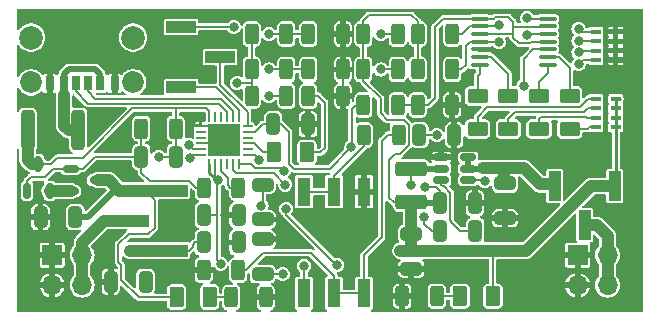
<source format=gbr>
%TF.GenerationSoftware,KiCad,Pcbnew,7.0.2-6a45011f42~172~ubuntu22.04.1*%
%TF.CreationDate,2023-06-08T17:33:04-07:00*%
%TF.ProjectId,usb-breadboard-power,7573622d-6272-4656-9164-626f6172642d,v1.0*%
%TF.SameCoordinates,Original*%
%TF.FileFunction,Copper,L1,Top*%
%TF.FilePolarity,Positive*%
%FSLAX46Y46*%
G04 Gerber Fmt 4.6, Leading zero omitted, Abs format (unit mm)*
G04 Created by KiCad (PCBNEW 7.0.2-6a45011f42~172~ubuntu22.04.1) date 2023-06-08 17:33:04*
%MOMM*%
%LPD*%
G01*
G04 APERTURE LIST*
G04 Aperture macros list*
%AMRoundRect*
0 Rectangle with rounded corners*
0 $1 Rounding radius*
0 $2 $3 $4 $5 $6 $7 $8 $9 X,Y pos of 4 corners*
0 Add a 4 corners polygon primitive as box body*
4,1,4,$2,$3,$4,$5,$6,$7,$8,$9,$2,$3,0*
0 Add four circle primitives for the rounded corners*
1,1,$1+$1,$2,$3*
1,1,$1+$1,$4,$5*
1,1,$1+$1,$6,$7*
1,1,$1+$1,$8,$9*
0 Add four rect primitives between the rounded corners*
20,1,$1+$1,$2,$3,$4,$5,0*
20,1,$1+$1,$4,$5,$6,$7,0*
20,1,$1+$1,$6,$7,$8,$9,0*
20,1,$1+$1,$8,$9,$2,$3,0*%
G04 Aperture macros list end*
%TA.AperFunction,SMDPad,CuDef*%
%ADD10RoundRect,0.250000X-0.312500X-0.625000X0.312500X-0.625000X0.312500X0.625000X-0.312500X0.625000X0*%
%TD*%
%TA.AperFunction,SMDPad,CuDef*%
%ADD11RoundRect,0.250000X0.312500X0.625000X-0.312500X0.625000X-0.312500X-0.625000X0.312500X-0.625000X0*%
%TD*%
%TA.AperFunction,SMDPad,CuDef*%
%ADD12RoundRect,0.250000X-0.375000X-0.625000X0.375000X-0.625000X0.375000X0.625000X-0.375000X0.625000X0*%
%TD*%
%TA.AperFunction,SMDPad,CuDef*%
%ADD13RoundRect,0.250000X-0.325000X-0.650000X0.325000X-0.650000X0.325000X0.650000X-0.325000X0.650000X0*%
%TD*%
%TA.AperFunction,SMDPad,CuDef*%
%ADD14RoundRect,0.150000X0.150000X-0.512500X0.150000X0.512500X-0.150000X0.512500X-0.150000X-0.512500X0*%
%TD*%
%TA.AperFunction,SMDPad,CuDef*%
%ADD15RoundRect,0.250000X0.312500X1.450000X-0.312500X1.450000X-0.312500X-1.450000X0.312500X-1.450000X0*%
%TD*%
%TA.AperFunction,SMDPad,CuDef*%
%ADD16RoundRect,0.250000X-0.625000X0.375000X-0.625000X-0.375000X0.625000X-0.375000X0.625000X0.375000X0*%
%TD*%
%TA.AperFunction,SMDPad,CuDef*%
%ADD17R,0.700000X1.200000*%
%TD*%
%TA.AperFunction,SMDPad,CuDef*%
%ADD18R,0.760000X1.200000*%
%TD*%
%TA.AperFunction,SMDPad,CuDef*%
%ADD19R,0.800000X1.200000*%
%TD*%
%TA.AperFunction,ComponentPad*%
%ADD20C,1.850000*%
%TD*%
%TA.AperFunction,ComponentPad*%
%ADD21C,2.010000*%
%TD*%
%TA.AperFunction,SMDPad,CuDef*%
%ADD22R,2.510000X1.000000*%
%TD*%
%TA.AperFunction,SMDPad,CuDef*%
%ADD23R,0.900000X0.425000*%
%TD*%
%TA.AperFunction,SMDPad,CuDef*%
%ADD24R,1.000000X2.510000*%
%TD*%
%TA.AperFunction,SMDPad,CuDef*%
%ADD25RoundRect,0.250000X-1.075000X0.375000X-1.075000X-0.375000X1.075000X-0.375000X1.075000X0.375000X0*%
%TD*%
%TA.AperFunction,SMDPad,CuDef*%
%ADD26RoundRect,0.250000X0.375000X0.625000X-0.375000X0.625000X-0.375000X-0.625000X0.375000X-0.625000X0*%
%TD*%
%TA.AperFunction,SMDPad,CuDef*%
%ADD27RoundRect,0.150000X0.512500X0.150000X-0.512500X0.150000X-0.512500X-0.150000X0.512500X-0.150000X0*%
%TD*%
%TA.AperFunction,SMDPad,CuDef*%
%ADD28RoundRect,0.150000X-0.512500X-0.150000X0.512500X-0.150000X0.512500X0.150000X-0.512500X0.150000X0*%
%TD*%
%TA.AperFunction,SMDPad,CuDef*%
%ADD29RoundRect,0.250000X0.325000X0.650000X-0.325000X0.650000X-0.325000X-0.650000X0.325000X-0.650000X0*%
%TD*%
%TA.AperFunction,SMDPad,CuDef*%
%ADD30RoundRect,0.100000X0.637500X0.100000X-0.637500X0.100000X-0.637500X-0.100000X0.637500X-0.100000X0*%
%TD*%
%TA.AperFunction,SMDPad,CuDef*%
%ADD31RoundRect,0.250000X0.650000X-0.325000X0.650000X0.325000X-0.650000X0.325000X-0.650000X-0.325000X0*%
%TD*%
%TA.AperFunction,SMDPad,CuDef*%
%ADD32RoundRect,0.250000X-0.650000X0.325000X-0.650000X-0.325000X0.650000X-0.325000X0.650000X0.325000X0*%
%TD*%
%TA.AperFunction,SMDPad,CuDef*%
%ADD33R,1.120000X2.440000*%
%TD*%
%TA.AperFunction,SMDPad,CuDef*%
%ADD34RoundRect,0.062500X0.062500X-0.325000X0.062500X0.325000X-0.062500X0.325000X-0.062500X-0.325000X0*%
%TD*%
%TA.AperFunction,SMDPad,CuDef*%
%ADD35RoundRect,0.062500X0.325000X-0.062500X0.325000X0.062500X-0.325000X0.062500X-0.325000X-0.062500X0*%
%TD*%
%TA.AperFunction,SMDPad,CuDef*%
%ADD36R,2.800000X2.800000*%
%TD*%
%TA.AperFunction,ComponentPad*%
%ADD37R,1.700000X1.700000*%
%TD*%
%TA.AperFunction,ComponentPad*%
%ADD38O,1.700000X1.700000*%
%TD*%
%TA.AperFunction,ViaPad*%
%ADD39C,0.800000*%
%TD*%
%TA.AperFunction,Conductor*%
%ADD40C,0.200000*%
%TD*%
%TA.AperFunction,Conductor*%
%ADD41C,1.000000*%
%TD*%
%TA.AperFunction,Conductor*%
%ADD42C,0.500000*%
%TD*%
%TA.AperFunction,Conductor*%
%ADD43C,0.250000*%
%TD*%
G04 APERTURE END LIST*
D10*
%TO.P,R14,1*%
%TO.N,+3V3*%
X113337500Y-85800000D03*
%TO.P,R14,2*%
%TO.N,Net-(RN1-R1.1)*%
X116262500Y-85800000D03*
%TD*%
%TO.P,R17,1*%
%TO.N,Net-(U2A--)*%
X117937500Y-91800000D03*
%TO.P,R17,2*%
%TO.N,GND*%
X120862500Y-91800000D03*
%TD*%
%TO.P,R6,1*%
%TO.N,Net-(U1-VDDD)*%
X103887500Y-85800000D03*
%TO.P,R6,2*%
%TO.N,Net-(U1-Isink_Course)*%
X106812500Y-85800000D03*
%TD*%
D11*
%TO.P,R2,1*%
%TO.N,Net-(U1-Vbus_Fet_En)*%
X102750000Y-98800000D03*
%TO.P,R2,2*%
%TO.N,Net-(Q1-G)*%
X99825000Y-98800000D03*
%TD*%
D10*
%TO.P,R8,1*%
%TO.N,Net-(U1-VDDD)*%
X103887500Y-91050000D03*
%TO.P,R8,2*%
%TO.N,Net-(U1-Vbus_Max)*%
X106812500Y-91050000D03*
%TD*%
D12*
%TO.P,D7,1,K*%
%TO.N,Net-(D7-K)*%
X121500000Y-108000000D03*
%TO.P,D7,2,A*%
%TO.N,+3V3*%
X124300000Y-108000000D03*
%TD*%
D13*
%TO.P,C6,1*%
%TO.N,Net-(U1-Vbus_Max)*%
X99825000Y-101125000D03*
%TO.P,C6,2*%
%TO.N,GND*%
X102775000Y-101125000D03*
%TD*%
%TO.P,C10,1*%
%TO.N,+3V3*%
X119825000Y-100125000D03*
%TO.P,C10,2*%
%TO.N,GND*%
X122775000Y-100125000D03*
%TD*%
D14*
%TO.P,Q1,1,G*%
%TO.N,Net-(Q1-G)*%
X84875000Y-99087500D03*
%TO.P,Q1,2,S*%
%TO.N,Net-(Q1-S)*%
X86775000Y-99087500D03*
%TO.P,Q1,3,D*%
%TO.N,Net-(Q1-D)*%
X85825000Y-96812500D03*
%TD*%
D10*
%TO.P,R12,1*%
%TO.N,+3V3*%
X117937500Y-85800000D03*
%TO.P,R12,2*%
%TO.N,Net-(RN1-R2.1)*%
X120862500Y-85800000D03*
%TD*%
%TO.P,R5,1*%
%TO.N,Net-(U1-Isink_Fine)*%
X108687500Y-88800000D03*
%TO.P,R5,2*%
%TO.N,GND*%
X111612500Y-88800000D03*
%TD*%
D15*
%TO.P,F1,1*%
%TO.N,Net-(F1-Pad1)*%
X89187500Y-93950000D03*
%TO.P,F1,2*%
%TO.N,Net-(Q1-D)*%
X84912500Y-93950000D03*
%TD*%
D16*
%TO.P,D3,1,K*%
%TO.N,Net-(D3-K)*%
X123000000Y-91050000D03*
%TO.P,D3,2,A*%
%TO.N,Net-(D3-A)*%
X123000000Y-93850000D03*
%TD*%
D10*
%TO.P,R3,1*%
%TO.N,Net-(D1-K)*%
X108687500Y-91050000D03*
%TO.P,R3,2*%
%TO.N,GND*%
X111612500Y-91050000D03*
%TD*%
D13*
%TO.P,C5,1*%
%TO.N,Net-(U1-VDDD)*%
X118075000Y-94350000D03*
%TO.P,C5,2*%
%TO.N,GND*%
X121025000Y-94350000D03*
%TD*%
D17*
%TO.P,J1,A5,CC1*%
%TO.N,Net-(J1-CC1)*%
X90020000Y-89980000D03*
D18*
%TO.P,J1,A9,VBUS*%
%TO.N,Net-(F1-Pad1)*%
X88000000Y-89980000D03*
D19*
%TO.P,J1,A12,GND*%
%TO.N,GND*%
X86770000Y-89980000D03*
D17*
%TO.P,J1,B5,CC2*%
%TO.N,Net-(J1-CC2)*%
X89020000Y-89980000D03*
D18*
%TO.P,J1,B9,VBUS*%
%TO.N,Net-(F1-Pad1)*%
X91040000Y-89980000D03*
D19*
%TO.P,J1,B12,GND*%
%TO.N,GND*%
X92270000Y-89980000D03*
D20*
%TO.P,J1,MH1*%
%TO.N,N/C*%
X93840000Y-89900000D03*
%TO.P,J1,MH2*%
X85200000Y-89900000D03*
D21*
%TO.P,J1,MH3*%
X93840000Y-86100000D03*
%TO.P,J1,MH4*%
X85200000Y-86100000D03*
%TD*%
D22*
%TO.P,JP1,1,A*%
%TO.N,+3V3*%
X97200000Y-104140000D03*
%TO.P,JP1,2,C*%
%TO.N,Net-(J3-Pin_3)*%
X93890000Y-101600000D03*
%TO.P,JP1,3,B*%
%TO.N,VBUS*%
X97200000Y-99060000D03*
%TD*%
D16*
%TO.P,D5,1,K*%
%TO.N,Net-(D5-K)*%
X128200000Y-91050000D03*
%TO.P,D5,2,A*%
%TO.N,Net-(D5-A)*%
X128200000Y-93850000D03*
%TD*%
%TO.P,D4,1,K*%
%TO.N,Net-(D4-K)*%
X125600000Y-91050000D03*
%TO.P,D4,2,A*%
%TO.N,Net-(D4-A)*%
X125600000Y-93850000D03*
%TD*%
D23*
%TO.P,RN1,1,R1.1*%
%TO.N,Net-(RN1-R1.1)*%
X133000000Y-85600000D03*
%TO.P,RN1,2,R2.1*%
%TO.N,Net-(RN1-R2.1)*%
X133000000Y-86400000D03*
%TO.P,RN1,3,R3.1*%
%TO.N,Net-(RN1-R3.1)*%
X133000000Y-87200000D03*
%TO.P,RN1,4,R4.1*%
%TO.N,Net-(RN1-R4.1)*%
X133000000Y-88000000D03*
%TO.P,RN1,5,R4.2*%
%TO.N,GND*%
X134700000Y-88000000D03*
%TO.P,RN1,6,R3.2*%
X134700000Y-87200000D03*
%TO.P,RN1,7,R2.2*%
X134700000Y-86400000D03*
%TO.P,RN1,8,R1.2*%
X134700000Y-85600000D03*
%TD*%
D24*
%TO.P,JP2,1,A*%
%TO.N,+3V3*%
X134615000Y-98670000D03*
%TO.P,JP2,2,C*%
%TO.N,Net-(J4-Pin_3)*%
X132075000Y-101980000D03*
%TO.P,JP2,3,B*%
%TO.N,VBUS*%
X129535000Y-98670000D03*
%TD*%
D25*
%TO.P,L1,1,1*%
%TO.N,Net-(U3-SW)*%
X117375000Y-97225000D03*
%TO.P,L1,2,2*%
%TO.N,+3V3*%
X117375000Y-100025000D03*
%TD*%
D11*
%TO.P,R18,1*%
%TO.N,Net-(D7-K)*%
X119562500Y-108000000D03*
%TO.P,R18,2*%
%TO.N,GND*%
X116637500Y-108000000D03*
%TD*%
D16*
%TO.P,D6,1,K*%
%TO.N,Net-(D6-K)*%
X130800000Y-91050000D03*
%TO.P,D6,2,A*%
%TO.N,Net-(D6-A)*%
X130800000Y-93850000D03*
%TD*%
D13*
%TO.P,C9,1*%
%TO.N,Net-(U3-SW)*%
X119850000Y-102475000D03*
%TO.P,C9,2*%
%TO.N,Net-(U3-BST)*%
X122800000Y-102475000D03*
%TD*%
D26*
%TO.P,D1,1,K*%
%TO.N,Net-(D1-K)*%
X108550000Y-95825000D03*
%TO.P,D1,2,A*%
%TO.N,Net-(D1-A)*%
X105750000Y-95825000D03*
%TD*%
D11*
%TO.P,R1,1*%
%TO.N,Net-(Q1-D)*%
X97462500Y-93800000D03*
%TO.P,R1,2*%
%TO.N,Net-(Q1-G)*%
X94537500Y-93800000D03*
%TD*%
D27*
%TO.P,U3,1,FB*%
%TO.N,+3V3*%
X122200000Y-98150000D03*
%TO.P,U3,2,EN*%
%TO.N,VBUS*%
X122200000Y-97200000D03*
%TO.P,U3,3,IN*%
X122200000Y-96250000D03*
%TO.P,U3,4,GND*%
%TO.N,GND*%
X119925000Y-96250000D03*
%TO.P,U3,5,SW*%
%TO.N,Net-(U3-SW)*%
X119925000Y-97200000D03*
%TO.P,U3,6,BST*%
%TO.N,Net-(U3-BST)*%
X119925000Y-98150000D03*
%TD*%
D28*
%TO.P,Q2,1,G*%
%TO.N,Net-(Q1-G)*%
X88550000Y-97200000D03*
%TO.P,Q2,2,S*%
%TO.N,Net-(Q1-S)*%
X88550000Y-99100000D03*
%TO.P,Q2,3,D*%
%TO.N,VBUS*%
X90825000Y-98150000D03*
%TD*%
D11*
%TO.P,R9,1*%
%TO.N,Net-(R10-Pad2)*%
X116312500Y-94350000D03*
%TO.P,R9,2*%
%TO.N,Net-(R9-Pad2)*%
X113387500Y-94350000D03*
%TD*%
D29*
%TO.P,C13,1*%
%TO.N,+3V3*%
X94900000Y-106775000D03*
%TO.P,C13,2*%
%TO.N,GND*%
X91950000Y-106775000D03*
%TD*%
D22*
%TO.P,J2,1,Pin_1*%
%TO.N,Net-(J2-Pin_1)*%
X97900000Y-85210000D03*
%TO.P,J2,2,Pin_2*%
%TO.N,Net-(J2-Pin_2)*%
X101210000Y-87750000D03*
%TO.P,J2,3,Pin_3*%
%TO.N,Net-(J2-Pin_3)*%
X97900000Y-90290000D03*
%TD*%
D13*
%TO.P,C8,1*%
%TO.N,+3V3*%
X99825000Y-103450000D03*
%TO.P,C8,2*%
%TO.N,GND*%
X102775000Y-103450000D03*
%TD*%
%TO.P,C3,1*%
%TO.N,VBUS*%
X105700000Y-93450000D03*
%TO.P,C3,2*%
%TO.N,GND*%
X108650000Y-93450000D03*
%TD*%
D30*
%TO.P,U2,1*%
%TO.N,Net-(D5-K)*%
X128925000Y-88400000D03*
%TO.P,U2,2*%
%TO.N,Net-(D6-K)*%
X128925000Y-87750000D03*
%TO.P,U2,3,V+*%
%TO.N,VBUS*%
X128925000Y-87100000D03*
%TO.P,U2,4,-*%
%TO.N,Net-(U2A--)*%
X128925000Y-86450000D03*
%TO.P,U2,5,+*%
%TO.N,Net-(RN1-R3.1)*%
X128925000Y-85800000D03*
%TO.P,U2,6,-*%
%TO.N,Net-(U2A--)*%
X128925000Y-85150000D03*
%TO.P,U2,7,+*%
%TO.N,Net-(RN1-R1.1)*%
X128925000Y-84500000D03*
%TO.P,U2,8,-*%
%TO.N,Net-(U2A--)*%
X123200000Y-84500000D03*
%TO.P,U2,9,+*%
%TO.N,Net-(RN1-R2.1)*%
X123200000Y-85150000D03*
%TO.P,U2,10,-*%
%TO.N,Net-(U2A--)*%
X123200000Y-85800000D03*
%TO.P,U2,11,+*%
%TO.N,Net-(RN1-R4.1)*%
X123200000Y-86450000D03*
%TO.P,U2,12,V-*%
%TO.N,GND*%
X123200000Y-87100000D03*
%TO.P,U2,13*%
%TO.N,Net-(D4-K)*%
X123200000Y-87750000D03*
%TO.P,U2,14*%
%TO.N,Net-(D3-K)*%
X123200000Y-88400000D03*
%TD*%
D31*
%TO.P,C4,1*%
%TO.N,Net-(U1-VCCD)*%
X104800000Y-106125000D03*
%TO.P,C4,2*%
%TO.N,GND*%
X104800000Y-103175000D03*
%TD*%
D10*
%TO.P,R13,1*%
%TO.N,+3V3*%
X117937500Y-88800000D03*
%TO.P,R13,2*%
%TO.N,Net-(RN1-R4.1)*%
X120862500Y-88800000D03*
%TD*%
D32*
%TO.P,C1,1*%
%TO.N,Net-(Q1-D)*%
X104800000Y-98550000D03*
%TO.P,C1,2*%
%TO.N,GND*%
X104800000Y-101500000D03*
%TD*%
D10*
%TO.P,R11,1*%
%TO.N,Net-(D2-K)*%
X102150000Y-108100000D03*
%TO.P,R11,2*%
%TO.N,GND*%
X105075000Y-108100000D03*
%TD*%
D33*
%TO.P,SW1,1*%
%TO.N,GND*%
X113390000Y-99145000D03*
%TO.P,SW1,2*%
%TO.N,Net-(R9-Pad2)*%
X110850000Y-99145000D03*
%TO.P,SW1,3*%
X108310000Y-99145000D03*
%TO.P,SW1,4*%
%TO.N,Net-(U1-Vbus_Max)*%
X108310000Y-107755000D03*
%TO.P,SW1,5*%
%TO.N,Net-(R10-Pad2)*%
X110850000Y-107755000D03*
%TO.P,SW1,6*%
X113390000Y-107755000D03*
%TD*%
D29*
%TO.P,C12,1*%
%TO.N,VBUS*%
X88950000Y-101300000D03*
%TO.P,C12,2*%
%TO.N,GND*%
X86000000Y-101300000D03*
%TD*%
D26*
%TO.P,D2,1,K*%
%TO.N,Net-(D2-K)*%
X100325000Y-108075000D03*
%TO.P,D2,2,A*%
%TO.N,VBUS*%
X97525000Y-108075000D03*
%TD*%
D10*
%TO.P,R4,1*%
%TO.N,Net-(U1-VDDD)*%
X103887500Y-88800000D03*
%TO.P,R4,2*%
%TO.N,Net-(U1-Isink_Fine)*%
X106812500Y-88800000D03*
%TD*%
D32*
%TO.P,C11,1*%
%TO.N,+3V3*%
X117400000Y-102725000D03*
%TO.P,C11,2*%
%TO.N,GND*%
X117400000Y-105675000D03*
%TD*%
D34*
%TO.P,U1,1,Vbus_Min*%
%TO.N,Net-(U1-Vbus_Max)*%
X100300000Y-96800000D03*
%TO.P,U1,2,Vbus_Max*%
X100800000Y-96800000D03*
%TO.P,U1,3,Vbus_Fet_En*%
%TO.N,Net-(U1-Vbus_Fet_En)*%
X101300000Y-96800000D03*
%TO.P,U1,4,Safe_Pwr_En*%
%TO.N,unconnected-(U1-Safe_Pwr_En-Pad4)*%
X101800000Y-96800000D03*
%TO.P,U1,5,Isink_Course*%
%TO.N,Net-(U1-Isink_Course)*%
X102300000Y-96800000D03*
%TO.P,U1,6,Isink_Fine*%
%TO.N,Net-(U1-Isink_Fine)*%
X102800000Y-96800000D03*
D35*
%TO.P,U1,7,HPI_INT*%
%TO.N,Net-(J2-Pin_1)*%
X103537500Y-96062500D03*
%TO.P,U1,8,GPIO_1*%
%TO.N,unconnected-(U1-GPIO_1-Pad8)*%
X103537500Y-95562500D03*
%TO.P,U1,9,FAULT*%
%TO.N,Net-(D1-A)*%
X103537500Y-95062500D03*
%TO.P,U1,10,FLIP*%
%TO.N,unconnected-(U1-FLIP-Pad10)*%
X103537500Y-94562500D03*
%TO.P,U1,11,VDC_OUT*%
%TO.N,VBUS*%
X103537500Y-94062500D03*
%TO.P,U1,12,HPI_SDA*%
%TO.N,Net-(J2-Pin_2)*%
X103537500Y-93562500D03*
D34*
%TO.P,U1,13,HPI_SCL*%
%TO.N,Net-(J2-Pin_3)*%
X102800000Y-92825000D03*
%TO.P,U1,14,CC2*%
%TO.N,Net-(J1-CC1)*%
X102300000Y-92825000D03*
%TO.P,U1,15,CC1*%
%TO.N,Net-(J1-CC2)*%
X101800000Y-92825000D03*
%TO.P,U1,16,D-*%
%TO.N,unconnected-(U1-D--Pad16)*%
X101300000Y-92825000D03*
%TO.P,U1,17,D+*%
%TO.N,unconnected-(U1-D+-Pad17)*%
X100800000Y-92825000D03*
%TO.P,U1,18,VBUS_IN*%
%TO.N,Net-(Q1-D)*%
X100300000Y-92825000D03*
D35*
%TO.P,U1,19,GND*%
%TO.N,GND*%
X99562500Y-93562500D03*
%TO.P,U1,20,DNU1*%
%TO.N,unconnected-(U1-DNU1-Pad20)*%
X99562500Y-94062500D03*
%TO.P,U1,21,DNU2*%
%TO.N,unconnected-(U1-DNU2-Pad21)*%
X99562500Y-94562500D03*
%TO.P,U1,22,GND*%
%TO.N,GND*%
X99562500Y-95062500D03*
%TO.P,U1,23,VDDD*%
%TO.N,Net-(U1-VDDD)*%
X99562500Y-95562500D03*
%TO.P,U1,24,VCCD*%
%TO.N,Net-(U1-VCCD)*%
X99562500Y-96062500D03*
D36*
%TO.P,U1,25,PAD*%
%TO.N,GND*%
X101550000Y-94812500D03*
%TD*%
D29*
%TO.P,C2,1*%
%TO.N,Net-(Q1-D)*%
X97475000Y-96200000D03*
%TO.P,C2,2*%
%TO.N,Net-(Q1-G)*%
X94525000Y-96200000D03*
%TD*%
D23*
%TO.P,RN2,1,R1.1*%
%TO.N,+3V3*%
X134700000Y-93700000D03*
%TO.P,RN2,2,R2.1*%
X134700000Y-92900000D03*
%TO.P,RN2,3,R3.1*%
X134700000Y-92100000D03*
%TO.P,RN2,4,R4.1*%
X134700000Y-91300000D03*
%TO.P,RN2,5,R4.2*%
%TO.N,Net-(D3-A)*%
X133000000Y-91300000D03*
%TO.P,RN2,6,R3.2*%
%TO.N,Net-(D4-A)*%
X133000000Y-92100000D03*
%TO.P,RN2,7,R2.2*%
%TO.N,Net-(D5-A)*%
X133000000Y-92900000D03*
%TO.P,RN2,8,R1.2*%
%TO.N,Net-(D6-A)*%
X133000000Y-93700000D03*
%TD*%
D32*
%TO.P,C7,1*%
%TO.N,VBUS*%
X125325000Y-98450000D03*
%TO.P,C7,2*%
%TO.N,GND*%
X125325000Y-101400000D03*
%TD*%
D10*
%TO.P,R16,1*%
%TO.N,VBUS*%
X113337500Y-91800000D03*
%TO.P,R16,2*%
%TO.N,Net-(U2A--)*%
X116262500Y-91800000D03*
%TD*%
%TO.P,R10,1*%
%TO.N,GND*%
X99812500Y-105800000D03*
%TO.P,R10,2*%
%TO.N,Net-(R10-Pad2)*%
X102737500Y-105800000D03*
%TD*%
%TO.P,R15,1*%
%TO.N,+3V3*%
X113337500Y-88800000D03*
%TO.P,R15,2*%
%TO.N,Net-(RN1-R3.1)*%
X116262500Y-88800000D03*
%TD*%
%TO.P,R7,1*%
%TO.N,Net-(U1-Isink_Course)*%
X108687500Y-85800000D03*
%TO.P,R7,2*%
%TO.N,GND*%
X111612500Y-85800000D03*
%TD*%
D37*
%TO.P,J4,1,Pin_1*%
%TO.N,GND*%
X131469000Y-104525000D03*
D38*
%TO.P,J4,2,Pin_2*%
X131469000Y-107065000D03*
%TO.P,J4,3,Pin_3*%
%TO.N,Net-(J4-Pin_3)*%
X134009000Y-104525000D03*
%TO.P,J4,4,Pin_4*%
X134009000Y-107065000D03*
%TD*%
D37*
%TO.P,J3,1,Pin_1*%
%TO.N,GND*%
X86981000Y-104525000D03*
D38*
%TO.P,J3,2,Pin_2*%
X86981000Y-107065000D03*
%TO.P,J3,3,Pin_3*%
%TO.N,Net-(J3-Pin_3)*%
X89521000Y-104525000D03*
%TO.P,J3,4,Pin_4*%
X89521000Y-107065000D03*
%TD*%
D39*
%TO.N,GND*%
X92250000Y-88550000D03*
X107450000Y-93250000D03*
X92725000Y-97250000D03*
X110200000Y-85800000D03*
X118100000Y-108000000D03*
X121500000Y-100125000D03*
X101650000Y-101125000D03*
X121350000Y-106125000D03*
X113638743Y-96050500D03*
X92775000Y-94975000D03*
X98650000Y-92900000D03*
X97000000Y-106350000D03*
X118369622Y-84180378D03*
X103625000Y-108075000D03*
X115650000Y-105550000D03*
X96350000Y-102550000D03*
X86750000Y-91400000D03*
X87150000Y-94875000D03*
X86750000Y-84550000D03*
X112050000Y-105900000D03*
X111600000Y-93450000D03*
X119875000Y-95350000D03*
X101950000Y-86350000D03*
X125994975Y-88075000D03*
X133850000Y-84600000D03*
X91350000Y-92675000D03*
X133850000Y-88950000D03*
X119700000Y-93050000D03*
X86750000Y-88550000D03*
X92250000Y-84550000D03*
X129025000Y-107000000D03*
X114375000Y-93125000D03*
X87475000Y-101300000D03*
X125300000Y-99925000D03*
X116450000Y-87300000D03*
X113400000Y-101050000D03*
X118250000Y-95849500D03*
X122425000Y-95250000D03*
X110150000Y-88800000D03*
%TO.N,VBUS*%
X93900000Y-99060000D03*
X125250000Y-97150000D03*
X94840000Y-99060000D03*
X92900000Y-99060000D03*
X123425000Y-97150000D03*
X126900000Y-90159223D03*
X124375000Y-97150000D03*
X112326605Y-95384151D03*
%TO.N,+3V3*%
X117400000Y-104140000D03*
X118375000Y-104140000D03*
X93550000Y-104150000D03*
X118575000Y-98750000D03*
X94500000Y-104140000D03*
X95350000Y-104140000D03*
X123613397Y-98249500D03*
X116475000Y-104140000D03*
%TO.N,Net-(U1-Vbus_Max)*%
X108310000Y-105425500D03*
X100999500Y-98144185D03*
X105350000Y-91050000D03*
X101250000Y-105239500D03*
%TO.N,Net-(U1-VDDD)*%
X102650000Y-89950000D03*
X98565844Y-95182395D03*
X119550000Y-94350000D03*
%TO.N,Net-(U1-VCCD)*%
X111100000Y-105350000D03*
X106500000Y-106125000D03*
X106800000Y-100600000D03*
X98649500Y-96300000D03*
%TO.N,Net-(U1-Isink_Fine)*%
X105350000Y-88800000D03*
X106593762Y-97383458D03*
%TO.N,Net-(U1-Isink_Course)*%
X105350000Y-85800000D03*
X106700000Y-98550000D03*
%TO.N,Net-(J2-Pin_1)*%
X102350000Y-85200000D03*
X104499500Y-96444153D03*
%TO.N,Net-(Q1-D)*%
X96000000Y-96200000D03*
X104704596Y-100325500D03*
%TO.N,Net-(RN1-R2.1)*%
X124794975Y-85075000D03*
X131550000Y-86350497D03*
%TO.N,Net-(RN1-R4.1)*%
X131550000Y-88349503D03*
X124794975Y-86475000D03*
%TO.N,Net-(RN1-R1.1)*%
X131550000Y-85350994D03*
X127194975Y-84475000D03*
X114800000Y-85800000D03*
%TO.N,Net-(RN1-R3.1)*%
X114800000Y-88800000D03*
X127194975Y-85875000D03*
X131550000Y-87350000D03*
%TO.N,Net-(U3-SW)*%
X117400000Y-98575000D03*
X118499500Y-101275000D03*
%TD*%
D40*
%TO.N,GND*%
X111612500Y-91050000D02*
X111612500Y-88800000D01*
X99562500Y-93562500D02*
X100300000Y-93562500D01*
X99562500Y-95062500D02*
X101300000Y-95062500D01*
%TO.N,VBUS*%
X92825000Y-106602817D02*
X92825000Y-105350000D01*
D41*
X125250000Y-97150000D02*
X125250000Y-98375000D01*
D40*
X94297183Y-108075000D02*
X92825000Y-106602817D01*
X95675000Y-99895000D02*
X94840000Y-99060000D01*
D42*
X88950000Y-101300000D02*
X90000000Y-101300000D01*
D40*
X92600000Y-105125000D02*
X92600000Y-103600000D01*
D41*
X93900000Y-99060000D02*
X94840000Y-99060000D01*
D40*
X112700000Y-91800000D02*
X113337500Y-91800000D01*
X126900000Y-90159223D02*
X126900000Y-87925000D01*
D41*
X129510000Y-98535000D02*
X128285000Y-98535000D01*
D42*
X92240000Y-99060000D02*
X92900000Y-99060000D01*
D41*
X126900000Y-97150000D02*
X125250000Y-97150000D01*
X94840000Y-99060000D02*
X97060000Y-99060000D01*
D40*
X112375000Y-92125000D02*
X112700000Y-91800000D01*
X112326605Y-95384151D02*
X112375000Y-95335756D01*
X93450000Y-102750000D02*
X95125000Y-102750000D01*
D41*
X92900000Y-99060000D02*
X93900000Y-99060000D01*
D40*
X107000000Y-94100000D02*
X107000000Y-96800000D01*
D41*
X128285000Y-98535000D02*
X126900000Y-97150000D01*
D42*
X122200000Y-96250000D02*
X122200000Y-97200000D01*
D40*
X126900000Y-87925000D02*
X127725000Y-87100000D01*
X103537500Y-94062500D02*
X104187500Y-94062500D01*
X107000000Y-96800000D02*
X107425000Y-97225000D01*
X95125000Y-102750000D02*
X95675000Y-102200000D01*
D41*
X92685000Y-99060000D02*
X92900000Y-99060000D01*
D40*
X112375000Y-95335756D02*
X112375000Y-92125000D01*
D41*
X90825000Y-98150000D02*
X91775000Y-98150000D01*
D40*
X92825000Y-105350000D02*
X92600000Y-105125000D01*
D42*
X122200000Y-97200000D02*
X122200000Y-96550000D01*
D41*
X91775000Y-98150000D02*
X92685000Y-99060000D01*
D40*
X107425000Y-97225000D02*
X110475000Y-97225000D01*
D42*
X90000000Y-101300000D02*
X92240000Y-99060000D01*
D40*
X92600000Y-103600000D02*
X93450000Y-102750000D01*
X104187500Y-94062500D02*
X104800000Y-93450000D01*
X104800000Y-93450000D02*
X106350000Y-93450000D01*
D41*
X123425000Y-97150000D02*
X125250000Y-97150000D01*
D40*
X97525000Y-108075000D02*
X94297183Y-108075000D01*
D41*
X125250000Y-98375000D02*
X125325000Y-98450000D01*
D40*
X95675000Y-102200000D02*
X95675000Y-99895000D01*
D42*
X122200000Y-97200000D02*
X123375000Y-97200000D01*
D40*
X112315849Y-95384151D02*
X112326605Y-95384151D01*
X127725000Y-87100000D02*
X128925000Y-87100000D01*
D42*
X123375000Y-97200000D02*
X123425000Y-97150000D01*
D40*
X110475000Y-97225000D02*
X112315849Y-95384151D01*
X106350000Y-93450000D02*
X107000000Y-94100000D01*
%TO.N,Net-(D1-K)*%
X110050000Y-91600000D02*
X110050000Y-95450000D01*
X110050000Y-95450000D02*
X109675000Y-95825000D01*
X109675000Y-95825000D02*
X108775000Y-95825000D01*
X108687500Y-91050000D02*
X109500000Y-91050000D01*
X109500000Y-91050000D02*
X110050000Y-91600000D01*
%TO.N,Net-(D1-A)*%
X104062500Y-95062500D02*
X104825000Y-95825000D01*
X103537500Y-95062500D02*
X104062500Y-95062500D01*
X104825000Y-95825000D02*
X105525000Y-95825000D01*
%TO.N,Net-(D3-K)*%
X123000000Y-89375000D02*
X123000000Y-91000000D01*
X123200000Y-89175000D02*
X123000000Y-89375000D01*
X123200000Y-88400000D02*
X123200000Y-89175000D01*
%TO.N,Net-(J1-CC2)*%
X101800000Y-92825000D02*
X101800000Y-92375000D01*
X101125000Y-91700000D02*
X90050000Y-91700000D01*
X89000000Y-90650000D02*
X89000000Y-89950000D01*
X101800000Y-92375000D02*
X101125000Y-91700000D01*
X90050000Y-91700000D02*
X89000000Y-90650000D01*
%TO.N,+3V3*%
X97200000Y-104140000D02*
X98560000Y-104140000D01*
X117937500Y-85800000D02*
X117937500Y-88800000D01*
X117937500Y-85800000D02*
X117937500Y-84737500D01*
D41*
X118375000Y-104140000D02*
X124325000Y-104140000D01*
D40*
X124300000Y-104165000D02*
X124325000Y-104140000D01*
X113337500Y-88800000D02*
X113337500Y-85800000D01*
D41*
X134615000Y-98670000D02*
X132605000Y-98670000D01*
X132605000Y-98670000D02*
X127135000Y-104140000D01*
D40*
X115525000Y-96450000D02*
X115525000Y-99650000D01*
X118575000Y-98750000D02*
X118450000Y-98625000D01*
X99100000Y-103450000D02*
X99775000Y-103450000D01*
X113337500Y-88800000D02*
X113337500Y-89787500D01*
X113337500Y-84662500D02*
X113337500Y-85800000D01*
X98560000Y-104140000D02*
X98900000Y-103800000D01*
D41*
X117400000Y-104140000D02*
X116475000Y-104140000D01*
D40*
X117937500Y-84737500D02*
X117400000Y-84200000D01*
D41*
X124325000Y-104140000D02*
X124945000Y-104140000D01*
D40*
X113337500Y-89787500D02*
X114800000Y-91250000D01*
D43*
X135050000Y-91300000D02*
X134700000Y-91300000D01*
D40*
X117200000Y-95177817D02*
X116427817Y-95950000D01*
D42*
X117475000Y-100125000D02*
X117375000Y-100025000D01*
D40*
X115350000Y-93050000D02*
X116750000Y-93050000D01*
X114800000Y-92500000D02*
X115350000Y-93050000D01*
D43*
X134700000Y-91300000D02*
X134700000Y-98585000D01*
D41*
X93560000Y-104140000D02*
X97480000Y-104140000D01*
D40*
X117200000Y-93500000D02*
X117200000Y-95177817D01*
X98900000Y-103650000D02*
X99100000Y-103450000D01*
X113800000Y-84200000D02*
X113337500Y-84662500D01*
X115525000Y-99650000D02*
X115900000Y-100025000D01*
X117400000Y-84200000D02*
X113800000Y-84200000D01*
D41*
X117400000Y-100350000D02*
X117375000Y-100325000D01*
D40*
X116750000Y-93050000D02*
X117200000Y-93500000D01*
X123613397Y-98249500D02*
X123600000Y-98236103D01*
D41*
X127135000Y-104140000D02*
X124325000Y-104140000D01*
D40*
X116427817Y-95950000D02*
X116025000Y-95950000D01*
X124300000Y-108000000D02*
X124300000Y-104165000D01*
D43*
X134700000Y-98585000D02*
X134615000Y-98670000D01*
D40*
X116025000Y-95950000D02*
X115525000Y-96450000D01*
X98900000Y-103800000D02*
X98900000Y-103650000D01*
D42*
X119825000Y-100125000D02*
X117475000Y-100125000D01*
D40*
X123513897Y-98150000D02*
X123613397Y-98249500D01*
D41*
X117400000Y-104140000D02*
X117400000Y-100350000D01*
D40*
X114800000Y-91250000D02*
X114800000Y-92500000D01*
X115900000Y-100025000D02*
X117375000Y-100025000D01*
D41*
X93550000Y-104150000D02*
X93560000Y-104140000D01*
D40*
X122200000Y-98150000D02*
X123513897Y-98150000D01*
X123600000Y-98236103D02*
X123600000Y-98150000D01*
X119825000Y-99125000D02*
X119825000Y-100125000D01*
X118575000Y-98750000D02*
X119450000Y-98750000D01*
X119450000Y-98750000D02*
X119825000Y-99125000D01*
D41*
X117400000Y-104140000D02*
X118375000Y-104140000D01*
D40*
%TO.N,Net-(D4-K)*%
X125600000Y-89200000D02*
X125600000Y-91000000D01*
X124150000Y-87750000D02*
X125600000Y-89200000D01*
X123200000Y-87750000D02*
X124150000Y-87750000D01*
%TO.N,Net-(D4-A)*%
X132320000Y-92100000D02*
X133350000Y-92100000D01*
X132020000Y-92400000D02*
X132320000Y-92100000D01*
X125600000Y-93000000D02*
X126200000Y-92400000D01*
X125600000Y-93800000D02*
X125600000Y-93000000D01*
X126200000Y-92400000D02*
X132020000Y-92400000D01*
%TO.N,Net-(D5-K)*%
X128925000Y-89125000D02*
X128925000Y-88400000D01*
X128200000Y-91000000D02*
X128200000Y-89850000D01*
X128200000Y-89850000D02*
X128925000Y-89125000D01*
%TO.N,Net-(D6-K)*%
X128925000Y-87750000D02*
X129875000Y-87750000D01*
X129875000Y-87750000D02*
X130800000Y-88675000D01*
X130800000Y-88675000D02*
X130800000Y-91000000D01*
%TO.N,Net-(D7-K)*%
X119562500Y-108000000D02*
X121500000Y-108000000D01*
%TO.N,Net-(D5-A)*%
X128200000Y-93000000D02*
X128400000Y-92800000D01*
X128400000Y-92800000D02*
X132150000Y-92800000D01*
X128200000Y-93800000D02*
X128200000Y-93000000D01*
X132250000Y-92900000D02*
X133350000Y-92900000D01*
X132150000Y-92800000D02*
X132250000Y-92900000D01*
%TO.N,Net-(D6-A)*%
X130800000Y-93800000D02*
X132350000Y-93800000D01*
X132350000Y-93800000D02*
X132450000Y-93700000D01*
X132450000Y-93700000D02*
X133350000Y-93700000D01*
%TO.N,Net-(J2-Pin_3)*%
X100846372Y-90290000D02*
X102800000Y-92243628D01*
X102800000Y-92243628D02*
X102800000Y-92825000D01*
X96890000Y-90290000D02*
X100846372Y-90290000D01*
D41*
%TO.N,Net-(J3-Pin_3)*%
X89521000Y-103454000D02*
X89521000Y-107065000D01*
X93750000Y-101600000D02*
X91375000Y-101600000D01*
X91375000Y-101600000D02*
X89521000Y-103454000D01*
D40*
%TO.N,Net-(U1-Vbus_Max)*%
X100999500Y-98144185D02*
X100800000Y-97944685D01*
X101250000Y-105239500D02*
X100950000Y-104939500D01*
D43*
X100919185Y-98144185D02*
X100999500Y-98144185D01*
X100300000Y-97525000D02*
X100919185Y-98144185D01*
D40*
X100800000Y-97944685D02*
X100800000Y-96800000D01*
X108310000Y-105425500D02*
X108310000Y-107755000D01*
X100925000Y-101125000D02*
X100950000Y-101100000D01*
X106812500Y-91050000D02*
X105350000Y-91050000D01*
X100950000Y-98193685D02*
X100999500Y-98144185D01*
X100950000Y-104939500D02*
X100950000Y-101100000D01*
D43*
X100300000Y-96800000D02*
X100300000Y-97525000D01*
D40*
X99825000Y-101125000D02*
X100925000Y-101125000D01*
X100950000Y-101100000D02*
X100950000Y-98193685D01*
%TO.N,Net-(U1-VDDD)*%
X98945949Y-95562500D02*
X99562500Y-95562500D01*
X118075000Y-94350000D02*
X119550000Y-94350000D01*
X102650000Y-89950000D02*
X103887500Y-89950000D01*
X103887500Y-91050000D02*
X103887500Y-89950000D01*
X98565844Y-95182395D02*
X98945949Y-95562500D01*
X103887500Y-89950000D02*
X103887500Y-85900000D01*
%TO.N,Net-(U1-VCCD)*%
X106800000Y-101100000D02*
X111050000Y-105350000D01*
X98649500Y-96300000D02*
X98887000Y-96062500D01*
X98887000Y-96062500D02*
X99562500Y-96062500D01*
X111050000Y-105350000D02*
X111100000Y-105350000D01*
X104800000Y-106125000D02*
X106500000Y-106125000D01*
X111100000Y-105400000D02*
X111050000Y-105350000D01*
X106800000Y-100600000D02*
X106800000Y-101100000D01*
X111100000Y-105350000D02*
X111100000Y-105400000D01*
%TO.N,Net-(U1-Vbus_Fet_En)*%
X101850000Y-97950000D02*
X101300000Y-97400000D01*
X101300000Y-97400000D02*
X101300000Y-96800000D01*
X102075000Y-98800000D02*
X101850000Y-98575000D01*
X102662500Y-98800000D02*
X102075000Y-98800000D01*
X101850000Y-98575000D02*
X101850000Y-97950000D01*
D41*
%TO.N,Net-(J4-Pin_3)*%
X134009000Y-107065000D02*
X134009000Y-102884000D01*
X134009000Y-102884000D02*
X133105000Y-101980000D01*
X134309000Y-107065000D02*
X134009000Y-107065000D01*
X133105000Y-101980000D02*
X132075000Y-101980000D01*
D40*
%TO.N,Net-(U1-Isink_Fine)*%
X103810050Y-96800000D02*
X102800000Y-96800000D01*
X106593762Y-97383458D02*
X106360304Y-97150000D01*
X106812500Y-88800000D02*
X105350000Y-88800000D01*
X106812500Y-88800000D02*
X108687500Y-88800000D01*
X106360304Y-97150000D02*
X104160050Y-97150000D01*
X104160050Y-97150000D02*
X103810050Y-96800000D01*
%TO.N,Net-(U1-Isink_Course)*%
X102300000Y-96800000D02*
X102300000Y-97300000D01*
X105741420Y-97591420D02*
X106700000Y-98550000D01*
X106912500Y-85800000D02*
X108687500Y-85800000D01*
X102591420Y-97591420D02*
X105741420Y-97591420D01*
X106812500Y-85800000D02*
X105350000Y-85800000D01*
X102300000Y-97300000D02*
X102591420Y-97591420D01*
%TO.N,Net-(D3-A)*%
X123000000Y-93800000D02*
X123000000Y-92800000D01*
X132350000Y-91300000D02*
X133350000Y-91300000D01*
X131650000Y-92000000D02*
X132350000Y-91300000D01*
X123000000Y-92800000D02*
X123800000Y-92000000D01*
X123800000Y-92000000D02*
X131650000Y-92000000D01*
%TO.N,Net-(J2-Pin_1)*%
X104117847Y-96062500D02*
X103537500Y-96062500D01*
X104499500Y-96444153D02*
X104117847Y-96062500D01*
X102350000Y-85200000D02*
X98850000Y-85200000D01*
%TO.N,Net-(D2-K)*%
X100325000Y-108075000D02*
X102125000Y-108075000D01*
%TO.N,Net-(Q1-D)*%
X93775000Y-92100000D02*
X89575000Y-96300000D01*
X89575000Y-96300000D02*
X87409315Y-96300000D01*
X97462500Y-92100000D02*
X93775000Y-92100000D01*
X97462500Y-92100000D02*
X97462500Y-96387500D01*
X86884315Y-96825000D02*
X85837500Y-96825000D01*
X100300000Y-92825000D02*
X100300000Y-92350000D01*
X100300000Y-92350000D02*
X100050000Y-92100000D01*
D41*
X84912500Y-96437500D02*
X85287500Y-96812500D01*
D40*
X104800000Y-100230096D02*
X104704596Y-100325500D01*
X87409315Y-96300000D02*
X86884315Y-96825000D01*
X104800000Y-98550000D02*
X104800000Y-100230096D01*
X100050000Y-92100000D02*
X97462500Y-92100000D01*
X97475000Y-96200000D02*
X96000000Y-96200000D01*
D41*
X85287500Y-96812500D02*
X85825000Y-96812500D01*
X84912500Y-93950000D02*
X84912500Y-96437500D01*
D40*
%TO.N,Net-(J1-CC1)*%
X102300000Y-92309314D02*
X101290686Y-91300000D01*
X90000000Y-90650000D02*
X90000000Y-89950000D01*
X102300000Y-92825000D02*
X102300000Y-92309314D01*
X90650000Y-91300000D02*
X90000000Y-90650000D01*
X101290686Y-91300000D02*
X90650000Y-91300000D01*
%TO.N,Net-(Q1-G)*%
X99737500Y-98800000D02*
X99150000Y-98800000D01*
X94525000Y-96200000D02*
X90575000Y-96200000D01*
X94525000Y-97525000D02*
X94525000Y-96400000D01*
X94537500Y-96387500D02*
X94537500Y-94000000D01*
X84875000Y-98225000D02*
X85175000Y-97925000D01*
X98610000Y-98260000D02*
X95260000Y-98260000D01*
X87075000Y-97200000D02*
X88550000Y-97200000D01*
X95260000Y-98260000D02*
X94525000Y-97525000D01*
X89575000Y-97200000D02*
X88550000Y-97200000D01*
X99150000Y-98800000D02*
X98610000Y-98260000D01*
X86350000Y-97925000D02*
X87075000Y-97200000D01*
X85175000Y-97925000D02*
X86350000Y-97925000D01*
X84875000Y-99087500D02*
X84875000Y-98225000D01*
X90575000Y-96200000D02*
X89575000Y-97200000D01*
D42*
%TO.N,Net-(F1-Pad1)*%
X88000000Y-89980000D02*
X88000000Y-90925000D01*
X91020000Y-89170000D02*
X90600000Y-88750000D01*
D41*
X88400000Y-93950000D02*
X89187500Y-93950000D01*
D42*
X88400000Y-88750000D02*
X87980000Y-89170000D01*
D41*
X88000000Y-93550000D02*
X88400000Y-93950000D01*
X88000000Y-90925000D02*
X88000000Y-93550000D01*
D42*
X91020000Y-89950000D02*
X91020000Y-89170000D01*
X90600000Y-88750000D02*
X88400000Y-88750000D01*
X87980000Y-89170000D02*
X87980000Y-89950000D01*
D41*
%TO.N,Net-(Q1-S)*%
X86787500Y-99100000D02*
X86775000Y-99087500D01*
X88550000Y-99100000D02*
X86787500Y-99100000D01*
D40*
%TO.N,Net-(J2-Pin_2)*%
X103537500Y-92415317D02*
X101210000Y-90087817D01*
X101210000Y-90087817D02*
X101210000Y-87750000D01*
X103537500Y-93562500D02*
X103537500Y-92415317D01*
%TO.N,Net-(R9-Pad2)*%
X110850000Y-99145000D02*
X110850000Y-97850000D01*
X113387500Y-95312500D02*
X113387500Y-94350000D01*
X110850000Y-97850000D02*
X113387500Y-95312500D01*
X108310000Y-99145000D02*
X110850000Y-99145000D01*
%TO.N,Net-(R10-Pad2)*%
X116312500Y-94350000D02*
X115400000Y-94350000D01*
X113390000Y-104510000D02*
X113390000Y-107755000D01*
X108900000Y-104325000D02*
X110850000Y-106275000D01*
X110850000Y-106275000D02*
X110850000Y-107755000D01*
X103375000Y-105800000D02*
X103500000Y-105675000D01*
X113390000Y-107755000D02*
X110850000Y-107755000D01*
X103500000Y-105675000D02*
X103500000Y-105672183D01*
X104847183Y-104325000D02*
X108900000Y-104325000D01*
X114900000Y-103000000D02*
X113390000Y-104510000D01*
X115400000Y-94350000D02*
X114900000Y-94850000D01*
X114900000Y-94850000D02*
X114900000Y-103000000D01*
X102737500Y-105800000D02*
X103375000Y-105800000D01*
X103500000Y-105672183D02*
X104847183Y-104325000D01*
%TO.N,Net-(RN1-R2.1)*%
X122350000Y-85150000D02*
X121700000Y-85800000D01*
X123200000Y-85150000D02*
X124719975Y-85150000D01*
X123200000Y-85150000D02*
X122350000Y-85150000D01*
X121700000Y-85800000D02*
X120862500Y-85800000D01*
X131599503Y-86400000D02*
X133000000Y-86400000D01*
X131550000Y-86350497D02*
X131599503Y-86400000D01*
X124719975Y-85150000D02*
X124794975Y-85075000D01*
%TO.N,Net-(RN1-R4.1)*%
X133000000Y-88000000D02*
X131899503Y-88000000D01*
X122000000Y-88400000D02*
X122000000Y-86825000D01*
X131899503Y-88000000D02*
X131550000Y-88349503D01*
X120862500Y-88800000D02*
X121600000Y-88800000D01*
X124769975Y-86450000D02*
X124794975Y-86475000D01*
X122000000Y-86825000D02*
X122375000Y-86450000D01*
X121600000Y-88800000D02*
X122000000Y-88400000D01*
X123200000Y-86450000D02*
X124769975Y-86450000D01*
X122375000Y-86450000D02*
X123200000Y-86450000D01*
%TO.N,Net-(RN1-R1.1)*%
X131799006Y-85600000D02*
X131550000Y-85350994D01*
X116262500Y-85800000D02*
X114800000Y-85800000D01*
X127194975Y-84475000D02*
X127219975Y-84500000D01*
X133000000Y-85600000D02*
X131799006Y-85600000D01*
X128925000Y-84500000D02*
X127219975Y-84500000D01*
%TO.N,Net-(RN1-R3.1)*%
X131700000Y-87200000D02*
X133000000Y-87200000D01*
X131550000Y-87350000D02*
X131700000Y-87200000D01*
X128925000Y-85800000D02*
X127269975Y-85800000D01*
X127269975Y-85800000D02*
X127194975Y-85875000D01*
X116262500Y-88800000D02*
X114800000Y-88800000D01*
%TO.N,Net-(U2A--)*%
X124380025Y-84500000D02*
X124505025Y-84375000D01*
X127484925Y-86575000D02*
X127609925Y-86450000D01*
X125994975Y-84769975D02*
X125994975Y-85775000D01*
X125600000Y-84375000D02*
X125994975Y-84769975D01*
X117937500Y-91800000D02*
X118800000Y-91800000D01*
X125994975Y-85175000D02*
X128857475Y-85175000D01*
X123200000Y-84500000D02*
X124380025Y-84500000D01*
X125994975Y-85775000D02*
X125994975Y-86094975D01*
X127609925Y-86450000D02*
X128925000Y-86450000D01*
X119400000Y-91200000D02*
X119400000Y-85200000D01*
X120100000Y-84500000D02*
X123200000Y-84500000D01*
X123225000Y-85775000D02*
X125994975Y-85775000D01*
X118800000Y-91800000D02*
X119400000Y-91200000D01*
X124505025Y-84375000D02*
X125600000Y-84375000D01*
X116262500Y-91800000D02*
X117937500Y-91800000D01*
X125994975Y-86094975D02*
X126475000Y-86575000D01*
X126475000Y-86575000D02*
X127484925Y-86575000D01*
X119400000Y-85200000D02*
X120100000Y-84500000D01*
%TO.N,Net-(U3-BST)*%
X120700000Y-99247183D02*
X120700000Y-101572183D01*
X119925000Y-98550000D02*
X120050000Y-98675000D01*
X119925000Y-98150000D02*
X119925000Y-98550000D01*
X120050000Y-98675000D02*
X120127817Y-98675000D01*
X120700000Y-101572183D02*
X120725000Y-101597183D01*
X120725000Y-101725000D02*
X121475000Y-102475000D01*
X120725000Y-101597183D02*
X120725000Y-101725000D01*
X121475000Y-102475000D02*
X122800000Y-102475000D01*
X120127817Y-98675000D02*
X120700000Y-99247183D01*
%TO.N,Net-(U3-SW)*%
X119125000Y-102475000D02*
X119850000Y-102475000D01*
D42*
X117375000Y-97525000D02*
X117700000Y-97200000D01*
X117400000Y-97500000D02*
X117375000Y-97525000D01*
D40*
X117375000Y-97225000D02*
X117375000Y-98550000D01*
X118499500Y-101849500D02*
X119125000Y-102475000D01*
X117375000Y-98550000D02*
X117400000Y-98575000D01*
D42*
X119925000Y-97200000D02*
X117400000Y-97200000D01*
D40*
X118499500Y-101275000D02*
X118499500Y-101849500D01*
%TD*%
%TA.AperFunction,Conductor*%
%TO.N,GND*%
G36*
X84179593Y-95575207D02*
G01*
X84192945Y-95600701D01*
X84202136Y-95626968D01*
X84199688Y-95627824D01*
X84211997Y-95664759D01*
X84212000Y-95665503D01*
X84212000Y-96413344D01*
X84211819Y-96419322D01*
X84208141Y-96480104D01*
X84219122Y-96540029D01*
X84220021Y-96545937D01*
X84227360Y-96606373D01*
X84231756Y-96617965D01*
X84236567Y-96635221D01*
X84238805Y-96647432D01*
X84262732Y-96700597D01*
X84263802Y-96702973D01*
X84266081Y-96708474D01*
X84274433Y-96730496D01*
X84287682Y-96765431D01*
X84294728Y-96775638D01*
X84303531Y-96791246D01*
X84308621Y-96802556D01*
X84308622Y-96802557D01*
X84345399Y-96849500D01*
X84346176Y-96850491D01*
X84349714Y-96855299D01*
X84384317Y-96905429D01*
X84429889Y-96945802D01*
X84434244Y-96949901D01*
X84775097Y-97290754D01*
X84779195Y-97295109D01*
X84819569Y-97340682D01*
X84869691Y-97375279D01*
X84874507Y-97378823D01*
X84895479Y-97395253D01*
X84922443Y-97416378D01*
X84933700Y-97421444D01*
X84933751Y-97421467D01*
X84949359Y-97430270D01*
X84959570Y-97437318D01*
X85016507Y-97458911D01*
X85022019Y-97461194D01*
X85044024Y-97471097D01*
X85089327Y-97512221D01*
X85101807Y-97572120D01*
X85076696Y-97627915D01*
X85055506Y-97645548D01*
X85040383Y-97654911D01*
X85028261Y-97661301D01*
X85002234Y-97672794D01*
X84995285Y-97679743D01*
X84977408Y-97693904D01*
X84969047Y-97699081D01*
X84951907Y-97721777D01*
X84942910Y-97732117D01*
X84708589Y-97966438D01*
X84695497Y-97975859D01*
X84659141Y-98015737D01*
X84655989Y-98019038D01*
X84642825Y-98032203D01*
X84642754Y-98032307D01*
X84634256Y-98043034D01*
X84615083Y-98064067D01*
X84611530Y-98073238D01*
X84600895Y-98093414D01*
X84595343Y-98101519D01*
X84588830Y-98129207D01*
X84584777Y-98142296D01*
X84574500Y-98168826D01*
X84574500Y-98178653D01*
X84571870Y-98201321D01*
X84567091Y-98221638D01*
X84535362Y-98273954D01*
X84520684Y-98283635D01*
X84435801Y-98368518D01*
X84384427Y-98473606D01*
X84381945Y-98490640D01*
X84374500Y-98541740D01*
X84374500Y-99633260D01*
X84384427Y-99701393D01*
X84435802Y-99806483D01*
X84518517Y-99889198D01*
X84623607Y-99940573D01*
X84691740Y-99950500D01*
X84691743Y-99950500D01*
X85058257Y-99950500D01*
X85058260Y-99950500D01*
X85126393Y-99940573D01*
X85231483Y-99889198D01*
X85314198Y-99806483D01*
X85365573Y-99701393D01*
X85375500Y-99633260D01*
X85375500Y-98541740D01*
X85365573Y-98473607D01*
X85314198Y-98368517D01*
X85314197Y-98368516D01*
X85313935Y-98367980D01*
X85305364Y-98307398D01*
X85334040Y-98253348D01*
X85389008Y-98226476D01*
X85402876Y-98225500D01*
X86247124Y-98225500D01*
X86305315Y-98244407D01*
X86341279Y-98293907D01*
X86341279Y-98355093D01*
X86336065Y-98367980D01*
X86335802Y-98368516D01*
X86335802Y-98368517D01*
X86311495Y-98418238D01*
X86284427Y-98473606D01*
X86281945Y-98490640D01*
X86274945Y-98538691D01*
X86274500Y-98541743D01*
X86274500Y-98556335D01*
X86255593Y-98614526D01*
X86245505Y-98626338D01*
X86219527Y-98652316D01*
X86131521Y-98797895D01*
X86080913Y-98960304D01*
X86070641Y-99130106D01*
X86101303Y-99297428D01*
X86114995Y-99327850D01*
X86170126Y-99450345D01*
X86171123Y-99452559D01*
X86196766Y-99485289D01*
X86206494Y-99500335D01*
X86206764Y-99500850D01*
X86223737Y-99520008D01*
X86227565Y-99524602D01*
X86239001Y-99539198D01*
X86249710Y-99552867D01*
X86249828Y-99552985D01*
X86274038Y-99608579D01*
X86274499Y-99618118D01*
X86274499Y-99633254D01*
X86284278Y-99700367D01*
X86284427Y-99701393D01*
X86335802Y-99806483D01*
X86418517Y-99889198D01*
X86523607Y-99940573D01*
X86591740Y-99950500D01*
X86591743Y-99950500D01*
X86958257Y-99950500D01*
X86958260Y-99950500D01*
X87026393Y-99940573D01*
X87131483Y-99889198D01*
X87191186Y-99829494D01*
X87245701Y-99801719D01*
X87261188Y-99800500D01*
X88589385Y-99800500D01*
X88592372Y-99800500D01*
X88718872Y-99785140D01*
X88877930Y-99724818D01*
X89017929Y-99628183D01*
X89017929Y-99628182D01*
X89027821Y-99621355D01*
X89029649Y-99624004D01*
X89065645Y-99602833D01*
X89087010Y-99600500D01*
X89095757Y-99600500D01*
X89095760Y-99600500D01*
X89163893Y-99590573D01*
X89268983Y-99539198D01*
X89351698Y-99456483D01*
X89403073Y-99351393D01*
X89413000Y-99283260D01*
X89413000Y-98916740D01*
X89403073Y-98848607D01*
X89351698Y-98743517D01*
X89268983Y-98660802D01*
X89251624Y-98652316D01*
X89163893Y-98609427D01*
X89163892Y-98609427D01*
X89095760Y-98599500D01*
X89095757Y-98599500D01*
X89087010Y-98599500D01*
X89028819Y-98580593D01*
X89023029Y-98575337D01*
X88951527Y-98525983D01*
X88877930Y-98475182D01*
X88754461Y-98428357D01*
X88718870Y-98414859D01*
X88595339Y-98399860D01*
X88595334Y-98399859D01*
X88592372Y-98399500D01*
X88589385Y-98399500D01*
X87286188Y-98399500D01*
X87227997Y-98380593D01*
X87216184Y-98370504D01*
X87214198Y-98368518D01*
X87214198Y-98368517D01*
X87131483Y-98285802D01*
X87026393Y-98234427D01*
X86958260Y-98224500D01*
X86714478Y-98224500D01*
X86656287Y-98205593D01*
X86620323Y-98156093D01*
X86620323Y-98094907D01*
X86644474Y-98055496D01*
X86890425Y-97809546D01*
X87170474Y-97529496D01*
X87224992Y-97501719D01*
X87240479Y-97500500D01*
X87659135Y-97500500D01*
X87717326Y-97519407D01*
X87748075Y-97556019D01*
X87748302Y-97556483D01*
X87831017Y-97639198D01*
X87936107Y-97690573D01*
X88004240Y-97700500D01*
X88004243Y-97700500D01*
X89095757Y-97700500D01*
X89095760Y-97700500D01*
X89163893Y-97690573D01*
X89268983Y-97639198D01*
X89351698Y-97556483D01*
X89351924Y-97556019D01*
X89394467Y-97512046D01*
X89440865Y-97500500D01*
X89509835Y-97500500D01*
X89525755Y-97503097D01*
X89532764Y-97502772D01*
X89532765Y-97502773D01*
X89579641Y-97500606D01*
X89584214Y-97500500D01*
X89602844Y-97500500D01*
X89602951Y-97500480D01*
X89616571Y-97498898D01*
X89644992Y-97497585D01*
X89653982Y-97493615D01*
X89675772Y-97486866D01*
X89685433Y-97485061D01*
X89709623Y-97470082D01*
X89721722Y-97463704D01*
X89747765Y-97452206D01*
X89754710Y-97445259D01*
X89772597Y-97431091D01*
X89780952Y-97425919D01*
X89798098Y-97403212D01*
X89807086Y-97392883D01*
X90670475Y-96529496D01*
X90724992Y-96501719D01*
X90740479Y-96500500D01*
X93650500Y-96500500D01*
X93708691Y-96519407D01*
X93744655Y-96568907D01*
X93749500Y-96599499D01*
X93749500Y-96904266D01*
X93749715Y-96906561D01*
X93749716Y-96906577D01*
X93752353Y-96934695D01*
X93752353Y-96934697D01*
X93752354Y-96934699D01*
X93797207Y-97062882D01*
X93877850Y-97172150D01*
X93987118Y-97252793D01*
X94115301Y-97297646D01*
X94122760Y-97298345D01*
X94134746Y-97299470D01*
X94190916Y-97323729D01*
X94222100Y-97376371D01*
X94224500Y-97398037D01*
X94224500Y-97459834D01*
X94221902Y-97475758D01*
X94224394Y-97529641D01*
X94224500Y-97534213D01*
X94224500Y-97552845D01*
X94224521Y-97552958D01*
X94226101Y-97566578D01*
X94227414Y-97594991D01*
X94231384Y-97603982D01*
X94238132Y-97625773D01*
X94239938Y-97635432D01*
X94254911Y-97659616D01*
X94261300Y-97671736D01*
X94272794Y-97697765D01*
X94272795Y-97697766D01*
X94279743Y-97704715D01*
X94293910Y-97722600D01*
X94299081Y-97730953D01*
X94321772Y-97748087D01*
X94332117Y-97757088D01*
X94765525Y-98190496D01*
X94793302Y-98245013D01*
X94783731Y-98305445D01*
X94740466Y-98348710D01*
X94695521Y-98359500D01*
X93016165Y-98359500D01*
X92957974Y-98340593D01*
X92946161Y-98330504D01*
X92287401Y-97671744D01*
X92283302Y-97667389D01*
X92280906Y-97664684D01*
X92242929Y-97621817D01*
X92192799Y-97587214D01*
X92187991Y-97583676D01*
X92140056Y-97546121D01*
X92128746Y-97541031D01*
X92113138Y-97532228D01*
X92102931Y-97525182D01*
X92076333Y-97515095D01*
X92045974Y-97503581D01*
X92040481Y-97501305D01*
X91984932Y-97476305D01*
X91972721Y-97474067D01*
X91955465Y-97469256D01*
X91943873Y-97464860D01*
X91883437Y-97457521D01*
X91877529Y-97456622D01*
X91817604Y-97445641D01*
X91756823Y-97449319D01*
X91750845Y-97449500D01*
X90782628Y-97449500D01*
X90779666Y-97449859D01*
X90779660Y-97449860D01*
X90656129Y-97464859D01*
X90497070Y-97525182D01*
X90347179Y-97628645D01*
X90345350Y-97625995D01*
X90309355Y-97647167D01*
X90287990Y-97649500D01*
X90279240Y-97649500D01*
X90228140Y-97656945D01*
X90211106Y-97659427D01*
X90106018Y-97710801D01*
X90023301Y-97793518D01*
X89971927Y-97898606D01*
X89970559Y-97907994D01*
X89962000Y-97966740D01*
X89962000Y-98333260D01*
X89971927Y-98401393D01*
X90023302Y-98506483D01*
X90106017Y-98589198D01*
X90211107Y-98640573D01*
X90279240Y-98650500D01*
X90287990Y-98650500D01*
X90346181Y-98669407D01*
X90351970Y-98674662D01*
X90357070Y-98678182D01*
X90357071Y-98678183D01*
X90497070Y-98774818D01*
X90656128Y-98835140D01*
X90782628Y-98850500D01*
X91443835Y-98850500D01*
X91502026Y-98869407D01*
X91513838Y-98879496D01*
X91578615Y-98944272D01*
X91606393Y-98998788D01*
X91596822Y-99059220D01*
X91578616Y-99084280D01*
X89894504Y-100768392D01*
X89839987Y-100796169D01*
X89779555Y-100786598D01*
X89736290Y-100743333D01*
X89725500Y-100698388D01*
X89725500Y-100598045D01*
X89725500Y-100595734D01*
X89722646Y-100565301D01*
X89677793Y-100437118D01*
X89597150Y-100327850D01*
X89487882Y-100247207D01*
X89359699Y-100202354D01*
X89359697Y-100202353D01*
X89359695Y-100202353D01*
X89331577Y-100199716D01*
X89331561Y-100199715D01*
X89329266Y-100199500D01*
X88570734Y-100199500D01*
X88568439Y-100199715D01*
X88568422Y-100199716D01*
X88540304Y-100202353D01*
X88540301Y-100202353D01*
X88540301Y-100202354D01*
X88412118Y-100247207D01*
X88412117Y-100247207D01*
X88412116Y-100247208D01*
X88302850Y-100327850D01*
X88232544Y-100423112D01*
X88222207Y-100437118D01*
X88191631Y-100524500D01*
X88177353Y-100565304D01*
X88174716Y-100593422D01*
X88174715Y-100593439D01*
X88174500Y-100595734D01*
X88174500Y-102004266D01*
X88174715Y-102006561D01*
X88174716Y-102006577D01*
X88177353Y-102034695D01*
X88177353Y-102034697D01*
X88177354Y-102034699D01*
X88222207Y-102162882D01*
X88302850Y-102272150D01*
X88412118Y-102352793D01*
X88540301Y-102397646D01*
X88570734Y-102400500D01*
X88573045Y-102400500D01*
X89326955Y-102400500D01*
X89329266Y-102400500D01*
X89331562Y-102400284D01*
X89331576Y-102400284D01*
X89336710Y-102399802D01*
X89396413Y-102413186D01*
X89436847Y-102459107D01*
X89442567Y-102520025D01*
X89415969Y-102568372D01*
X89042743Y-102941598D01*
X89038390Y-102945695D01*
X88992958Y-102985946D01*
X88992817Y-102986071D01*
X88973748Y-103013696D01*
X88958223Y-103036187D01*
X88954682Y-103040999D01*
X88917121Y-103088944D01*
X88912029Y-103100257D01*
X88903230Y-103115857D01*
X88896182Y-103126067D01*
X88874593Y-103182993D01*
X88872306Y-103188515D01*
X88847305Y-103244067D01*
X88845067Y-103256279D01*
X88840258Y-103273527D01*
X88835860Y-103285128D01*
X88833558Y-103304082D01*
X88828521Y-103345562D01*
X88827622Y-103351469D01*
X88816641Y-103411395D01*
X88820319Y-103472176D01*
X88820500Y-103478154D01*
X88820500Y-103694088D01*
X88801593Y-103752279D01*
X88784307Y-103770614D01*
X88774591Y-103778588D01*
X88643315Y-103938549D01*
X88545767Y-104121047D01*
X88485699Y-104319066D01*
X88465416Y-104525000D01*
X88485699Y-104730933D01*
X88543573Y-104921718D01*
X88545768Y-104928954D01*
X88643315Y-105111450D01*
X88774590Y-105271410D01*
X88784305Y-105279383D01*
X88817292Y-105330912D01*
X88820500Y-105355910D01*
X88820500Y-106234088D01*
X88801593Y-106292279D01*
X88784307Y-106310614D01*
X88774591Y-106318588D01*
X88643315Y-106478549D01*
X88545767Y-106661047D01*
X88485699Y-106859066D01*
X88465416Y-107065000D01*
X88485699Y-107270933D01*
X88541383Y-107454500D01*
X88545768Y-107468954D01*
X88643315Y-107651450D01*
X88774590Y-107811410D01*
X88934550Y-107942685D01*
X89117046Y-108040232D01*
X89315066Y-108100300D01*
X89521000Y-108120583D01*
X89726934Y-108100300D01*
X89924954Y-108040232D01*
X90107450Y-107942685D01*
X90267410Y-107811410D01*
X90398685Y-107651450D01*
X90491991Y-107476888D01*
X91175001Y-107476888D01*
X91175216Y-107481504D01*
X91177851Y-107509604D01*
X91222654Y-107637645D01*
X91303208Y-107746791D01*
X91412354Y-107827345D01*
X91540398Y-107872149D01*
X91568484Y-107874783D01*
X91573108Y-107874999D01*
X91700000Y-107874999D01*
X91699999Y-107025001D01*
X91699999Y-107025000D01*
X91175002Y-107025000D01*
X91175001Y-107025001D01*
X91175001Y-107476888D01*
X90491991Y-107476888D01*
X90496232Y-107468954D01*
X90556300Y-107270934D01*
X90576583Y-107065000D01*
X90573222Y-107030880D01*
X90556300Y-106859066D01*
X90530976Y-106775582D01*
X90496232Y-106661046D01*
X90423513Y-106524999D01*
X91175000Y-106524999D01*
X91175001Y-106525000D01*
X91699999Y-106525000D01*
X91699999Y-105675000D01*
X91573111Y-105675000D01*
X91568495Y-105675216D01*
X91540395Y-105677851D01*
X91412354Y-105722654D01*
X91303208Y-105803208D01*
X91222654Y-105912354D01*
X91177850Y-106040398D01*
X91175216Y-106068484D01*
X91175000Y-106073108D01*
X91175000Y-106524999D01*
X90423513Y-106524999D01*
X90398685Y-106478550D01*
X90267410Y-106318590D01*
X90267408Y-106318588D01*
X90257693Y-106310614D01*
X90224707Y-106259082D01*
X90221500Y-106234088D01*
X90221500Y-105355910D01*
X90240407Y-105297719D01*
X90257691Y-105279385D01*
X90267410Y-105271410D01*
X90398685Y-105111450D01*
X90496232Y-104928954D01*
X90556300Y-104730934D01*
X90576583Y-104525000D01*
X90556300Y-104319066D01*
X90496232Y-104121046D01*
X90398685Y-103938550D01*
X90398684Y-103938548D01*
X90288118Y-103803822D01*
X90265818Y-103746845D01*
X90281267Y-103687642D01*
X90294637Y-103671018D01*
X91636160Y-102329496D01*
X91690678Y-102301719D01*
X91706165Y-102300500D01*
X92615252Y-102300500D01*
X93254751Y-102300500D01*
X93312942Y-102319407D01*
X93348906Y-102368907D01*
X93348906Y-102430093D01*
X93312942Y-102479593D01*
X93294742Y-102490063D01*
X93277234Y-102497793D01*
X93270285Y-102504743D01*
X93252408Y-102518904D01*
X93244047Y-102524081D01*
X93226907Y-102546777D01*
X93217910Y-102557117D01*
X92433589Y-103341438D01*
X92420497Y-103350859D01*
X92384141Y-103390737D01*
X92380989Y-103394038D01*
X92367825Y-103407203D01*
X92367754Y-103407307D01*
X92359256Y-103418034D01*
X92340083Y-103439067D01*
X92336530Y-103448238D01*
X92325895Y-103468414D01*
X92320343Y-103476519D01*
X92313830Y-103504207D01*
X92309777Y-103517296D01*
X92299500Y-103543826D01*
X92299500Y-103553653D01*
X92296870Y-103576319D01*
X92294621Y-103585879D01*
X92298551Y-103614053D01*
X92299500Y-103627730D01*
X92299500Y-105059834D01*
X92296902Y-105075758D01*
X92299394Y-105129641D01*
X92299500Y-105134213D01*
X92299500Y-105152845D01*
X92299521Y-105152958D01*
X92301101Y-105166578D01*
X92302414Y-105194991D01*
X92306384Y-105203982D01*
X92313132Y-105225773D01*
X92314938Y-105235432D01*
X92329911Y-105259616D01*
X92336300Y-105271736D01*
X92347794Y-105297765D01*
X92347795Y-105297766D01*
X92354743Y-105304715D01*
X92368910Y-105322600D01*
X92374081Y-105330953D01*
X92396772Y-105348087D01*
X92407117Y-105357088D01*
X92495504Y-105445475D01*
X92523281Y-105499992D01*
X92524500Y-105515479D01*
X92524500Y-105596023D01*
X92505593Y-105654214D01*
X92456093Y-105690178D01*
X92394907Y-105690178D01*
X92392803Y-105689468D01*
X92359601Y-105677850D01*
X92331515Y-105675216D01*
X92326892Y-105675000D01*
X92200001Y-105675000D01*
X92200000Y-105675001D01*
X92200000Y-107874998D01*
X92200001Y-107874999D01*
X92326888Y-107874999D01*
X92331504Y-107874783D01*
X92359604Y-107872148D01*
X92487645Y-107827345D01*
X92596791Y-107746791D01*
X92677345Y-107637645D01*
X92722149Y-107509601D01*
X92724783Y-107481515D01*
X92724999Y-107476891D01*
X92724999Y-107166795D01*
X92743906Y-107108605D01*
X92793406Y-107072641D01*
X92854591Y-107072640D01*
X92894003Y-107096791D01*
X94038619Y-108241407D01*
X94048040Y-108254501D01*
X94087909Y-108290847D01*
X94091214Y-108294003D01*
X94104384Y-108307173D01*
X94104478Y-108307237D01*
X94115222Y-108315746D01*
X94136250Y-108334916D01*
X94145413Y-108338465D01*
X94165596Y-108349103D01*
X94173702Y-108354656D01*
X94201394Y-108361169D01*
X94214481Y-108365222D01*
X94241010Y-108375500D01*
X94250835Y-108375500D01*
X94273500Y-108378129D01*
X94283064Y-108380379D01*
X94311236Y-108376448D01*
X94324914Y-108375500D01*
X96600500Y-108375500D01*
X96658691Y-108394407D01*
X96694655Y-108443907D01*
X96699500Y-108474500D01*
X96699500Y-108754266D01*
X96699715Y-108756561D01*
X96699716Y-108756577D01*
X96702353Y-108784695D01*
X96702353Y-108784697D01*
X96702354Y-108784699D01*
X96747207Y-108912882D01*
X96827850Y-109022150D01*
X96937118Y-109102793D01*
X97065301Y-109147646D01*
X97095734Y-109150500D01*
X97098045Y-109150500D01*
X97951955Y-109150500D01*
X97954266Y-109150500D01*
X97984699Y-109147646D01*
X98112882Y-109102793D01*
X98222150Y-109022150D01*
X98302793Y-108912882D01*
X98347646Y-108784699D01*
X98350500Y-108754266D01*
X98350500Y-107395734D01*
X98347646Y-107365301D01*
X98302793Y-107237118D01*
X98222150Y-107127850D01*
X98112882Y-107047207D01*
X97984699Y-107002354D01*
X97984697Y-107002353D01*
X97984695Y-107002353D01*
X97956577Y-106999716D01*
X97956561Y-106999715D01*
X97954266Y-106999500D01*
X97095734Y-106999500D01*
X97093439Y-106999715D01*
X97093422Y-106999716D01*
X97065304Y-107002353D01*
X97065301Y-107002353D01*
X97065301Y-107002354D01*
X96937118Y-107047207D01*
X96937117Y-107047207D01*
X96937116Y-107047208D01*
X96853926Y-107108605D01*
X96827850Y-107127850D01*
X96747207Y-107237118D01*
X96728565Y-107290395D01*
X96702353Y-107365304D01*
X96699716Y-107393422D01*
X96699715Y-107393439D01*
X96699500Y-107395734D01*
X96699500Y-107398044D01*
X96699500Y-107398045D01*
X96699500Y-107675500D01*
X96680593Y-107733691D01*
X96631093Y-107769655D01*
X96600500Y-107774500D01*
X95719516Y-107774500D01*
X95661325Y-107755593D01*
X95625361Y-107706093D01*
X95625361Y-107644907D01*
X95626071Y-107642803D01*
X95627876Y-107637645D01*
X95672646Y-107509699D01*
X95675500Y-107479266D01*
X95675500Y-106070734D01*
X95672646Y-106040301D01*
X95627793Y-105912118D01*
X95547150Y-105802850D01*
X95437882Y-105722207D01*
X95309699Y-105677354D01*
X95309697Y-105677353D01*
X95309695Y-105677353D01*
X95281577Y-105674716D01*
X95281561Y-105674715D01*
X95279266Y-105674500D01*
X94520734Y-105674500D01*
X94518439Y-105674715D01*
X94518422Y-105674716D01*
X94490304Y-105677353D01*
X94490301Y-105677353D01*
X94490301Y-105677354D01*
X94362118Y-105722207D01*
X94362117Y-105722207D01*
X94362116Y-105722208D01*
X94252850Y-105802850D01*
X94199944Y-105874536D01*
X94172207Y-105912118D01*
X94128461Y-106037137D01*
X94127353Y-106040304D01*
X94124716Y-106068422D01*
X94124715Y-106068439D01*
X94124500Y-106070734D01*
X94124500Y-106073044D01*
X94124500Y-107238338D01*
X94105593Y-107296529D01*
X94056093Y-107332493D01*
X93994907Y-107332493D01*
X93955496Y-107308342D01*
X93154496Y-106507342D01*
X93126719Y-106452825D01*
X93125500Y-106437338D01*
X93125500Y-105415166D01*
X93128097Y-105399246D01*
X93125606Y-105345357D01*
X93125500Y-105340785D01*
X93125500Y-105322156D01*
X93125480Y-105322050D01*
X93123898Y-105308430D01*
X93122585Y-105280008D01*
X93118612Y-105271012D01*
X93111866Y-105249223D01*
X93110061Y-105239567D01*
X93107501Y-105235433D01*
X93095088Y-105215384D01*
X93088696Y-105203257D01*
X93077205Y-105177233D01*
X93070256Y-105170284D01*
X93056090Y-105152399D01*
X93050919Y-105144048D01*
X93028221Y-105126907D01*
X93017879Y-105117907D01*
X92929496Y-105029523D01*
X92901719Y-104975006D01*
X92900500Y-104959520D01*
X92900500Y-104730163D01*
X92919407Y-104671972D01*
X92968907Y-104636008D01*
X93030093Y-104636008D01*
X93069501Y-104660158D01*
X93114815Y-104705472D01*
X93260394Y-104793478D01*
X93411155Y-104840456D01*
X93422804Y-104844086D01*
X93592606Y-104854358D01*
X93659377Y-104842122D01*
X93677222Y-104840500D01*
X98474747Y-104840500D01*
X98474748Y-104840500D01*
X98533231Y-104828867D01*
X98599552Y-104784552D01*
X98643867Y-104718231D01*
X98655500Y-104659748D01*
X98655500Y-104490830D01*
X98674407Y-104432639D01*
X98714513Y-104400265D01*
X98718838Y-104398355D01*
X98732765Y-104392206D01*
X98739717Y-104385253D01*
X98757600Y-104371089D01*
X98765952Y-104365919D01*
X98783092Y-104343219D01*
X98792078Y-104332891D01*
X98911895Y-104213075D01*
X98966407Y-104185301D01*
X99026839Y-104194872D01*
X99070104Y-104238137D01*
X99075335Y-104250377D01*
X99097207Y-104312882D01*
X99177850Y-104422150D01*
X99287118Y-104502793D01*
X99405800Y-104544321D01*
X99454478Y-104581384D01*
X99472075Y-104639985D01*
X99451867Y-104697737D01*
X99405798Y-104731208D01*
X99287356Y-104772652D01*
X99178208Y-104853208D01*
X99097654Y-104962354D01*
X99052850Y-105090398D01*
X99050216Y-105118484D01*
X99050000Y-105123108D01*
X99050000Y-105549999D01*
X99050001Y-105550000D01*
X100574997Y-105550000D01*
X100583636Y-105541361D01*
X100638153Y-105513583D01*
X100698585Y-105523154D01*
X100732183Y-105551097D01*
X100821717Y-105667782D01*
X100893229Y-105722654D01*
X100947159Y-105764036D01*
X101093238Y-105824544D01*
X101250000Y-105845182D01*
X101406762Y-105824544D01*
X101552841Y-105764036D01*
X101678282Y-105667782D01*
X101774536Y-105542341D01*
X101784036Y-105519404D01*
X101823773Y-105472880D01*
X101883268Y-105458596D01*
X101939795Y-105482011D01*
X101971765Y-105534180D01*
X101974500Y-105557291D01*
X101974500Y-106479266D01*
X101974715Y-106481561D01*
X101974716Y-106481577D01*
X101977353Y-106509695D01*
X101977353Y-106509697D01*
X101977354Y-106509699D01*
X102022207Y-106637882D01*
X102102850Y-106747150D01*
X102212118Y-106827793D01*
X102224301Y-106832056D01*
X102272981Y-106869120D01*
X102290578Y-106927721D01*
X102270370Y-106985473D01*
X102220076Y-107020317D01*
X102191603Y-107024500D01*
X101783234Y-107024500D01*
X101780939Y-107024715D01*
X101780922Y-107024716D01*
X101752804Y-107027353D01*
X101752801Y-107027353D01*
X101752801Y-107027354D01*
X101624618Y-107072207D01*
X101624617Y-107072207D01*
X101624616Y-107072208D01*
X101515350Y-107152850D01*
X101453158Y-107237118D01*
X101434707Y-107262118D01*
X101410082Y-107332493D01*
X101389853Y-107390304D01*
X101387216Y-107418422D01*
X101387215Y-107418439D01*
X101387000Y-107420734D01*
X101387000Y-107423044D01*
X101387000Y-107423045D01*
X101387000Y-107675500D01*
X101368093Y-107733691D01*
X101318593Y-107769655D01*
X101288000Y-107774500D01*
X101249500Y-107774500D01*
X101191309Y-107755593D01*
X101155345Y-107706093D01*
X101150500Y-107675500D01*
X101150500Y-107398045D01*
X101150500Y-107398044D01*
X101150500Y-107395734D01*
X101147646Y-107365301D01*
X101102793Y-107237118D01*
X101022150Y-107127850D01*
X100912882Y-107047207D01*
X100784699Y-107002354D01*
X100784697Y-107002353D01*
X100784695Y-107002353D01*
X100756577Y-106999716D01*
X100756561Y-106999715D01*
X100754266Y-106999500D01*
X100405243Y-106999500D01*
X100347052Y-106980593D01*
X100311088Y-106931093D01*
X100311088Y-106869907D01*
X100346454Y-106820845D01*
X100446791Y-106746791D01*
X100527345Y-106637645D01*
X100572149Y-106509601D01*
X100574783Y-106481515D01*
X100575000Y-106476891D01*
X100575000Y-106050001D01*
X100574999Y-106050000D01*
X99050001Y-106050000D01*
X99050001Y-106476888D01*
X99050216Y-106481504D01*
X99052851Y-106509604D01*
X99097654Y-106637645D01*
X99178208Y-106746791D01*
X99287354Y-106827345D01*
X99415398Y-106872149D01*
X99443484Y-106874783D01*
X99448108Y-106874999D01*
X99669593Y-106874999D01*
X99727783Y-106893906D01*
X99763747Y-106943406D01*
X99763748Y-107004591D01*
X99728382Y-107053654D01*
X99627849Y-107127851D01*
X99602561Y-107162116D01*
X99547207Y-107237118D01*
X99528565Y-107290395D01*
X99502353Y-107365304D01*
X99499716Y-107393422D01*
X99499715Y-107393439D01*
X99499500Y-107395734D01*
X99499500Y-108754266D01*
X99499715Y-108756561D01*
X99499716Y-108756577D01*
X99502353Y-108784695D01*
X99502353Y-108784697D01*
X99502354Y-108784699D01*
X99547207Y-108912882D01*
X99627850Y-109022150D01*
X99737118Y-109102793D01*
X99865301Y-109147646D01*
X99895734Y-109150500D01*
X99898045Y-109150500D01*
X100751955Y-109150500D01*
X100754266Y-109150500D01*
X100784699Y-109147646D01*
X100912882Y-109102793D01*
X101022150Y-109022150D01*
X101102793Y-108912882D01*
X101147646Y-108784699D01*
X101150500Y-108754266D01*
X101150500Y-108474499D01*
X101169407Y-108416309D01*
X101218907Y-108380345D01*
X101249500Y-108375500D01*
X101288000Y-108375500D01*
X101346191Y-108394407D01*
X101382155Y-108443907D01*
X101386999Y-108474499D01*
X101387000Y-108779266D01*
X101387215Y-108781561D01*
X101387216Y-108781577D01*
X101389853Y-108809695D01*
X101389853Y-108809697D01*
X101389854Y-108809699D01*
X101434707Y-108937882D01*
X101515350Y-109047150D01*
X101624618Y-109127793D01*
X101708247Y-109157056D01*
X101756927Y-109194121D01*
X101774524Y-109252721D01*
X101754316Y-109310473D01*
X101704022Y-109345317D01*
X101675549Y-109349500D01*
X84099500Y-109349500D01*
X84041309Y-109330593D01*
X84005345Y-109281093D01*
X84000500Y-109250500D01*
X84000500Y-106814999D01*
X85959588Y-106814999D01*
X85959589Y-106815000D01*
X86547314Y-106815000D01*
X86521507Y-106855156D01*
X86481000Y-106993111D01*
X86481000Y-107136889D01*
X86521507Y-107274844D01*
X86547314Y-107315000D01*
X85959589Y-107315000D01*
X86006231Y-107468763D01*
X86103730Y-107651170D01*
X86234945Y-107811054D01*
X86394829Y-107942269D01*
X86577236Y-108039768D01*
X86730999Y-108086411D01*
X86731000Y-108086411D01*
X86731000Y-107500501D01*
X86838685Y-107549680D01*
X86945237Y-107565000D01*
X87016763Y-107565000D01*
X87123315Y-107549680D01*
X87231000Y-107500501D01*
X87231000Y-108086411D01*
X87384763Y-108039768D01*
X87567170Y-107942269D01*
X87727054Y-107811054D01*
X87858269Y-107651170D01*
X87955768Y-107468763D01*
X88002411Y-107315000D01*
X87414686Y-107315000D01*
X87440493Y-107274844D01*
X87481000Y-107136889D01*
X87481000Y-106993111D01*
X87440493Y-106855156D01*
X87414686Y-106815000D01*
X88002411Y-106815000D01*
X88002411Y-106814999D01*
X87955768Y-106661236D01*
X87858269Y-106478829D01*
X87727054Y-106318945D01*
X87567170Y-106187730D01*
X87384764Y-106090232D01*
X87231000Y-106043587D01*
X87231000Y-106629498D01*
X87123315Y-106580320D01*
X87016763Y-106565000D01*
X86945237Y-106565000D01*
X86838685Y-106580320D01*
X86731000Y-106629498D01*
X86731000Y-106043588D01*
X86730999Y-106043587D01*
X86577235Y-106090232D01*
X86394829Y-106187730D01*
X86234945Y-106318945D01*
X86103730Y-106478829D01*
X86006231Y-106661236D01*
X85959588Y-106814999D01*
X84000500Y-106814999D01*
X84000500Y-105394697D01*
X85931000Y-105394697D01*
X85942604Y-105453036D01*
X85986807Y-105519192D01*
X86052963Y-105563395D01*
X86111303Y-105575000D01*
X86730999Y-105575000D01*
X86731000Y-105574999D01*
X86731000Y-104960501D01*
X86838685Y-105009680D01*
X86945237Y-105025000D01*
X87016763Y-105025000D01*
X87123315Y-105009680D01*
X87231000Y-104960501D01*
X87231000Y-105574999D01*
X87231001Y-105575000D01*
X87850697Y-105575000D01*
X87909036Y-105563395D01*
X87975192Y-105519192D01*
X88019395Y-105453036D01*
X88031000Y-105394697D01*
X88031000Y-104775001D01*
X88030999Y-104775000D01*
X87414686Y-104775000D01*
X87440493Y-104734844D01*
X87481000Y-104596889D01*
X87481000Y-104453111D01*
X87440493Y-104315156D01*
X87414686Y-104275000D01*
X88030999Y-104275000D01*
X88031000Y-104274999D01*
X88031000Y-103655302D01*
X88019395Y-103596963D01*
X87975192Y-103530807D01*
X87909036Y-103486604D01*
X87850697Y-103475000D01*
X87231000Y-103475000D01*
X87231000Y-104089498D01*
X87123315Y-104040320D01*
X87016763Y-104025000D01*
X86945237Y-104025000D01*
X86838685Y-104040320D01*
X86731000Y-104089498D01*
X86731000Y-103475001D01*
X86730999Y-103475000D01*
X86111303Y-103475000D01*
X86052963Y-103486604D01*
X85986807Y-103530807D01*
X85942604Y-103596963D01*
X85931000Y-103655302D01*
X85931000Y-104274999D01*
X85931001Y-104275000D01*
X86547314Y-104275000D01*
X86521507Y-104315156D01*
X86481000Y-104453111D01*
X86481000Y-104596889D01*
X86521507Y-104734844D01*
X86547314Y-104775000D01*
X85931001Y-104775000D01*
X85931000Y-104775001D01*
X85931000Y-105394697D01*
X84000500Y-105394697D01*
X84000500Y-102001888D01*
X85225001Y-102001888D01*
X85225216Y-102006504D01*
X85227851Y-102034604D01*
X85272654Y-102162645D01*
X85353208Y-102271791D01*
X85462354Y-102352345D01*
X85590398Y-102397149D01*
X85618484Y-102399783D01*
X85623108Y-102399999D01*
X85750000Y-102399999D01*
X85750000Y-101550001D01*
X85749999Y-101550000D01*
X86250000Y-101550000D01*
X86250000Y-102399998D01*
X86250001Y-102399999D01*
X86376888Y-102399999D01*
X86381504Y-102399783D01*
X86409604Y-102397148D01*
X86537645Y-102352345D01*
X86646791Y-102271791D01*
X86727345Y-102162645D01*
X86772149Y-102034601D01*
X86774783Y-102006515D01*
X86775000Y-102001891D01*
X86774999Y-101550001D01*
X86774999Y-101550000D01*
X86250000Y-101550000D01*
X85749999Y-101550000D01*
X85225002Y-101550000D01*
X85225001Y-101550001D01*
X85225001Y-102001888D01*
X84000500Y-102001888D01*
X84000500Y-101049999D01*
X85225000Y-101049999D01*
X85225001Y-101050000D01*
X85749999Y-101050000D01*
X85750000Y-101049999D01*
X85750000Y-101049998D01*
X86249999Y-101049998D01*
X86250001Y-101050000D01*
X86774998Y-101050000D01*
X86774999Y-101049999D01*
X86774999Y-100598112D01*
X86774783Y-100593495D01*
X86772148Y-100565395D01*
X86727345Y-100437354D01*
X86646791Y-100328208D01*
X86537645Y-100247654D01*
X86409601Y-100202850D01*
X86381515Y-100200216D01*
X86376892Y-100200000D01*
X86250001Y-100200000D01*
X86249999Y-100200001D01*
X86249999Y-101049998D01*
X85750000Y-101049998D01*
X85750000Y-100200001D01*
X85749999Y-100200000D01*
X85623111Y-100200000D01*
X85618495Y-100200216D01*
X85590395Y-100202851D01*
X85462354Y-100247654D01*
X85353208Y-100328208D01*
X85272654Y-100437354D01*
X85227850Y-100565398D01*
X85225216Y-100593484D01*
X85225000Y-100598108D01*
X85225000Y-101049999D01*
X84000500Y-101049999D01*
X84000500Y-95633398D01*
X84019407Y-95575207D01*
X84068907Y-95539243D01*
X84130093Y-95539243D01*
X84179593Y-95575207D01*
G37*
%TD.AperFunction*%
%TA.AperFunction,Conductor*%
G36*
X101513350Y-98593032D02*
G01*
X101547841Y-98634633D01*
X101556384Y-98653981D01*
X101563132Y-98675773D01*
X101564938Y-98685432D01*
X101579911Y-98709616D01*
X101586300Y-98721736D01*
X101597794Y-98747765D01*
X101597795Y-98747766D01*
X101604743Y-98754715D01*
X101618910Y-98772600D01*
X101624081Y-98780953D01*
X101642934Y-98795189D01*
X101646517Y-98797895D01*
X101646772Y-98798087D01*
X101657117Y-98807088D01*
X101816436Y-98966407D01*
X101825857Y-98979501D01*
X101865726Y-99015847D01*
X101869031Y-99019003D01*
X101882201Y-99032173D01*
X101882295Y-99032237D01*
X101893039Y-99040746D01*
X101914067Y-99059916D01*
X101923230Y-99063465D01*
X101943370Y-99074074D01*
X101943905Y-99074440D01*
X101981252Y-99122902D01*
X101987000Y-99156143D01*
X101987000Y-99479266D01*
X101987215Y-99481561D01*
X101987216Y-99481577D01*
X101989853Y-99509695D01*
X101989853Y-99509697D01*
X101989854Y-99509699D01*
X102034707Y-99637882D01*
X102115350Y-99747150D01*
X102224618Y-99827793D01*
X102313825Y-99859007D01*
X102362504Y-99896072D01*
X102380101Y-99954672D01*
X102359893Y-100012424D01*
X102313824Y-100045895D01*
X102237356Y-100072652D01*
X102128208Y-100153208D01*
X102047654Y-100262354D01*
X102002850Y-100390398D01*
X102000216Y-100418484D01*
X102000000Y-100423108D01*
X102000000Y-100874999D01*
X102000001Y-100875000D01*
X102926000Y-100875000D01*
X102984191Y-100893907D01*
X103020155Y-100943407D01*
X103025000Y-100974000D01*
X103025000Y-101276000D01*
X103006093Y-101334191D01*
X102956593Y-101370155D01*
X102926000Y-101375000D01*
X102000002Y-101375000D01*
X102000001Y-101375001D01*
X102000001Y-101826888D01*
X102000216Y-101831504D01*
X102002851Y-101859604D01*
X102047654Y-101987645D01*
X102128208Y-102096791D01*
X102237354Y-102177345D01*
X102285106Y-102194054D01*
X102333787Y-102231119D01*
X102351385Y-102289719D01*
X102331178Y-102347471D01*
X102285109Y-102380943D01*
X102237355Y-102397653D01*
X102128208Y-102478208D01*
X102047654Y-102587354D01*
X102002850Y-102715398D01*
X102000216Y-102743484D01*
X102000000Y-102748108D01*
X102000000Y-103199999D01*
X102000001Y-103200000D01*
X102926000Y-103200000D01*
X102984191Y-103218907D01*
X103020155Y-103268407D01*
X103025000Y-103299000D01*
X103025000Y-103601000D01*
X103006093Y-103659191D01*
X102956593Y-103695155D01*
X102926000Y-103700000D01*
X102000002Y-103700000D01*
X102000001Y-103700001D01*
X102000001Y-104151888D01*
X102000216Y-104156504D01*
X102002851Y-104184604D01*
X102047654Y-104312645D01*
X102128208Y-104421791D01*
X102237354Y-104502345D01*
X102343297Y-104539416D01*
X102391978Y-104576482D01*
X102409575Y-104635082D01*
X102389367Y-104692834D01*
X102343298Y-104726305D01*
X102212118Y-104772206D01*
X102102850Y-104852850D01*
X102022206Y-104962118D01*
X101999279Y-105027642D01*
X101962214Y-105076322D01*
X101903614Y-105093919D01*
X101845862Y-105073711D01*
X101814371Y-105032830D01*
X101813001Y-105029523D01*
X101774536Y-104936659D01*
X101774535Y-104936658D01*
X101774535Y-104936657D01*
X101678282Y-104811217D01*
X101552841Y-104714964D01*
X101406761Y-104654455D01*
X101336576Y-104645215D01*
X101281351Y-104618873D01*
X101252157Y-104565102D01*
X101250499Y-104547072D01*
X101250499Y-101146349D01*
X101253130Y-101123677D01*
X101253263Y-101123112D01*
X101255379Y-101114119D01*
X101251449Y-101085945D01*
X101250500Y-101072268D01*
X101250500Y-98756343D01*
X101269407Y-98698152D01*
X101293764Y-98678954D01*
X101292000Y-98676655D01*
X101302338Y-98668722D01*
X101302341Y-98668721D01*
X101397012Y-98596077D01*
X101454684Y-98575655D01*
X101513350Y-98593032D01*
G37*
%TD.AperFunction*%
%TA.AperFunction,Conductor*%
G36*
X108305777Y-104635322D02*
G01*
X108344455Y-104625500D01*
X108734521Y-104625500D01*
X108792712Y-104644407D01*
X108804525Y-104654496D01*
X110318010Y-106167981D01*
X110345787Y-106222498D01*
X110336216Y-106282930D01*
X110292951Y-106326195D01*
X110267320Y-106335083D01*
X110211768Y-106346133D01*
X110145447Y-106390447D01*
X110101133Y-106456768D01*
X110101132Y-106456769D01*
X110101133Y-106456769D01*
X110089500Y-106515252D01*
X110089500Y-108994748D01*
X110094951Y-109022150D01*
X110101133Y-109053231D01*
X110145447Y-109119552D01*
X110218231Y-109168185D01*
X110256110Y-109216235D01*
X110258512Y-109277373D01*
X110224519Y-109328247D01*
X110167115Y-109349424D01*
X110163229Y-109349500D01*
X108996771Y-109349500D01*
X108938580Y-109330593D01*
X108902616Y-109281093D01*
X108902616Y-109219907D01*
X108938580Y-109170407D01*
X108941769Y-109168185D01*
X109014552Y-109119552D01*
X109025750Y-109102793D01*
X109058867Y-109053231D01*
X109070500Y-108994748D01*
X109070500Y-106515252D01*
X109058867Y-106456769D01*
X109039538Y-106427841D01*
X109014552Y-106390447D01*
X108948231Y-106346133D01*
X108948230Y-106346133D01*
X108889748Y-106334500D01*
X108889747Y-106334500D01*
X108709500Y-106334500D01*
X108651309Y-106315593D01*
X108615345Y-106266093D01*
X108610500Y-106235500D01*
X108610500Y-106000653D01*
X108629407Y-105942462D01*
X108649227Y-105922115D01*
X108738282Y-105853782D01*
X108834536Y-105728341D01*
X108895044Y-105582262D01*
X108915682Y-105425500D01*
X108895044Y-105268738D01*
X108834536Y-105122659D01*
X108803904Y-105082738D01*
X108738282Y-104997217D01*
X108612841Y-104900964D01*
X108466761Y-104840455D01*
X108350417Y-104825139D01*
X108331532Y-104822652D01*
X108311918Y-104813297D01*
X108288467Y-104822652D01*
X108271681Y-104824862D01*
X108153238Y-104840455D01*
X108007158Y-104900964D01*
X107881717Y-104997217D01*
X107785464Y-105122658D01*
X107724955Y-105268738D01*
X107704318Y-105425499D01*
X107724955Y-105582261D01*
X107785464Y-105728341D01*
X107881715Y-105853779D01*
X107881716Y-105853780D01*
X107881718Y-105853782D01*
X107970769Y-105922113D01*
X108005423Y-105972535D01*
X108009500Y-106000653D01*
X108009500Y-106235500D01*
X107990593Y-106293691D01*
X107941093Y-106329655D01*
X107910500Y-106334500D01*
X107730252Y-106334500D01*
X107701010Y-106340316D01*
X107671768Y-106346133D01*
X107605447Y-106390447D01*
X107561133Y-106456768D01*
X107561132Y-106456769D01*
X107561133Y-106456769D01*
X107549500Y-106515252D01*
X107549500Y-108994748D01*
X107554951Y-109022150D01*
X107561133Y-109053231D01*
X107605447Y-109119552D01*
X107678231Y-109168185D01*
X107716110Y-109216235D01*
X107718512Y-109277373D01*
X107684519Y-109328247D01*
X107627115Y-109349424D01*
X107623229Y-109349500D01*
X105547938Y-109349500D01*
X105489747Y-109330593D01*
X105453783Y-109281093D01*
X105453783Y-109219907D01*
X105489747Y-109170407D01*
X105515240Y-109157056D01*
X105600143Y-109127346D01*
X105709291Y-109046791D01*
X105789845Y-108937645D01*
X105834649Y-108809601D01*
X105837283Y-108781515D01*
X105837500Y-108776891D01*
X105837500Y-108350000D01*
X104312502Y-108350000D01*
X104312501Y-108350001D01*
X104312501Y-108776888D01*
X104312716Y-108781504D01*
X104315351Y-108809604D01*
X104360154Y-108937645D01*
X104440708Y-109046791D01*
X104549854Y-109127345D01*
X104634761Y-109157055D01*
X104683442Y-109194120D01*
X104701039Y-109252721D01*
X104680831Y-109310473D01*
X104630537Y-109345317D01*
X104602064Y-109349500D01*
X102624451Y-109349500D01*
X102566260Y-109330593D01*
X102530296Y-109281093D01*
X102530296Y-109219907D01*
X102566260Y-109170407D01*
X102591750Y-109157056D01*
X102675382Y-109127793D01*
X102784650Y-109047150D01*
X102865293Y-108937882D01*
X102910146Y-108809699D01*
X102913000Y-108779266D01*
X102913000Y-107420734D01*
X102910146Y-107390301D01*
X102865293Y-107262118D01*
X102784650Y-107152850D01*
X102675382Y-107072207D01*
X102663198Y-107067943D01*
X102614519Y-107030880D01*
X102596922Y-106972279D01*
X102617130Y-106914527D01*
X102667424Y-106879683D01*
X102695897Y-106875500D01*
X103101955Y-106875500D01*
X103104266Y-106875500D01*
X103134699Y-106872646D01*
X103262882Y-106827793D01*
X103372150Y-106747150D01*
X103452793Y-106637882D01*
X103497646Y-106509699D01*
X103500500Y-106479266D01*
X103500500Y-106137583D01*
X103519407Y-106079392D01*
X103559553Y-106047000D01*
X103560553Y-106046559D01*
X103621425Y-106040379D01*
X103674305Y-106071159D01*
X103698994Y-106127142D01*
X103699500Y-106137142D01*
X103699500Y-106504266D01*
X103699715Y-106506561D01*
X103699716Y-106506577D01*
X103702353Y-106534695D01*
X103702353Y-106534697D01*
X103702354Y-106534699D01*
X103747207Y-106662882D01*
X103827850Y-106772150D01*
X103937118Y-106852793D01*
X104065301Y-106897646D01*
X104095734Y-106900500D01*
X104098045Y-106900500D01*
X104482257Y-106900500D01*
X104540448Y-106919407D01*
X104576412Y-106968907D01*
X104576412Y-107030093D01*
X104541046Y-107079155D01*
X104440708Y-107153208D01*
X104360154Y-107262354D01*
X104315350Y-107390398D01*
X104312716Y-107418484D01*
X104312500Y-107423108D01*
X104312500Y-107849999D01*
X104312501Y-107850000D01*
X105837498Y-107850000D01*
X105837499Y-107849999D01*
X105837499Y-107423112D01*
X105837283Y-107418495D01*
X105834648Y-107390395D01*
X105789845Y-107262354D01*
X105709291Y-107153208D01*
X105600144Y-107072653D01*
X105584397Y-107067143D01*
X105535717Y-107030077D01*
X105518121Y-106971477D01*
X105538330Y-106913725D01*
X105584395Y-106880256D01*
X105662882Y-106852793D01*
X105772150Y-106772150D01*
X105852793Y-106662882D01*
X105887209Y-106564525D01*
X105924271Y-106515849D01*
X105982871Y-106498252D01*
X106040623Y-106518460D01*
X106059193Y-106536960D01*
X106071717Y-106553282D01*
X106145310Y-106609751D01*
X106197159Y-106649536D01*
X106343238Y-106710044D01*
X106500000Y-106730682D01*
X106656762Y-106710044D01*
X106802841Y-106649536D01*
X106928282Y-106553282D01*
X107024536Y-106427841D01*
X107085044Y-106281762D01*
X107105682Y-106125000D01*
X107085044Y-105968238D01*
X107024536Y-105822159D01*
X106966169Y-105746093D01*
X106928282Y-105696717D01*
X106802841Y-105600464D01*
X106656761Y-105539955D01*
X106500000Y-105519318D01*
X106343238Y-105539955D01*
X106197158Y-105600464D01*
X106071716Y-105696718D01*
X106059192Y-105713040D01*
X106008767Y-105747696D01*
X105947603Y-105746093D01*
X105899062Y-105708845D01*
X105887210Y-105685477D01*
X105852793Y-105587118D01*
X105772150Y-105477850D01*
X105662882Y-105397207D01*
X105534699Y-105352354D01*
X105534697Y-105352353D01*
X105534695Y-105352353D01*
X105506577Y-105349716D01*
X105506561Y-105349715D01*
X105504266Y-105349500D01*
X105501955Y-105349500D01*
X104486662Y-105349500D01*
X104428471Y-105330593D01*
X104392507Y-105281093D01*
X104392507Y-105219907D01*
X104416658Y-105180496D01*
X104942658Y-104654496D01*
X104997175Y-104626719D01*
X105012662Y-104625500D01*
X108275545Y-104625500D01*
X108305777Y-104635322D01*
G37*
%TD.AperFunction*%
%TA.AperFunction,Conductor*%
G36*
X136958691Y-83669407D02*
G01*
X136994655Y-83718907D01*
X136999500Y-83749500D01*
X136999500Y-109250500D01*
X136980593Y-109308691D01*
X136931093Y-109344655D01*
X136900500Y-109349500D01*
X114076771Y-109349500D01*
X114018580Y-109330593D01*
X113982616Y-109281093D01*
X113982616Y-109219907D01*
X114018580Y-109170407D01*
X114021769Y-109168185D01*
X114094552Y-109119552D01*
X114105750Y-109102793D01*
X114138867Y-109053231D01*
X114150500Y-108994748D01*
X114150500Y-108676888D01*
X115875001Y-108676888D01*
X115875216Y-108681504D01*
X115877851Y-108709604D01*
X115922654Y-108837645D01*
X116003208Y-108946791D01*
X116112354Y-109027345D01*
X116240398Y-109072149D01*
X116268484Y-109074783D01*
X116273108Y-109074999D01*
X116387500Y-109074999D01*
X116387500Y-109074998D01*
X116887500Y-109074998D01*
X116887501Y-109074999D01*
X117001888Y-109074999D01*
X117006504Y-109074783D01*
X117034604Y-109072148D01*
X117162645Y-109027345D01*
X117271791Y-108946791D01*
X117352345Y-108837645D01*
X117397149Y-108709601D01*
X117399783Y-108681515D01*
X117399889Y-108679266D01*
X118799500Y-108679266D01*
X118799715Y-108681561D01*
X118799716Y-108681577D01*
X118802353Y-108709695D01*
X118802353Y-108709697D01*
X118802354Y-108709699D01*
X118847207Y-108837882D01*
X118927850Y-108947150D01*
X119037118Y-109027793D01*
X119165301Y-109072646D01*
X119195734Y-109075500D01*
X119198045Y-109075500D01*
X119926955Y-109075500D01*
X119929266Y-109075500D01*
X119959699Y-109072646D01*
X120087882Y-109027793D01*
X120197150Y-108947150D01*
X120277793Y-108837882D01*
X120322646Y-108709699D01*
X120325500Y-108679266D01*
X120325500Y-108399499D01*
X120344407Y-108341309D01*
X120393907Y-108305345D01*
X120424500Y-108300500D01*
X120575500Y-108300500D01*
X120633691Y-108319407D01*
X120669655Y-108368907D01*
X120674500Y-108399500D01*
X120674500Y-108679266D01*
X120674715Y-108681561D01*
X120674716Y-108681577D01*
X120677353Y-108709695D01*
X120677353Y-108709697D01*
X120677354Y-108709699D01*
X120722207Y-108837882D01*
X120802850Y-108947150D01*
X120912118Y-109027793D01*
X121040301Y-109072646D01*
X121070734Y-109075500D01*
X121073045Y-109075500D01*
X121926955Y-109075500D01*
X121929266Y-109075500D01*
X121959699Y-109072646D01*
X122087882Y-109027793D01*
X122197150Y-108947150D01*
X122277793Y-108837882D01*
X122322646Y-108709699D01*
X122325500Y-108679266D01*
X122325500Y-107320734D01*
X122322646Y-107290301D01*
X122277793Y-107162118D01*
X122197150Y-107052850D01*
X122087882Y-106972207D01*
X121959699Y-106927354D01*
X121959697Y-106927353D01*
X121959695Y-106927353D01*
X121931577Y-106924716D01*
X121931561Y-106924715D01*
X121929266Y-106924500D01*
X121070734Y-106924500D01*
X121068439Y-106924715D01*
X121068422Y-106924716D01*
X121040304Y-106927353D01*
X121040301Y-106927353D01*
X121040301Y-106927354D01*
X120912118Y-106972207D01*
X120912117Y-106972207D01*
X120912116Y-106972208D01*
X120802850Y-107052850D01*
X120728783Y-107153208D01*
X120722207Y-107162118D01*
X120695537Y-107238338D01*
X120677353Y-107290304D01*
X120674716Y-107318422D01*
X120674715Y-107318439D01*
X120674500Y-107320734D01*
X120674500Y-107323045D01*
X120674500Y-107600500D01*
X120655593Y-107658691D01*
X120606093Y-107694655D01*
X120575500Y-107699500D01*
X120424500Y-107699500D01*
X120366309Y-107680593D01*
X120330345Y-107631093D01*
X120325500Y-107600500D01*
X120325500Y-107323045D01*
X120325500Y-107320734D01*
X120322646Y-107290301D01*
X120277793Y-107162118D01*
X120197150Y-107052850D01*
X120087882Y-106972207D01*
X119959699Y-106927354D01*
X119959697Y-106927353D01*
X119959695Y-106927353D01*
X119931577Y-106924716D01*
X119931561Y-106924715D01*
X119929266Y-106924500D01*
X119195734Y-106924500D01*
X119193439Y-106924715D01*
X119193422Y-106924716D01*
X119165304Y-106927353D01*
X119165301Y-106927353D01*
X119165301Y-106927354D01*
X119037118Y-106972207D01*
X119037117Y-106972207D01*
X119037116Y-106972208D01*
X118927850Y-107052850D01*
X118853783Y-107153208D01*
X118847207Y-107162118D01*
X118820537Y-107238338D01*
X118802353Y-107290304D01*
X118799716Y-107318422D01*
X118799715Y-107318439D01*
X118799500Y-107320734D01*
X118799500Y-108679266D01*
X117399889Y-108679266D01*
X117400000Y-108676891D01*
X117400000Y-108250001D01*
X117399999Y-108250000D01*
X116887501Y-108250000D01*
X116887500Y-108250001D01*
X116887500Y-109074998D01*
X116387500Y-109074998D01*
X116387500Y-108250001D01*
X116387499Y-108250000D01*
X115875002Y-108250000D01*
X115875001Y-108250001D01*
X115875001Y-108676888D01*
X114150500Y-108676888D01*
X114150500Y-107749999D01*
X115874999Y-107749999D01*
X115875001Y-107750000D01*
X116387499Y-107750000D01*
X116387500Y-107749999D01*
X116887500Y-107749999D01*
X116887501Y-107750000D01*
X117399998Y-107750000D01*
X117399999Y-107749999D01*
X117399999Y-107323112D01*
X117399783Y-107318495D01*
X117397148Y-107290395D01*
X117352345Y-107162354D01*
X117271791Y-107053208D01*
X117162645Y-106972654D01*
X117034601Y-106927850D01*
X117006515Y-106925216D01*
X117001892Y-106925000D01*
X116887501Y-106925000D01*
X116887500Y-106925001D01*
X116887500Y-107749999D01*
X116387500Y-107749999D01*
X116387500Y-106925000D01*
X116273111Y-106925000D01*
X116268495Y-106925216D01*
X116240395Y-106927851D01*
X116112354Y-106972654D01*
X116003208Y-107053208D01*
X115922654Y-107162354D01*
X115877850Y-107290398D01*
X115875216Y-107318484D01*
X115875000Y-107323108D01*
X115874999Y-107749999D01*
X114150500Y-107749999D01*
X114150500Y-106515252D01*
X114138867Y-106456769D01*
X114119538Y-106427841D01*
X114094552Y-106390447D01*
X114028231Y-106346133D01*
X113969748Y-106334500D01*
X113969747Y-106334500D01*
X113789500Y-106334500D01*
X113731309Y-106315593D01*
X113695345Y-106266093D01*
X113690500Y-106235500D01*
X113690500Y-105925000D01*
X116300001Y-105925000D01*
X116300001Y-106051888D01*
X116300216Y-106056504D01*
X116302851Y-106084604D01*
X116347654Y-106212645D01*
X116428208Y-106321791D01*
X116537354Y-106402345D01*
X116665398Y-106447149D01*
X116693484Y-106449783D01*
X116698108Y-106449999D01*
X117149998Y-106449999D01*
X117149999Y-106449998D01*
X117650000Y-106449998D01*
X117650001Y-106449999D01*
X118101888Y-106449999D01*
X118106504Y-106449783D01*
X118134604Y-106447148D01*
X118262645Y-106402345D01*
X118371791Y-106321791D01*
X118452345Y-106212645D01*
X118497149Y-106084601D01*
X118499783Y-106056515D01*
X118500000Y-106051891D01*
X118500000Y-105925000D01*
X117650001Y-105925000D01*
X117650000Y-105925001D01*
X117650000Y-106449998D01*
X117149999Y-106449998D01*
X117150000Y-106449997D01*
X117150000Y-105925001D01*
X117149999Y-105925000D01*
X116300001Y-105925000D01*
X113690500Y-105925000D01*
X113690500Y-104675478D01*
X113709407Y-104617287D01*
X113719490Y-104605480D01*
X115066405Y-103258564D01*
X115079496Y-103249147D01*
X115084225Y-103243959D01*
X115084228Y-103243958D01*
X115115877Y-103209239D01*
X115118994Y-103205975D01*
X115132174Y-103192797D01*
X115132238Y-103192702D01*
X115140745Y-103181961D01*
X115159916Y-103160933D01*
X115163466Y-103151766D01*
X115174104Y-103131585D01*
X115179656Y-103123481D01*
X115186169Y-103095785D01*
X115190221Y-103082702D01*
X115200500Y-103056173D01*
X115200499Y-103046350D01*
X115203131Y-103023674D01*
X115205379Y-103014119D01*
X115201449Y-102985946D01*
X115200500Y-102972269D01*
X115200500Y-101486750D01*
X115200500Y-99989474D01*
X115219406Y-99931287D01*
X115268906Y-99895323D01*
X115330092Y-99895323D01*
X115369503Y-99919474D01*
X115641436Y-100191407D01*
X115650857Y-100204501D01*
X115690726Y-100240847D01*
X115694031Y-100244003D01*
X115707201Y-100257173D01*
X115707295Y-100257237D01*
X115718039Y-100265746D01*
X115739067Y-100284916D01*
X115748230Y-100288465D01*
X115768413Y-100299103D01*
X115776519Y-100304656D01*
X115776520Y-100304656D01*
X115791789Y-100315116D01*
X115791766Y-100315148D01*
X115825481Y-100335594D01*
X115849158Y-100392013D01*
X115849500Y-100400237D01*
X115849500Y-100454266D01*
X115849715Y-100456561D01*
X115849716Y-100456577D01*
X115852353Y-100484695D01*
X115852353Y-100484697D01*
X115852354Y-100484699D01*
X115897207Y-100612882D01*
X115977850Y-100722150D01*
X116087118Y-100802793D01*
X116215301Y-100847646D01*
X116245734Y-100850500D01*
X116600500Y-100850500D01*
X116658691Y-100869407D01*
X116694655Y-100918907D01*
X116699500Y-100949500D01*
X116699500Y-101870143D01*
X116680593Y-101928334D01*
X116633198Y-101963587D01*
X116537118Y-101997206D01*
X116427850Y-102077850D01*
X116354091Y-102177791D01*
X116347207Y-102187118D01*
X116311305Y-102289721D01*
X116302353Y-102315304D01*
X116299716Y-102343422D01*
X116299715Y-102343439D01*
X116299500Y-102345734D01*
X116299500Y-103104266D01*
X116299715Y-103106561D01*
X116299716Y-103106577D01*
X116302353Y-103134695D01*
X116302353Y-103134697D01*
X116302354Y-103134699D01*
X116347207Y-103262882D01*
X116373045Y-103297892D01*
X116392387Y-103355938D01*
X116373916Y-103414269D01*
X116324687Y-103450602D01*
X116306671Y-103454654D01*
X116147070Y-103515182D01*
X116007069Y-103611818D01*
X115894266Y-103739145D01*
X115815209Y-103889776D01*
X115774500Y-104054942D01*
X115774500Y-104225057D01*
X115815209Y-104390223D01*
X115894266Y-104540854D01*
X115986007Y-104644407D01*
X116007071Y-104668183D01*
X116147070Y-104764818D01*
X116306128Y-104825140D01*
X116399971Y-104836534D01*
X116455457Y-104862317D01*
X116485193Y-104915791D01*
X116477818Y-104976530D01*
X116446827Y-105014466D01*
X116428209Y-105028207D01*
X116347654Y-105137354D01*
X116302850Y-105265398D01*
X116300216Y-105293484D01*
X116300000Y-105298108D01*
X116300000Y-105424999D01*
X116300001Y-105425000D01*
X118499998Y-105425000D01*
X118499999Y-105424999D01*
X118499999Y-105298112D01*
X118499783Y-105293495D01*
X118497148Y-105265395D01*
X118452345Y-105137354D01*
X118371789Y-105028205D01*
X118359525Y-105019154D01*
X118323933Y-104969386D01*
X118324391Y-104908203D01*
X118360725Y-104858974D01*
X118418314Y-104840500D01*
X123900500Y-104840500D01*
X123958691Y-104859407D01*
X123994655Y-104908907D01*
X123999500Y-104939500D01*
X123999500Y-106825500D01*
X123980593Y-106883691D01*
X123931093Y-106919655D01*
X123900500Y-106924500D01*
X123870734Y-106924500D01*
X123868439Y-106924715D01*
X123868422Y-106924716D01*
X123840304Y-106927353D01*
X123840301Y-106927353D01*
X123840301Y-106927354D01*
X123712118Y-106972207D01*
X123712117Y-106972207D01*
X123712116Y-106972208D01*
X123602850Y-107052850D01*
X123528783Y-107153208D01*
X123522207Y-107162118D01*
X123495537Y-107238338D01*
X123477353Y-107290304D01*
X123474716Y-107318422D01*
X123474715Y-107318439D01*
X123474500Y-107320734D01*
X123474500Y-108679266D01*
X123474715Y-108681561D01*
X123474716Y-108681577D01*
X123477353Y-108709695D01*
X123477353Y-108709697D01*
X123477354Y-108709699D01*
X123522207Y-108837882D01*
X123602850Y-108947150D01*
X123712118Y-109027793D01*
X123840301Y-109072646D01*
X123870734Y-109075500D01*
X123873045Y-109075500D01*
X124726955Y-109075500D01*
X124729266Y-109075500D01*
X124759699Y-109072646D01*
X124887882Y-109027793D01*
X124997150Y-108947150D01*
X125077793Y-108837882D01*
X125122646Y-108709699D01*
X125125500Y-108679266D01*
X125125500Y-107320734D01*
X125122646Y-107290301D01*
X125077793Y-107162118D01*
X124997150Y-107052850D01*
X124887882Y-106972207D01*
X124759699Y-106927354D01*
X124759697Y-106927353D01*
X124759695Y-106927353D01*
X124731577Y-106924716D01*
X124731561Y-106924715D01*
X124729266Y-106924500D01*
X124726955Y-106924500D01*
X124699500Y-106924500D01*
X124641309Y-106905593D01*
X124605345Y-106856093D01*
X124600500Y-106825500D01*
X124600500Y-106814999D01*
X130447588Y-106814999D01*
X130447589Y-106815000D01*
X131035314Y-106815000D01*
X131009507Y-106855156D01*
X130969000Y-106993111D01*
X130969000Y-107136889D01*
X131009507Y-107274844D01*
X131035314Y-107315000D01*
X130447589Y-107315000D01*
X130494231Y-107468763D01*
X130591730Y-107651170D01*
X130722945Y-107811054D01*
X130882829Y-107942269D01*
X131065236Y-108039768D01*
X131218999Y-108086411D01*
X131219000Y-108086411D01*
X131219000Y-107500501D01*
X131326685Y-107549680D01*
X131433237Y-107565000D01*
X131504763Y-107565000D01*
X131611315Y-107549680D01*
X131719000Y-107500501D01*
X131719000Y-108086411D01*
X131872763Y-108039768D01*
X132055170Y-107942269D01*
X132215054Y-107811054D01*
X132346269Y-107651170D01*
X132443768Y-107468763D01*
X132490411Y-107315000D01*
X131902686Y-107315000D01*
X131928493Y-107274844D01*
X131969000Y-107136889D01*
X131969000Y-106993111D01*
X131928493Y-106855156D01*
X131902686Y-106815000D01*
X132490411Y-106815000D01*
X132490411Y-106814999D01*
X132443768Y-106661236D01*
X132346269Y-106478829D01*
X132215054Y-106318945D01*
X132055170Y-106187730D01*
X131872764Y-106090232D01*
X131719000Y-106043587D01*
X131719000Y-106629498D01*
X131611315Y-106580320D01*
X131504763Y-106565000D01*
X131433237Y-106565000D01*
X131326685Y-106580320D01*
X131219000Y-106629498D01*
X131219000Y-106043588D01*
X131218999Y-106043587D01*
X131065235Y-106090232D01*
X130882829Y-106187730D01*
X130722945Y-106318945D01*
X130591730Y-106478829D01*
X130494231Y-106661236D01*
X130447588Y-106814999D01*
X124600500Y-106814999D01*
X124600500Y-104939500D01*
X124619407Y-104881309D01*
X124668907Y-104845345D01*
X124699500Y-104840500D01*
X124987372Y-104840500D01*
X127110845Y-104840500D01*
X127116823Y-104840681D01*
X127177605Y-104844358D01*
X127177605Y-104844357D01*
X127177606Y-104844358D01*
X127237534Y-104833375D01*
X127243419Y-104832479D01*
X127303872Y-104825140D01*
X127315472Y-104820740D01*
X127332714Y-104815933D01*
X127344932Y-104813695D01*
X127400499Y-104788685D01*
X127405974Y-104786417D01*
X127462930Y-104764818D01*
X127473141Y-104757768D01*
X127488749Y-104748966D01*
X127500057Y-104743878D01*
X127548000Y-104706315D01*
X127552813Y-104702775D01*
X127560112Y-104697737D01*
X127602929Y-104668183D01*
X127643328Y-104622580D01*
X127647377Y-104618278D01*
X131205497Y-101060159D01*
X131260013Y-101032383D01*
X131320445Y-101041954D01*
X131363710Y-101085219D01*
X131374500Y-101130164D01*
X131374500Y-103254748D01*
X131375260Y-103258567D01*
X131386132Y-103313229D01*
X131386132Y-103313230D01*
X131386133Y-103313231D01*
X131391323Y-103320999D01*
X131407932Y-103379885D01*
X131386755Y-103437289D01*
X131335882Y-103471283D01*
X131309008Y-103475000D01*
X130599303Y-103475000D01*
X130540963Y-103486604D01*
X130474807Y-103530807D01*
X130430604Y-103596963D01*
X130419000Y-103655302D01*
X130419000Y-104274999D01*
X130419001Y-104275000D01*
X131035314Y-104275000D01*
X131009507Y-104315156D01*
X130969000Y-104453111D01*
X130969000Y-104596889D01*
X131009507Y-104734844D01*
X131035314Y-104775000D01*
X130419001Y-104775000D01*
X130419000Y-104775001D01*
X130419000Y-105394697D01*
X130430604Y-105453036D01*
X130474807Y-105519192D01*
X130540963Y-105563395D01*
X130599303Y-105575000D01*
X131218999Y-105575000D01*
X131219000Y-105574999D01*
X131219000Y-104960501D01*
X131326685Y-105009680D01*
X131433237Y-105025000D01*
X131504763Y-105025000D01*
X131611315Y-105009680D01*
X131719000Y-104960501D01*
X131719000Y-105574999D01*
X131719001Y-105575000D01*
X132338697Y-105575000D01*
X132397036Y-105563395D01*
X132463192Y-105519192D01*
X132507395Y-105453036D01*
X132519000Y-105394697D01*
X132519000Y-104775001D01*
X132518999Y-104775000D01*
X131902686Y-104775000D01*
X131928493Y-104734844D01*
X131969000Y-104596889D01*
X131969000Y-104453111D01*
X131928493Y-104315156D01*
X131902686Y-104275000D01*
X132518999Y-104275000D01*
X132519000Y-104274998D01*
X132519000Y-103655302D01*
X132507395Y-103596963D01*
X132502410Y-103589502D01*
X132485801Y-103530614D01*
X132506978Y-103473210D01*
X132557852Y-103439217D01*
X132584725Y-103435500D01*
X132594747Y-103435500D01*
X132594748Y-103435500D01*
X132653231Y-103423867D01*
X132719552Y-103379552D01*
X132763867Y-103313231D01*
X132775500Y-103254748D01*
X132775500Y-102880164D01*
X132794407Y-102821974D01*
X132843907Y-102786010D01*
X132905093Y-102786010D01*
X132944504Y-102810161D01*
X133279504Y-103145161D01*
X133307281Y-103199678D01*
X133308500Y-103215165D01*
X133308500Y-103694088D01*
X133289593Y-103752279D01*
X133272307Y-103770614D01*
X133262591Y-103778588D01*
X133131315Y-103938549D01*
X133033767Y-104121047D01*
X132973699Y-104319066D01*
X132953416Y-104525000D01*
X132973699Y-104730933D01*
X133031573Y-104921718D01*
X133033768Y-104928954D01*
X133131315Y-105111450D01*
X133262590Y-105271410D01*
X133272305Y-105279383D01*
X133305292Y-105330912D01*
X133308500Y-105355910D01*
X133308500Y-106234088D01*
X133289593Y-106292279D01*
X133272307Y-106310614D01*
X133262591Y-106318588D01*
X133131315Y-106478549D01*
X133033767Y-106661047D01*
X132973699Y-106859066D01*
X132953416Y-107065000D01*
X132973699Y-107270933D01*
X133029383Y-107454500D01*
X133033768Y-107468954D01*
X133131315Y-107651450D01*
X133262590Y-107811410D01*
X133422550Y-107942685D01*
X133605046Y-108040232D01*
X133803066Y-108100300D01*
X134009000Y-108120583D01*
X134214934Y-108100300D01*
X134412954Y-108040232D01*
X134595450Y-107942685D01*
X134755410Y-107811410D01*
X134886685Y-107651450D01*
X134984232Y-107468954D01*
X135044300Y-107270934D01*
X135064583Y-107065000D01*
X135044300Y-106859066D01*
X134984232Y-106661046D01*
X134886685Y-106478550D01*
X134755410Y-106318590D01*
X134755408Y-106318588D01*
X134745693Y-106310614D01*
X134712707Y-106259082D01*
X134709500Y-106234088D01*
X134709500Y-105355910D01*
X134728407Y-105297719D01*
X134745691Y-105279385D01*
X134755410Y-105271410D01*
X134886685Y-105111450D01*
X134984232Y-104928954D01*
X135044300Y-104730934D01*
X135064583Y-104525000D01*
X135044300Y-104319066D01*
X134984232Y-104121046D01*
X134886685Y-103938550D01*
X134755410Y-103778590D01*
X134755408Y-103778588D01*
X134745693Y-103770614D01*
X134712707Y-103719082D01*
X134709500Y-103694088D01*
X134709500Y-102908154D01*
X134709681Y-102902176D01*
X134713358Y-102841395D01*
X134704747Y-102794407D01*
X134702373Y-102781454D01*
X134701481Y-102775589D01*
X134694140Y-102715128D01*
X134689740Y-102703528D01*
X134684931Y-102686273D01*
X134683873Y-102680500D01*
X134682695Y-102674068D01*
X134657689Y-102618507D01*
X134655411Y-102613007D01*
X134633818Y-102556071D01*
X134633818Y-102556070D01*
X134626770Y-102545859D01*
X134617967Y-102530251D01*
X134612878Y-102518943D01*
X134587097Y-102486036D01*
X134575323Y-102471007D01*
X134571779Y-102466191D01*
X134537182Y-102416069D01*
X134491609Y-102375695D01*
X134487254Y-102371597D01*
X133617401Y-101501744D01*
X133613302Y-101497389D01*
X133605246Y-101488296D01*
X133572929Y-101451817D01*
X133522799Y-101417214D01*
X133517991Y-101413676D01*
X133497410Y-101397552D01*
X133471630Y-101377354D01*
X133470056Y-101376121D01*
X133458746Y-101371031D01*
X133443138Y-101362228D01*
X133432931Y-101355182D01*
X133415219Y-101348465D01*
X133375974Y-101333581D01*
X133370481Y-101331305D01*
X133314932Y-101306305D01*
X133302721Y-101304067D01*
X133285465Y-101299256D01*
X133273873Y-101294860D01*
X133213437Y-101287521D01*
X133207529Y-101286622D01*
X133147604Y-101275641D01*
X133086823Y-101279319D01*
X133080845Y-101279500D01*
X132874500Y-101279500D01*
X132816309Y-101260593D01*
X132780345Y-101211093D01*
X132775500Y-101180500D01*
X132775500Y-100705253D01*
X132775055Y-100703016D01*
X132763867Y-100646769D01*
X132741224Y-100612882D01*
X132719552Y-100580447D01*
X132653231Y-100536133D01*
X132652472Y-100535982D01*
X132594748Y-100524500D01*
X132594747Y-100524500D01*
X131980165Y-100524500D01*
X131921974Y-100505593D01*
X131886010Y-100456093D01*
X131886010Y-100394907D01*
X131910161Y-100355496D01*
X132866161Y-99399496D01*
X132920678Y-99371719D01*
X132936165Y-99370500D01*
X133815500Y-99370500D01*
X133873691Y-99389407D01*
X133909655Y-99438907D01*
X133914499Y-99469499D01*
X133914500Y-99944748D01*
X133916474Y-99954672D01*
X133926133Y-100003231D01*
X133970447Y-100069552D01*
X134004483Y-100092294D01*
X134036769Y-100113867D01*
X134095252Y-100125500D01*
X134095253Y-100125500D01*
X135134747Y-100125500D01*
X135134748Y-100125500D01*
X135193231Y-100113867D01*
X135259552Y-100069552D01*
X135303867Y-100003231D01*
X135315500Y-99944748D01*
X135315500Y-97395252D01*
X135303867Y-97336769D01*
X135279687Y-97300581D01*
X135259552Y-97270447D01*
X135193231Y-97226133D01*
X135134748Y-97214500D01*
X135134747Y-97214500D01*
X135124500Y-97214500D01*
X135066309Y-97195593D01*
X135030345Y-97146093D01*
X135025500Y-97115500D01*
X135025500Y-94212000D01*
X135044407Y-94153809D01*
X135093907Y-94117845D01*
X135124500Y-94113000D01*
X135169747Y-94113000D01*
X135169748Y-94113000D01*
X135228231Y-94101367D01*
X135294552Y-94057052D01*
X135338867Y-93990731D01*
X135350500Y-93932248D01*
X135350500Y-93467752D01*
X135338867Y-93409269D01*
X135302605Y-93355001D01*
X135285997Y-93296114D01*
X135302606Y-93244998D01*
X135338867Y-93190731D01*
X135350500Y-93132248D01*
X135350500Y-92667752D01*
X135338867Y-92609269D01*
X135302605Y-92555001D01*
X135285997Y-92496114D01*
X135302606Y-92444998D01*
X135305071Y-92441309D01*
X135338867Y-92390731D01*
X135350500Y-92332248D01*
X135350500Y-91867752D01*
X135338867Y-91809269D01*
X135302605Y-91755001D01*
X135285997Y-91696114D01*
X135302606Y-91644998D01*
X135338867Y-91590731D01*
X135350500Y-91532248D01*
X135350500Y-91443537D01*
X135356470Y-91409678D01*
X135357235Y-91407577D01*
X135375500Y-91357394D01*
X135375500Y-91242606D01*
X135372681Y-91234862D01*
X135356470Y-91190320D01*
X135350500Y-91156461D01*
X135350500Y-91067753D01*
X135350500Y-91067752D01*
X135338867Y-91009269D01*
X135318553Y-90978867D01*
X135294552Y-90942947D01*
X135228231Y-90898633D01*
X135209901Y-90894987D01*
X135169748Y-90887000D01*
X134230252Y-90887000D01*
X134201010Y-90892816D01*
X134171768Y-90898633D01*
X134105447Y-90942947D01*
X134061133Y-91009268D01*
X134061132Y-91009269D01*
X134061133Y-91009269D01*
X134049500Y-91067752D01*
X134049500Y-91532248D01*
X134057912Y-91574536D01*
X134061133Y-91590731D01*
X134097393Y-91644998D01*
X134114002Y-91703887D01*
X134097393Y-91755002D01*
X134061133Y-91809268D01*
X134061132Y-91809269D01*
X134061133Y-91809269D01*
X134049500Y-91867752D01*
X134049500Y-92332248D01*
X134053598Y-92352850D01*
X134061133Y-92390731D01*
X134097393Y-92444998D01*
X134114002Y-92503887D01*
X134097393Y-92555002D01*
X134061133Y-92609268D01*
X134058298Y-92623523D01*
X134049500Y-92667752D01*
X134049500Y-93132248D01*
X134056003Y-93164939D01*
X134061133Y-93190731D01*
X134097393Y-93244998D01*
X134114002Y-93303887D01*
X134097393Y-93355002D01*
X134061133Y-93409268D01*
X134055316Y-93438510D01*
X134049500Y-93467752D01*
X134049500Y-93932248D01*
X134055615Y-93962991D01*
X134061133Y-93990731D01*
X134105447Y-94057052D01*
X134149762Y-94086662D01*
X134171769Y-94101367D01*
X134230252Y-94113000D01*
X134275500Y-94113000D01*
X134333691Y-94131907D01*
X134369655Y-94181407D01*
X134374500Y-94212000D01*
X134374500Y-97115500D01*
X134355593Y-97173691D01*
X134306093Y-97209655D01*
X134275500Y-97214500D01*
X134095252Y-97214500D01*
X134066010Y-97220316D01*
X134036768Y-97226133D01*
X133970447Y-97270447D01*
X133926133Y-97336768D01*
X133914500Y-97395253D01*
X133914500Y-97870500D01*
X133895593Y-97928691D01*
X133846093Y-97964655D01*
X133815500Y-97969500D01*
X132629144Y-97969500D01*
X132623167Y-97969319D01*
X132620841Y-97969178D01*
X132562394Y-97965642D01*
X132502484Y-97976620D01*
X132496577Y-97977519D01*
X132436125Y-97984860D01*
X132424522Y-97989260D01*
X132407273Y-97994068D01*
X132395070Y-97996304D01*
X132339533Y-98021299D01*
X132334010Y-98023586D01*
X132277070Y-98045180D01*
X132266853Y-98052232D01*
X132251259Y-98061027D01*
X132239943Y-98066120D01*
X132192000Y-98103681D01*
X132187187Y-98107223D01*
X132139268Y-98140301D01*
X132137070Y-98141818D01*
X132096695Y-98187390D01*
X132092598Y-98191743D01*
X130404504Y-99879838D01*
X130349987Y-99907615D01*
X130289555Y-99898044D01*
X130246290Y-99854779D01*
X130235500Y-99809834D01*
X130235500Y-98602844D01*
X130235500Y-97395252D01*
X130223867Y-97336769D01*
X130199687Y-97300581D01*
X130179552Y-97270447D01*
X130113231Y-97226133D01*
X130054748Y-97214500D01*
X129015252Y-97214500D01*
X128986010Y-97220316D01*
X128956768Y-97226133D01*
X128890447Y-97270447D01*
X128846133Y-97336768D01*
X128834500Y-97395253D01*
X128834500Y-97735500D01*
X128815593Y-97793691D01*
X128766093Y-97829655D01*
X128735500Y-97834500D01*
X128616165Y-97834500D01*
X128557974Y-97815593D01*
X128546161Y-97805504D01*
X127412401Y-96671744D01*
X127408302Y-96667389D01*
X127404309Y-96662882D01*
X127367929Y-96621817D01*
X127317799Y-96587214D01*
X127312991Y-96583676D01*
X127312299Y-96583134D01*
X127265057Y-96546122D01*
X127265056Y-96546121D01*
X127253746Y-96541031D01*
X127238138Y-96532228D01*
X127227931Y-96525182D01*
X127210219Y-96518465D01*
X127170974Y-96503581D01*
X127165481Y-96501305D01*
X127109932Y-96476305D01*
X127097721Y-96474067D01*
X127080465Y-96469256D01*
X127068873Y-96464860D01*
X127008437Y-96457521D01*
X127002529Y-96456622D01*
X126942604Y-96445641D01*
X126881823Y-96449319D01*
X126875845Y-96449500D01*
X125335056Y-96449500D01*
X125292372Y-96449500D01*
X123382628Y-96449500D01*
X123379666Y-96449859D01*
X123379660Y-96449860D01*
X123256128Y-96464859D01*
X123197105Y-96487244D01*
X123135991Y-96490199D01*
X123084812Y-96456669D01*
X123063116Y-96399459D01*
X123063000Y-96394677D01*
X123063000Y-96066743D01*
X123062329Y-96062137D01*
X123053073Y-95998607D01*
X123001698Y-95893517D01*
X122918983Y-95810802D01*
X122813893Y-95759427D01*
X122745760Y-95749500D01*
X121654240Y-95749500D01*
X121603140Y-95756945D01*
X121586106Y-95759427D01*
X121481018Y-95810801D01*
X121398301Y-95893518D01*
X121346927Y-95998606D01*
X121346394Y-96002262D01*
X121337000Y-96066740D01*
X121337000Y-96433260D01*
X121345296Y-96490199D01*
X121346927Y-96501393D01*
X121398302Y-96606483D01*
X121446815Y-96654997D01*
X121474592Y-96709514D01*
X121465020Y-96769946D01*
X121446815Y-96795003D01*
X121398302Y-96843516D01*
X121347326Y-96947791D01*
X121346927Y-96948607D01*
X121337000Y-97016740D01*
X121337000Y-97383260D01*
X121343850Y-97430273D01*
X121346927Y-97451393D01*
X121396523Y-97552845D01*
X121398302Y-97556483D01*
X121446816Y-97604997D01*
X121474592Y-97659512D01*
X121465021Y-97719944D01*
X121446816Y-97745001D01*
X121398302Y-97793515D01*
X121346927Y-97898606D01*
X121345559Y-97907994D01*
X121337000Y-97966740D01*
X121337000Y-98333260D01*
X121346927Y-98401393D01*
X121398302Y-98506483D01*
X121481017Y-98589198D01*
X121586107Y-98640573D01*
X121654240Y-98650500D01*
X121654243Y-98650500D01*
X122745757Y-98650500D01*
X122745760Y-98650500D01*
X122813893Y-98640573D01*
X122918983Y-98589198D01*
X122951284Y-98556896D01*
X123005798Y-98529120D01*
X123066230Y-98538691D01*
X123099828Y-98566634D01*
X123185114Y-98677782D01*
X123242401Y-98721739D01*
X123310556Y-98774036D01*
X123456635Y-98834544D01*
X123613397Y-98855182D01*
X123770159Y-98834544D01*
X123916238Y-98774036D01*
X124040152Y-98678954D01*
X124041678Y-98677783D01*
X124043221Y-98675773D01*
X124046956Y-98670904D01*
X124097381Y-98636247D01*
X124158546Y-98637848D01*
X124207088Y-98675095D01*
X124224500Y-98731169D01*
X124224500Y-98829266D01*
X124224715Y-98831561D01*
X124224716Y-98831577D01*
X124227353Y-98859695D01*
X124227353Y-98859697D01*
X124227354Y-98859699D01*
X124272207Y-98987882D01*
X124352850Y-99097150D01*
X124462118Y-99177793D01*
X124590301Y-99222646D01*
X124620734Y-99225500D01*
X124623045Y-99225500D01*
X126026955Y-99225500D01*
X126029266Y-99225500D01*
X126059699Y-99222646D01*
X126187882Y-99177793D01*
X126297150Y-99097150D01*
X126377793Y-98987882D01*
X126422646Y-98859699D01*
X126425500Y-98829266D01*
X126425500Y-98070734D01*
X126422646Y-98040301D01*
X126402313Y-97982195D01*
X126400942Y-97921027D01*
X126435786Y-97870733D01*
X126493538Y-97850525D01*
X126495759Y-97850500D01*
X126568835Y-97850500D01*
X126627026Y-97869407D01*
X126638839Y-97879496D01*
X127772596Y-99013253D01*
X127776695Y-99017608D01*
X127805835Y-99050500D01*
X127817071Y-99063183D01*
X127867204Y-99097788D01*
X127872009Y-99101324D01*
X127917227Y-99136750D01*
X127919944Y-99138878D01*
X127931254Y-99143968D01*
X127946853Y-99152765D01*
X127957070Y-99159818D01*
X127957071Y-99159818D01*
X127957072Y-99159819D01*
X127979177Y-99168202D01*
X128014006Y-99181410D01*
X128019512Y-99183690D01*
X128075069Y-99208695D01*
X128087277Y-99210932D01*
X128104540Y-99215745D01*
X128116128Y-99220140D01*
X128176575Y-99227479D01*
X128182470Y-99228376D01*
X128242394Y-99239358D01*
X128303177Y-99235681D01*
X128309155Y-99235500D01*
X128735500Y-99235500D01*
X128793691Y-99254407D01*
X128829655Y-99303907D01*
X128834500Y-99334500D01*
X128834500Y-99944748D01*
X128836474Y-99954672D01*
X128846133Y-100003231D01*
X128890447Y-100069552D01*
X128924483Y-100092294D01*
X128956769Y-100113867D01*
X129015252Y-100125500D01*
X129015253Y-100125500D01*
X129919834Y-100125500D01*
X129978025Y-100144407D01*
X130013989Y-100193907D01*
X130013989Y-100255093D01*
X129989838Y-100294504D01*
X126873839Y-103410504D01*
X126819322Y-103438281D01*
X126803835Y-103439500D01*
X123631762Y-103439500D01*
X123573571Y-103420593D01*
X123537607Y-103371093D01*
X123537607Y-103309907D01*
X123538318Y-103307802D01*
X123541398Y-103299000D01*
X123572646Y-103209699D01*
X123575500Y-103179266D01*
X123575500Y-101776888D01*
X124225001Y-101776888D01*
X124225216Y-101781504D01*
X124227851Y-101809604D01*
X124272654Y-101937645D01*
X124353208Y-102046791D01*
X124462354Y-102127345D01*
X124590398Y-102172149D01*
X124618484Y-102174783D01*
X124623108Y-102174999D01*
X125074998Y-102174999D01*
X125075000Y-102174998D01*
X125575000Y-102174998D01*
X125575001Y-102174999D01*
X126026888Y-102174999D01*
X126031504Y-102174783D01*
X126059604Y-102172148D01*
X126187645Y-102127345D01*
X126296791Y-102046791D01*
X126377345Y-101937645D01*
X126422149Y-101809601D01*
X126424783Y-101781515D01*
X126425000Y-101776891D01*
X126425000Y-101650001D01*
X126424999Y-101650000D01*
X125575001Y-101650000D01*
X125575000Y-101650001D01*
X125575000Y-102174998D01*
X125075000Y-102174998D01*
X125075000Y-101650001D01*
X125074999Y-101650000D01*
X124225002Y-101650000D01*
X124225001Y-101650001D01*
X124225001Y-101776888D01*
X123575500Y-101776888D01*
X123575500Y-101770734D01*
X123572646Y-101740301D01*
X123527793Y-101612118D01*
X123447150Y-101502850D01*
X123350829Y-101431762D01*
X123337881Y-101422206D01*
X123242425Y-101388805D01*
X123193745Y-101351740D01*
X123176148Y-101293140D01*
X123196356Y-101235388D01*
X123242426Y-101201916D01*
X123312645Y-101177345D01*
X123349699Y-101149998D01*
X124224999Y-101149998D01*
X124225001Y-101150000D01*
X125074999Y-101150000D01*
X125075000Y-101149999D01*
X125075000Y-100625001D01*
X125074999Y-100625000D01*
X125575000Y-100625000D01*
X125575000Y-101149999D01*
X125575001Y-101150000D01*
X126424998Y-101150000D01*
X126424998Y-101149999D01*
X126424999Y-101023112D01*
X126424783Y-101018495D01*
X126422148Y-100990395D01*
X126377345Y-100862354D01*
X126296791Y-100753208D01*
X126187645Y-100672654D01*
X126059601Y-100627850D01*
X126031515Y-100625216D01*
X126026892Y-100625000D01*
X125575000Y-100625000D01*
X125074999Y-100625000D01*
X124623112Y-100625000D01*
X124618495Y-100625216D01*
X124590395Y-100627851D01*
X124462354Y-100672654D01*
X124353208Y-100753208D01*
X124272654Y-100862354D01*
X124227850Y-100990398D01*
X124225216Y-101018484D01*
X124225000Y-101023108D01*
X124224999Y-101149998D01*
X123349699Y-101149998D01*
X123421791Y-101096791D01*
X123502345Y-100987645D01*
X123547149Y-100859601D01*
X123549783Y-100831515D01*
X123550000Y-100826891D01*
X123549999Y-100375000D01*
X122000002Y-100375000D01*
X122000001Y-100375001D01*
X122000001Y-100826888D01*
X122000216Y-100831504D01*
X122002851Y-100859604D01*
X122047654Y-100987645D01*
X122128208Y-101096791D01*
X122237354Y-101177345D01*
X122332574Y-101210663D01*
X122381255Y-101247728D01*
X122398852Y-101306328D01*
X122378645Y-101364080D01*
X122332575Y-101397552D01*
X122262118Y-101422206D01*
X122152850Y-101502850D01*
X122088348Y-101590248D01*
X122072207Y-101612118D01*
X122032446Y-101725750D01*
X122027353Y-101740304D01*
X122024716Y-101768422D01*
X122024715Y-101768439D01*
X122024500Y-101770734D01*
X122024500Y-101773044D01*
X122024500Y-101773045D01*
X122024500Y-102075500D01*
X122005593Y-102133691D01*
X121956093Y-102169655D01*
X121925500Y-102174500D01*
X121640479Y-102174500D01*
X121582288Y-102155593D01*
X121570475Y-102145504D01*
X121054348Y-101629377D01*
X121027039Y-101577572D01*
X121025500Y-101569342D01*
X121025500Y-101569339D01*
X121025476Y-101569215D01*
X121023898Y-101555613D01*
X121022585Y-101527191D01*
X121018613Y-101518196D01*
X121011866Y-101496407D01*
X121010061Y-101486750D01*
X121010060Y-101486748D01*
X121006660Y-101468556D01*
X121007677Y-101468365D01*
X121000500Y-101443143D01*
X121000500Y-99874998D01*
X121999999Y-99874998D01*
X122000001Y-99875000D01*
X122524999Y-99875000D01*
X122525000Y-99874999D01*
X123025000Y-99874999D01*
X123025001Y-99875000D01*
X123549998Y-99875000D01*
X123549999Y-99874998D01*
X123549999Y-99423112D01*
X123549783Y-99418495D01*
X123547148Y-99390395D01*
X123502345Y-99262354D01*
X123421791Y-99153208D01*
X123312645Y-99072654D01*
X123184601Y-99027850D01*
X123156515Y-99025216D01*
X123151892Y-99025000D01*
X123025001Y-99025000D01*
X123025000Y-99025001D01*
X123025000Y-99874999D01*
X122525000Y-99874999D01*
X122525000Y-99874998D01*
X122525000Y-99025001D01*
X122524999Y-99025000D01*
X122398111Y-99025000D01*
X122393495Y-99025216D01*
X122365395Y-99027851D01*
X122237354Y-99072654D01*
X122128208Y-99153208D01*
X122047654Y-99262354D01*
X122002850Y-99390398D01*
X122000216Y-99418484D01*
X122000000Y-99423108D01*
X121999999Y-99874998D01*
X121000500Y-99874998D01*
X121000500Y-99312350D01*
X121003097Y-99296430D01*
X121002128Y-99275477D01*
X121000606Y-99242540D01*
X121000500Y-99237968D01*
X121000500Y-99219339D01*
X121000480Y-99219233D01*
X120998898Y-99205613D01*
X120997585Y-99177191D01*
X120993612Y-99168195D01*
X120986866Y-99146406D01*
X120985061Y-99136750D01*
X120980947Y-99130106D01*
X120970088Y-99112567D01*
X120963696Y-99100440D01*
X120958088Y-99087740D01*
X120952206Y-99074418D01*
X120952205Y-99074417D01*
X120952205Y-99074416D01*
X120945256Y-99067467D01*
X120931090Y-99049582D01*
X120925919Y-99041231D01*
X120903221Y-99024090D01*
X120892879Y-99015091D01*
X120623149Y-98745361D01*
X120595372Y-98690844D01*
X120604943Y-98630412D01*
X120633388Y-98601966D01*
X120632301Y-98600879D01*
X120643980Y-98589199D01*
X120643983Y-98589198D01*
X120726698Y-98506483D01*
X120778073Y-98401393D01*
X120788000Y-98333260D01*
X120788000Y-97966740D01*
X120778073Y-97898607D01*
X120726698Y-97793517D01*
X120678182Y-97745001D01*
X120650406Y-97690488D01*
X120659977Y-97630056D01*
X120678181Y-97604999D01*
X120726698Y-97556483D01*
X120778073Y-97451393D01*
X120788000Y-97383260D01*
X120788000Y-97016740D01*
X120778073Y-96948607D01*
X120726698Y-96843517D01*
X120677829Y-96794648D01*
X120650054Y-96740134D01*
X120659625Y-96679702D01*
X120677831Y-96654643D01*
X120726285Y-96606188D01*
X120777589Y-96501246D01*
X120777770Y-96500000D01*
X119072229Y-96500000D01*
X119072411Y-96501247D01*
X119124120Y-96607020D01*
X119132691Y-96667602D01*
X119104016Y-96721651D01*
X119049047Y-96748524D01*
X119035179Y-96749500D01*
X118962361Y-96749500D01*
X118904170Y-96730593D01*
X118868917Y-96683198D01*
X118852793Y-96637118D01*
X118772150Y-96527850D01*
X118662882Y-96447207D01*
X118534699Y-96402354D01*
X118534697Y-96402353D01*
X118534695Y-96402353D01*
X118506577Y-96399716D01*
X118506561Y-96399715D01*
X118504266Y-96399500D01*
X116623065Y-96399500D01*
X116564874Y-96380593D01*
X116528910Y-96331093D01*
X116528910Y-96269907D01*
X116564874Y-96220407D01*
X116583077Y-96209935D01*
X116600582Y-96202206D01*
X116607527Y-96195259D01*
X116625414Y-96181091D01*
X116633769Y-96175919D01*
X116650912Y-96153216D01*
X116659899Y-96142887D01*
X116802787Y-95999999D01*
X119072229Y-95999999D01*
X119072230Y-96000000D01*
X119674999Y-96000000D01*
X119674999Y-95999999D01*
X120175000Y-95999999D01*
X120175001Y-96000000D01*
X120777770Y-96000000D01*
X120777770Y-95999999D01*
X120777589Y-95998753D01*
X120726285Y-95893811D01*
X120643687Y-95811213D01*
X120538749Y-95759912D01*
X120470716Y-95750000D01*
X120175001Y-95750000D01*
X120175000Y-95750001D01*
X120175000Y-95999999D01*
X119674999Y-95999999D01*
X119674999Y-95750000D01*
X119379282Y-95750000D01*
X119311252Y-95759911D01*
X119206311Y-95811214D01*
X119123714Y-95893811D01*
X119072410Y-95998753D01*
X119072229Y-95999999D01*
X116802787Y-95999999D01*
X117366407Y-95436380D01*
X117379497Y-95426964D01*
X117384227Y-95421775D01*
X117384228Y-95421775D01*
X117395931Y-95408936D01*
X117449105Y-95378670D01*
X117509915Y-95385439D01*
X117527877Y-95395973D01*
X117537118Y-95402793D01*
X117665301Y-95447646D01*
X117695734Y-95450500D01*
X117698045Y-95450500D01*
X118451955Y-95450500D01*
X118454266Y-95450500D01*
X118484699Y-95447646D01*
X118612882Y-95402793D01*
X118722150Y-95322150D01*
X118802793Y-95212882D01*
X118847646Y-95084699D01*
X118850500Y-95054266D01*
X118850500Y-94749500D01*
X118869407Y-94691309D01*
X118918907Y-94655345D01*
X118949500Y-94650500D01*
X118974846Y-94650500D01*
X119033037Y-94669407D01*
X119053388Y-94689233D01*
X119121717Y-94778282D01*
X119200325Y-94838599D01*
X119247159Y-94874536D01*
X119393238Y-94935044D01*
X119550000Y-94955682D01*
X119706762Y-94935044D01*
X119852841Y-94874536D01*
X119978282Y-94778282D01*
X120072460Y-94655545D01*
X120122882Y-94620892D01*
X120184046Y-94622493D01*
X120232588Y-94659740D01*
X120250000Y-94715815D01*
X120250000Y-95051887D01*
X120250216Y-95056504D01*
X120252851Y-95084604D01*
X120297654Y-95212645D01*
X120378208Y-95321791D01*
X120487354Y-95402345D01*
X120615398Y-95447149D01*
X120643484Y-95449783D01*
X120648108Y-95449999D01*
X120775000Y-95449999D01*
X120775000Y-93250000D01*
X120648111Y-93250000D01*
X120643495Y-93250216D01*
X120615395Y-93252851D01*
X120487354Y-93297654D01*
X120378208Y-93378208D01*
X120297654Y-93487354D01*
X120252850Y-93615398D01*
X120250216Y-93643484D01*
X120250000Y-93648108D01*
X120250000Y-93984184D01*
X120231093Y-94042375D01*
X120181593Y-94078339D01*
X120120407Y-94078339D01*
X120072458Y-94044451D01*
X119978282Y-93921717D01*
X119852841Y-93825464D01*
X119706761Y-93764955D01*
X119550000Y-93744318D01*
X119393238Y-93764955D01*
X119247158Y-93825464D01*
X119121717Y-93921717D01*
X119053388Y-94010767D01*
X119002964Y-94045423D01*
X118974846Y-94049500D01*
X118949500Y-94049500D01*
X118891309Y-94030593D01*
X118855345Y-93981093D01*
X118850500Y-93950500D01*
X118850500Y-93648044D01*
X118850500Y-93648043D01*
X118850500Y-93645734D01*
X118847646Y-93615301D01*
X118802793Y-93487118D01*
X118722150Y-93377850D01*
X118612882Y-93297207D01*
X118484699Y-93252354D01*
X118484697Y-93252353D01*
X118484695Y-93252353D01*
X118456577Y-93249716D01*
X118456561Y-93249715D01*
X118454266Y-93249500D01*
X117695734Y-93249500D01*
X117693439Y-93249715D01*
X117693422Y-93249716D01*
X117665304Y-93252353D01*
X117665301Y-93252353D01*
X117665301Y-93252354D01*
X117537118Y-93297207D01*
X117537116Y-93297207D01*
X117523033Y-93302136D01*
X117522280Y-93299986D01*
X117484405Y-93312603D01*
X117426077Y-93294126D01*
X117424013Y-93292609D01*
X117403221Y-93276907D01*
X117392879Y-93267908D01*
X117008566Y-92883595D01*
X116999145Y-92870501D01*
X116974726Y-92848240D01*
X116959273Y-92834152D01*
X116955965Y-92830994D01*
X116946764Y-92821793D01*
X116918987Y-92767276D01*
X116928558Y-92706844D01*
X116937106Y-92693010D01*
X116977793Y-92637882D01*
X117006556Y-92555679D01*
X117043619Y-92507002D01*
X117102219Y-92489404D01*
X117159971Y-92509611D01*
X117193443Y-92555681D01*
X117222206Y-92637881D01*
X117224106Y-92640455D01*
X117302850Y-92747150D01*
X117412118Y-92827793D01*
X117540301Y-92872646D01*
X117570734Y-92875500D01*
X117573045Y-92875500D01*
X118301955Y-92875500D01*
X118304266Y-92875500D01*
X118334699Y-92872646D01*
X118462882Y-92827793D01*
X118572150Y-92747150D01*
X118652793Y-92637882D01*
X118697646Y-92509699D01*
X118700500Y-92479266D01*
X118700500Y-92199949D01*
X118719407Y-92141758D01*
X118768907Y-92105794D01*
X118794929Y-92101055D01*
X118804643Y-92100606D01*
X118809214Y-92100500D01*
X118827844Y-92100500D01*
X118827951Y-92100480D01*
X118841571Y-92098898D01*
X118869992Y-92097585D01*
X118878982Y-92093615D01*
X118900772Y-92086866D01*
X118910433Y-92085061D01*
X118934623Y-92070082D01*
X118946722Y-92063704D01*
X118972765Y-92052206D01*
X118974969Y-92050001D01*
X120100000Y-92050001D01*
X120100001Y-92476888D01*
X120100216Y-92481504D01*
X120102851Y-92509604D01*
X120147654Y-92637645D01*
X120228208Y-92746791D01*
X120337354Y-92827345D01*
X120465398Y-92872149D01*
X120493484Y-92874783D01*
X120498108Y-92874999D01*
X120612500Y-92874999D01*
X120612500Y-92874998D01*
X121112500Y-92874998D01*
X121112501Y-92874999D01*
X121226888Y-92874999D01*
X121231504Y-92874783D01*
X121259604Y-92872148D01*
X121387645Y-92827345D01*
X121496791Y-92746791D01*
X121577345Y-92637645D01*
X121622149Y-92509601D01*
X121624783Y-92481515D01*
X121625000Y-92476891D01*
X121625000Y-92050001D01*
X121624999Y-92050000D01*
X121112501Y-92050000D01*
X121112500Y-92050001D01*
X121112500Y-92874998D01*
X120612500Y-92874998D01*
X120612500Y-92050001D01*
X120612499Y-92050000D01*
X120100002Y-92050000D01*
X120100000Y-92050001D01*
X118974969Y-92050001D01*
X118979710Y-92045259D01*
X118997597Y-92031091D01*
X119005952Y-92025919D01*
X119023095Y-92003216D01*
X119032082Y-91992887D01*
X119474970Y-91549999D01*
X120100000Y-91549999D01*
X120100001Y-91550000D01*
X120612499Y-91550000D01*
X120612500Y-91549999D01*
X120612500Y-91549998D01*
X121112500Y-91549998D01*
X121112501Y-91550000D01*
X121624998Y-91550000D01*
X121624999Y-91549998D01*
X121624999Y-91123112D01*
X121624783Y-91118495D01*
X121622148Y-91090395D01*
X121577345Y-90962354D01*
X121496791Y-90853208D01*
X121387645Y-90772654D01*
X121259601Y-90727850D01*
X121231515Y-90725216D01*
X121226892Y-90725000D01*
X121112501Y-90725000D01*
X121112500Y-90725001D01*
X121112500Y-91549998D01*
X120612500Y-91549998D01*
X120612500Y-90725001D01*
X120612499Y-90725000D01*
X120498111Y-90725000D01*
X120493495Y-90725216D01*
X120465395Y-90727851D01*
X120337354Y-90772654D01*
X120228208Y-90853208D01*
X120147654Y-90962354D01*
X120102850Y-91090398D01*
X120100216Y-91118484D01*
X120100000Y-91123108D01*
X120100000Y-91549999D01*
X119474970Y-91549999D01*
X119566405Y-91458564D01*
X119579496Y-91449147D01*
X119584225Y-91443959D01*
X119584228Y-91443958D01*
X119615877Y-91409239D01*
X119618994Y-91405975D01*
X119632174Y-91392797D01*
X119632238Y-91392702D01*
X119640745Y-91381961D01*
X119659916Y-91360933D01*
X119663466Y-91351766D01*
X119674104Y-91331585D01*
X119679656Y-91323481D01*
X119686169Y-91295785D01*
X119690221Y-91282702D01*
X119700500Y-91256173D01*
X119700499Y-91246350D01*
X119703131Y-91223674D01*
X119705379Y-91214119D01*
X119701449Y-91185945D01*
X119700500Y-91172268D01*
X119700500Y-85365478D01*
X119719407Y-85307287D01*
X119729496Y-85295474D01*
X119930496Y-85094474D01*
X119985013Y-85066697D01*
X120045445Y-85076268D01*
X120088710Y-85119533D01*
X120099500Y-85164478D01*
X120099500Y-86479266D01*
X120099715Y-86481561D01*
X120099716Y-86481577D01*
X120102353Y-86509695D01*
X120102353Y-86509697D01*
X120102354Y-86509699D01*
X120147207Y-86637882D01*
X120227850Y-86747150D01*
X120337118Y-86827793D01*
X120465301Y-86872646D01*
X120495734Y-86875500D01*
X120498045Y-86875500D01*
X121226955Y-86875500D01*
X121229266Y-86875500D01*
X121259699Y-86872646D01*
X121387882Y-86827793D01*
X121497150Y-86747150D01*
X121520846Y-86715042D01*
X121570610Y-86679452D01*
X121631794Y-86679908D01*
X121681024Y-86716241D01*
X121699499Y-86773832D01*
X121699499Y-86778652D01*
X121696871Y-86801312D01*
X121694620Y-86810882D01*
X121698550Y-86839055D01*
X121699499Y-86852730D01*
X121699499Y-87826166D01*
X121680592Y-87884357D01*
X121631092Y-87920321D01*
X121569906Y-87920321D01*
X121520844Y-87884955D01*
X121508941Y-87868827D01*
X121497150Y-87852850D01*
X121387882Y-87772207D01*
X121259699Y-87727354D01*
X121259697Y-87727353D01*
X121259695Y-87727353D01*
X121231577Y-87724716D01*
X121231561Y-87724715D01*
X121229266Y-87724500D01*
X120495734Y-87724500D01*
X120493439Y-87724715D01*
X120493422Y-87724716D01*
X120465304Y-87727353D01*
X120465301Y-87727353D01*
X120465301Y-87727354D01*
X120337118Y-87772207D01*
X120337117Y-87772207D01*
X120337116Y-87772208D01*
X120227850Y-87852850D01*
X120154136Y-87952730D01*
X120147207Y-87962118D01*
X120118444Y-88044318D01*
X120102353Y-88090304D01*
X120099716Y-88118422D01*
X120099715Y-88118439D01*
X120099500Y-88120734D01*
X120099500Y-89479266D01*
X120099715Y-89481561D01*
X120099716Y-89481577D01*
X120102353Y-89509695D01*
X120102353Y-89509697D01*
X120102354Y-89509699D01*
X120147207Y-89637882D01*
X120227850Y-89747150D01*
X120337118Y-89827793D01*
X120465301Y-89872646D01*
X120495734Y-89875500D01*
X120498045Y-89875500D01*
X121226955Y-89875500D01*
X121229266Y-89875500D01*
X121259699Y-89872646D01*
X121387882Y-89827793D01*
X121497150Y-89747150D01*
X121577793Y-89637882D01*
X121622646Y-89509699D01*
X121625500Y-89479266D01*
X121625500Y-89183145D01*
X121644407Y-89124955D01*
X121693907Y-89088991D01*
X121706300Y-89085833D01*
X121710433Y-89085061D01*
X121734623Y-89070082D01*
X121746722Y-89063704D01*
X121772765Y-89052206D01*
X121779710Y-89045259D01*
X121797597Y-89031091D01*
X121805952Y-89025919D01*
X121823095Y-89003216D01*
X121832082Y-88992887D01*
X122161247Y-88663722D01*
X122215762Y-88635947D01*
X122276194Y-88645518D01*
X122301253Y-88663724D01*
X122310294Y-88672765D01*
X122389735Y-88752206D01*
X122492509Y-88797585D01*
X122517635Y-88800500D01*
X122800500Y-88800499D01*
X122858690Y-88819406D01*
X122894654Y-88868906D01*
X122899500Y-88899499D01*
X122899500Y-89009520D01*
X122880593Y-89067711D01*
X122870503Y-89079525D01*
X122833588Y-89116439D01*
X122820496Y-89125859D01*
X122784141Y-89165737D01*
X122780989Y-89169038D01*
X122767825Y-89182203D01*
X122767754Y-89182307D01*
X122759256Y-89193034D01*
X122740083Y-89214067D01*
X122736530Y-89223238D01*
X122725895Y-89243414D01*
X122720343Y-89251519D01*
X122713830Y-89279207D01*
X122709777Y-89292296D01*
X122699500Y-89318826D01*
X122699500Y-89328653D01*
X122696870Y-89351318D01*
X122694621Y-89360881D01*
X122696472Y-89374147D01*
X122698551Y-89389053D01*
X122699500Y-89402730D01*
X122699500Y-90125500D01*
X122680593Y-90183691D01*
X122631093Y-90219655D01*
X122600500Y-90224500D01*
X122320734Y-90224500D01*
X122318439Y-90224715D01*
X122318422Y-90224716D01*
X122290304Y-90227353D01*
X122290301Y-90227353D01*
X122290301Y-90227354D01*
X122162118Y-90272207D01*
X122162117Y-90272207D01*
X122162116Y-90272208D01*
X122052850Y-90352850D01*
X121972309Y-90461980D01*
X121972207Y-90462118D01*
X121947452Y-90532864D01*
X121927353Y-90590304D01*
X121924716Y-90618422D01*
X121924715Y-90618439D01*
X121924500Y-90620734D01*
X121924500Y-91479266D01*
X121924715Y-91481561D01*
X121924716Y-91481577D01*
X121927353Y-91509695D01*
X121927353Y-91509697D01*
X121927354Y-91509699D01*
X121972207Y-91637882D01*
X122052850Y-91747150D01*
X122162118Y-91827793D01*
X122290301Y-91872646D01*
X122320734Y-91875500D01*
X123260521Y-91875500D01*
X123318712Y-91894407D01*
X123354676Y-91943907D01*
X123354676Y-92005093D01*
X123330524Y-92044504D01*
X122833588Y-92541438D01*
X122820498Y-92550858D01*
X122784141Y-92590737D01*
X122780989Y-92594038D01*
X122767825Y-92607203D01*
X122767754Y-92607307D01*
X122759256Y-92618034D01*
X122740083Y-92639067D01*
X122736530Y-92648238D01*
X122725895Y-92668414D01*
X122720343Y-92676519D01*
X122713830Y-92704207D01*
X122709777Y-92717296D01*
X122699500Y-92743826D01*
X122699500Y-92753653D01*
X122696870Y-92776319D01*
X122694620Y-92785882D01*
X122698550Y-92814056D01*
X122699499Y-92827729D01*
X122699500Y-92925499D01*
X122680593Y-92983690D01*
X122631094Y-93019654D01*
X122600500Y-93024500D01*
X122320734Y-93024500D01*
X122318439Y-93024715D01*
X122318422Y-93024716D01*
X122290304Y-93027353D01*
X122290301Y-93027353D01*
X122290301Y-93027354D01*
X122162118Y-93072207D01*
X122162117Y-93072207D01*
X122162116Y-93072208D01*
X122052850Y-93152850D01*
X121975898Y-93257117D01*
X121972207Y-93262118D01*
X121941281Y-93350500D01*
X121927353Y-93390304D01*
X121924716Y-93418416D01*
X121924714Y-93418445D01*
X121924500Y-93420734D01*
X121924500Y-93423036D01*
X121924434Y-93424448D01*
X121902824Y-93481690D01*
X121851695Y-93515298D01*
X121790577Y-93512435D01*
X121745887Y-93478603D01*
X121671793Y-93378209D01*
X121562645Y-93297654D01*
X121434601Y-93252850D01*
X121406515Y-93250216D01*
X121401892Y-93250000D01*
X121275001Y-93250000D01*
X121275000Y-93250001D01*
X121275000Y-95449998D01*
X121275001Y-95449999D01*
X121401888Y-95449999D01*
X121406504Y-95449783D01*
X121434604Y-95447148D01*
X121562645Y-95402345D01*
X121671791Y-95321791D01*
X121752345Y-95212645D01*
X121797149Y-95084601D01*
X121799783Y-95056515D01*
X121799999Y-95051891D01*
X121799999Y-94505406D01*
X121818906Y-94447215D01*
X121868406Y-94411251D01*
X121929592Y-94411251D01*
X121978654Y-94446618D01*
X122004455Y-94481577D01*
X122052850Y-94547150D01*
X122162118Y-94627793D01*
X122290301Y-94672646D01*
X122320734Y-94675500D01*
X122323045Y-94675500D01*
X123676955Y-94675500D01*
X123679266Y-94675500D01*
X123709699Y-94672646D01*
X123837882Y-94627793D01*
X123947150Y-94547150D01*
X124027793Y-94437882D01*
X124072646Y-94309699D01*
X124075500Y-94279266D01*
X124075500Y-93420734D01*
X124072646Y-93390301D01*
X124027793Y-93262118D01*
X123947150Y-93152850D01*
X123837882Y-93072207D01*
X123709699Y-93027354D01*
X123709697Y-93027353D01*
X123709695Y-93027353D01*
X123681577Y-93024716D01*
X123681561Y-93024715D01*
X123679266Y-93024500D01*
X123676955Y-93024500D01*
X123439479Y-93024500D01*
X123381288Y-93005593D01*
X123345324Y-92956093D01*
X123345324Y-92894907D01*
X123369475Y-92855496D01*
X123895475Y-92329496D01*
X123949992Y-92301719D01*
X123965479Y-92300500D01*
X125635522Y-92300500D01*
X125693713Y-92319407D01*
X125729677Y-92368907D01*
X125729677Y-92430093D01*
X125705525Y-92469503D01*
X125636633Y-92538395D01*
X125433590Y-92741437D01*
X125420496Y-92750859D01*
X125384141Y-92790737D01*
X125380989Y-92794038D01*
X125367825Y-92807203D01*
X125367754Y-92807307D01*
X125359256Y-92818034D01*
X125340083Y-92839067D01*
X125336530Y-92848238D01*
X125325895Y-92868414D01*
X125320343Y-92876519D01*
X125313830Y-92904207D01*
X125309777Y-92917296D01*
X125292817Y-92961079D01*
X125288486Y-92959401D01*
X125280594Y-92983691D01*
X125231094Y-93019655D01*
X125200501Y-93024500D01*
X124920734Y-93024500D01*
X124918439Y-93024715D01*
X124918422Y-93024716D01*
X124890304Y-93027353D01*
X124890301Y-93027353D01*
X124890301Y-93027354D01*
X124762118Y-93072207D01*
X124762117Y-93072207D01*
X124762116Y-93072208D01*
X124652850Y-93152850D01*
X124575898Y-93257117D01*
X124572207Y-93262118D01*
X124541281Y-93350500D01*
X124527353Y-93390304D01*
X124524716Y-93418422D01*
X124524715Y-93418439D01*
X124524500Y-93420734D01*
X124524500Y-94279266D01*
X124524715Y-94281561D01*
X124524716Y-94281577D01*
X124527353Y-94309695D01*
X124527353Y-94309697D01*
X124527354Y-94309699D01*
X124572207Y-94437882D01*
X124652850Y-94547150D01*
X124762118Y-94627793D01*
X124890301Y-94672646D01*
X124920734Y-94675500D01*
X124923045Y-94675500D01*
X126276955Y-94675500D01*
X126279266Y-94675500D01*
X126309699Y-94672646D01*
X126437882Y-94627793D01*
X126547150Y-94547150D01*
X126627793Y-94437882D01*
X126672646Y-94309699D01*
X126675500Y-94279266D01*
X126675500Y-93420734D01*
X126672646Y-93390301D01*
X126627793Y-93262118D01*
X126547150Y-93152850D01*
X126437882Y-93072207D01*
X126309699Y-93027354D01*
X126309697Y-93027353D01*
X126309695Y-93027353D01*
X126281577Y-93024716D01*
X126281561Y-93024715D01*
X126279266Y-93024500D01*
X126276955Y-93024500D01*
X126239479Y-93024500D01*
X126181288Y-93005593D01*
X126145324Y-92956093D01*
X126145324Y-92894907D01*
X126169475Y-92855496D01*
X126295475Y-92729496D01*
X126349992Y-92701719D01*
X126365479Y-92700500D01*
X127849243Y-92700500D01*
X127907434Y-92719407D01*
X127943398Y-92768907D01*
X127943398Y-92830093D01*
X127941555Y-92835269D01*
X127936529Y-92848240D01*
X127925895Y-92868414D01*
X127920343Y-92876519D01*
X127913830Y-92904207D01*
X127909777Y-92917296D01*
X127892816Y-92961081D01*
X127888484Y-92959403D01*
X127880593Y-92983691D01*
X127831093Y-93019655D01*
X127800500Y-93024500D01*
X127520734Y-93024500D01*
X127518439Y-93024715D01*
X127518422Y-93024716D01*
X127490304Y-93027353D01*
X127490301Y-93027353D01*
X127490301Y-93027354D01*
X127362118Y-93072207D01*
X127362117Y-93072207D01*
X127362116Y-93072208D01*
X127252850Y-93152850D01*
X127175898Y-93257117D01*
X127172207Y-93262118D01*
X127141281Y-93350500D01*
X127127353Y-93390304D01*
X127124716Y-93418422D01*
X127124715Y-93418439D01*
X127124500Y-93420734D01*
X127124500Y-94279266D01*
X127124715Y-94281561D01*
X127124716Y-94281577D01*
X127127353Y-94309695D01*
X127127353Y-94309697D01*
X127127354Y-94309699D01*
X127172207Y-94437882D01*
X127252850Y-94547150D01*
X127362118Y-94627793D01*
X127490301Y-94672646D01*
X127520734Y-94675500D01*
X127523045Y-94675500D01*
X128876955Y-94675500D01*
X128879266Y-94675500D01*
X128909699Y-94672646D01*
X129037882Y-94627793D01*
X129147150Y-94547150D01*
X129227793Y-94437882D01*
X129272646Y-94309699D01*
X129275500Y-94279266D01*
X129275500Y-93420734D01*
X129272646Y-93390301D01*
X129227793Y-93262118D01*
X129224966Y-93258287D01*
X129205625Y-93200238D01*
X129224097Y-93141908D01*
X129273328Y-93105576D01*
X129304622Y-93100500D01*
X129695378Y-93100500D01*
X129753569Y-93119407D01*
X129789533Y-93168907D01*
X129789533Y-93230093D01*
X129775034Y-93258287D01*
X129772208Y-93262115D01*
X129772208Y-93262116D01*
X129772207Y-93262118D01*
X129743432Y-93344354D01*
X129727353Y-93390304D01*
X129724716Y-93418422D01*
X129724715Y-93418439D01*
X129724500Y-93420734D01*
X129724500Y-94279266D01*
X129724715Y-94281561D01*
X129724716Y-94281577D01*
X129727353Y-94309695D01*
X129727353Y-94309697D01*
X129727354Y-94309699D01*
X129772207Y-94437882D01*
X129852850Y-94547150D01*
X129962118Y-94627793D01*
X130090301Y-94672646D01*
X130120734Y-94675500D01*
X130123045Y-94675500D01*
X131476955Y-94675500D01*
X131479266Y-94675500D01*
X131509699Y-94672646D01*
X131637882Y-94627793D01*
X131747150Y-94547150D01*
X131827793Y-94437882D01*
X131872646Y-94309699D01*
X131875500Y-94279266D01*
X131875500Y-94199499D01*
X131894407Y-94141309D01*
X131943907Y-94105345D01*
X131974500Y-94100500D01*
X132284835Y-94100500D01*
X132300755Y-94103097D01*
X132307764Y-94102772D01*
X132307765Y-94102773D01*
X132354641Y-94100606D01*
X132359214Y-94100500D01*
X132377844Y-94100500D01*
X132377951Y-94100480D01*
X132391582Y-94098897D01*
X132419992Y-94097585D01*
X132419993Y-94097584D01*
X132434526Y-94096913D01*
X132458411Y-94098709D01*
X132471767Y-94101365D01*
X132471769Y-94101367D01*
X132530252Y-94113000D01*
X132530254Y-94113000D01*
X133469747Y-94113000D01*
X133469748Y-94113000D01*
X133528231Y-94101367D01*
X133594552Y-94057052D01*
X133638867Y-93990731D01*
X133650500Y-93932248D01*
X133650500Y-93755719D01*
X133654278Y-93728637D01*
X133654401Y-93728207D01*
X133650922Y-93690662D01*
X133650500Y-93681528D01*
X133650500Y-93467753D01*
X133650500Y-93467752D01*
X133638867Y-93409269D01*
X133602605Y-93355001D01*
X133585997Y-93296114D01*
X133602606Y-93244998D01*
X133638867Y-93190731D01*
X133650500Y-93132248D01*
X133650500Y-92955719D01*
X133654278Y-92928637D01*
X133654401Y-92928207D01*
X133650922Y-92890662D01*
X133650500Y-92881528D01*
X133650500Y-92667753D01*
X133648747Y-92658941D01*
X133638867Y-92609269D01*
X133602605Y-92555001D01*
X133585997Y-92496114D01*
X133602606Y-92444998D01*
X133605071Y-92441309D01*
X133638867Y-92390731D01*
X133650500Y-92332248D01*
X133650500Y-92155719D01*
X133654278Y-92128637D01*
X133654401Y-92128207D01*
X133650922Y-92090662D01*
X133650500Y-92081528D01*
X133650500Y-91867753D01*
X133650232Y-91866407D01*
X133638867Y-91809269D01*
X133602605Y-91755001D01*
X133585997Y-91696114D01*
X133602606Y-91644998D01*
X133638867Y-91590731D01*
X133650500Y-91532248D01*
X133650500Y-91355719D01*
X133654278Y-91328637D01*
X133654401Y-91328207D01*
X133650922Y-91290662D01*
X133650500Y-91281528D01*
X133650500Y-91067753D01*
X133650500Y-91067752D01*
X133638867Y-91009269D01*
X133618553Y-90978867D01*
X133594552Y-90942947D01*
X133528231Y-90898633D01*
X133509901Y-90894987D01*
X133469748Y-90887000D01*
X132530252Y-90887000D01*
X132501010Y-90892816D01*
X132471768Y-90898633D01*
X132418013Y-90934552D01*
X132405448Y-90942948D01*
X132397057Y-90955505D01*
X132349009Y-90993381D01*
X132330941Y-90996607D01*
X132331167Y-90997816D01*
X132322031Y-90999523D01*
X132308420Y-91001101D01*
X132280007Y-91002414D01*
X132271009Y-91006387D01*
X132249224Y-91013133D01*
X132244711Y-91013977D01*
X132239565Y-91014939D01*
X132215387Y-91029909D01*
X132203265Y-91036299D01*
X132177232Y-91047794D01*
X132170279Y-91054747D01*
X132152403Y-91068906D01*
X132144048Y-91074079D01*
X132126906Y-91096779D01*
X132117908Y-91107120D01*
X132044503Y-91180525D01*
X131989986Y-91208302D01*
X131929554Y-91198731D01*
X131886289Y-91155466D01*
X131875499Y-91110521D01*
X131875499Y-90986877D01*
X131875500Y-90620734D01*
X131872646Y-90590301D01*
X131827793Y-90462118D01*
X131747150Y-90352850D01*
X131637882Y-90272207D01*
X131509699Y-90227354D01*
X131509697Y-90227353D01*
X131509695Y-90227353D01*
X131481577Y-90224716D01*
X131481561Y-90224715D01*
X131479266Y-90224500D01*
X131476955Y-90224500D01*
X131199500Y-90224500D01*
X131141309Y-90205593D01*
X131105345Y-90156093D01*
X131100500Y-90125500D01*
X131100500Y-88961454D01*
X131119407Y-88903263D01*
X131168907Y-88867299D01*
X131230093Y-88867299D01*
X131237386Y-88869990D01*
X131247156Y-88874037D01*
X131247159Y-88874039D01*
X131393238Y-88934547D01*
X131550000Y-88955185D01*
X131706762Y-88934547D01*
X131852841Y-88874039D01*
X131978282Y-88777785D01*
X132074536Y-88652344D01*
X132135044Y-88506265D01*
X132150801Y-88386577D01*
X132177142Y-88331353D01*
X132230912Y-88302158D01*
X132248954Y-88300500D01*
X132314745Y-88300500D01*
X132372936Y-88319407D01*
X132397058Y-88344496D01*
X132405448Y-88357052D01*
X132471769Y-88401367D01*
X132530252Y-88413000D01*
X132530253Y-88413000D01*
X133469747Y-88413000D01*
X133469748Y-88413000D01*
X133528231Y-88401367D01*
X133594552Y-88357052D01*
X133638867Y-88290731D01*
X133650500Y-88232248D01*
X133650500Y-88232197D01*
X134050000Y-88232197D01*
X134061604Y-88290536D01*
X134105807Y-88356692D01*
X134171963Y-88400895D01*
X134230303Y-88412500D01*
X134487499Y-88412500D01*
X134487500Y-88412499D01*
X134487500Y-88412498D01*
X134912500Y-88412498D01*
X134912501Y-88412500D01*
X135169697Y-88412500D01*
X135228036Y-88400895D01*
X135294192Y-88356692D01*
X135338395Y-88290536D01*
X135350000Y-88232197D01*
X135350000Y-88212501D01*
X135349999Y-88212500D01*
X134912501Y-88212500D01*
X134912500Y-88212501D01*
X134912500Y-88412498D01*
X134487500Y-88412498D01*
X134487500Y-88212500D01*
X134050001Y-88212500D01*
X134050000Y-88212501D01*
X134050000Y-88232197D01*
X133650500Y-88232197D01*
X133650500Y-87787498D01*
X134050000Y-87787498D01*
X134050001Y-87787500D01*
X134487499Y-87787500D01*
X134487500Y-87787499D01*
X134912500Y-87787499D01*
X134912501Y-87787500D01*
X135349999Y-87787500D01*
X135350000Y-87787498D01*
X135350000Y-87767802D01*
X135338395Y-87709463D01*
X135302005Y-87655001D01*
X135285396Y-87596113D01*
X135302005Y-87544996D01*
X135338395Y-87490534D01*
X135350000Y-87432197D01*
X135350000Y-87412501D01*
X135349999Y-87412500D01*
X134912501Y-87412500D01*
X134912500Y-87412501D01*
X134912500Y-87787499D01*
X134487500Y-87787499D01*
X134487500Y-87787498D01*
X134487500Y-87412501D01*
X134487499Y-87412500D01*
X134050001Y-87412500D01*
X134050000Y-87412501D01*
X134050000Y-87432197D01*
X134061604Y-87490536D01*
X134097994Y-87544997D01*
X134114603Y-87603885D01*
X134097995Y-87655000D01*
X134061604Y-87709463D01*
X134050000Y-87767802D01*
X134050000Y-87787498D01*
X133650500Y-87787498D01*
X133650500Y-87767752D01*
X133638867Y-87709269D01*
X133602605Y-87655000D01*
X133585997Y-87596114D01*
X133602606Y-87544998D01*
X133602607Y-87544997D01*
X133638867Y-87490731D01*
X133650500Y-87432248D01*
X133650500Y-86987498D01*
X134050000Y-86987498D01*
X134050001Y-86987500D01*
X134487499Y-86987500D01*
X134487500Y-86987499D01*
X134487500Y-86612501D01*
X134487499Y-86612500D01*
X134912500Y-86612500D01*
X134912500Y-86987499D01*
X134912501Y-86987500D01*
X135349999Y-86987500D01*
X135350000Y-86987498D01*
X135350000Y-86967802D01*
X135338395Y-86909463D01*
X135302005Y-86855001D01*
X135285396Y-86796113D01*
X135302005Y-86744996D01*
X135338395Y-86690534D01*
X135350000Y-86632197D01*
X135350000Y-86612501D01*
X135349999Y-86612500D01*
X134912500Y-86612500D01*
X134487499Y-86612500D01*
X134050001Y-86612500D01*
X134050000Y-86612501D01*
X134050000Y-86632197D01*
X134061604Y-86690536D01*
X134097994Y-86744997D01*
X134114603Y-86803885D01*
X134097995Y-86855000D01*
X134061604Y-86909463D01*
X134050000Y-86967802D01*
X134050000Y-86987498D01*
X133650500Y-86987498D01*
X133650500Y-86967752D01*
X133638867Y-86909269D01*
X133602605Y-86855000D01*
X133585997Y-86796114D01*
X133602606Y-86744998D01*
X133602607Y-86744997D01*
X133638867Y-86690731D01*
X133650500Y-86632248D01*
X133650500Y-86187498D01*
X134050000Y-86187498D01*
X134050001Y-86187500D01*
X134487499Y-86187500D01*
X134487500Y-86187499D01*
X134912500Y-86187499D01*
X134912501Y-86187500D01*
X135349999Y-86187500D01*
X135350000Y-86187498D01*
X135350000Y-86167802D01*
X135338395Y-86109463D01*
X135302005Y-86055001D01*
X135285396Y-85996113D01*
X135302005Y-85944996D01*
X135338395Y-85890534D01*
X135350000Y-85832197D01*
X135350000Y-85812501D01*
X135349999Y-85812500D01*
X134912501Y-85812500D01*
X134912500Y-85812501D01*
X134912500Y-86187499D01*
X134487500Y-86187499D01*
X134487500Y-86187498D01*
X134487500Y-85812501D01*
X134487499Y-85812500D01*
X134050001Y-85812500D01*
X134050000Y-85812501D01*
X134050000Y-85832197D01*
X134061604Y-85890536D01*
X134097994Y-85944997D01*
X134114603Y-86003885D01*
X134097995Y-86055000D01*
X134061604Y-86109463D01*
X134050000Y-86167802D01*
X134050000Y-86187498D01*
X133650500Y-86187498D01*
X133650500Y-86167752D01*
X133638867Y-86109269D01*
X133602605Y-86055000D01*
X133585997Y-85996114D01*
X133602606Y-85944998D01*
X133602607Y-85944997D01*
X133638867Y-85890731D01*
X133650500Y-85832248D01*
X133650500Y-85387498D01*
X134050000Y-85387498D01*
X134050001Y-85387500D01*
X134487499Y-85387500D01*
X134487500Y-85387499D01*
X134912500Y-85387499D01*
X134912501Y-85387500D01*
X135349999Y-85387500D01*
X135350000Y-85387498D01*
X135350000Y-85367802D01*
X135338395Y-85309463D01*
X135294192Y-85243307D01*
X135228036Y-85199104D01*
X135169697Y-85187500D01*
X134912501Y-85187500D01*
X134912500Y-85187501D01*
X134912500Y-85387499D01*
X134487500Y-85387499D01*
X134487500Y-85187501D01*
X134487499Y-85187500D01*
X134230303Y-85187500D01*
X134171963Y-85199104D01*
X134105807Y-85243307D01*
X134061604Y-85309463D01*
X134050000Y-85367802D01*
X134050000Y-85387498D01*
X133650500Y-85387498D01*
X133650500Y-85367752D01*
X133638867Y-85309269D01*
X133602916Y-85255465D01*
X133594552Y-85242947D01*
X133528231Y-85198633D01*
X133506538Y-85194318D01*
X133469748Y-85187000D01*
X132530252Y-85187000D01*
X132501010Y-85192816D01*
X132471768Y-85198633D01*
X132405449Y-85242947D01*
X132405448Y-85242948D01*
X132397059Y-85255502D01*
X132349011Y-85293381D01*
X132314745Y-85299500D01*
X132235724Y-85299500D01*
X132177533Y-85280593D01*
X132141569Y-85231093D01*
X132137571Y-85213423D01*
X132135044Y-85194232D01*
X132132256Y-85187501D01*
X132074536Y-85048153D01*
X132041528Y-85005136D01*
X131978282Y-84922711D01*
X131852841Y-84826458D01*
X131706761Y-84765949D01*
X131550000Y-84745312D01*
X131393238Y-84765949D01*
X131247158Y-84826458D01*
X131121717Y-84922711D01*
X131025464Y-85048152D01*
X130964955Y-85194232D01*
X130944318Y-85350993D01*
X130964955Y-85507755D01*
X131025464Y-85653835D01*
X131129652Y-85789617D01*
X131126256Y-85792222D01*
X131147145Y-85822590D01*
X131145568Y-85883755D01*
X131126767Y-85909661D01*
X131129652Y-85911875D01*
X131025464Y-86047655D01*
X130964955Y-86193735D01*
X130944318Y-86350497D01*
X130964955Y-86507258D01*
X131025464Y-86653338D01*
X131129652Y-86789120D01*
X131126256Y-86791725D01*
X131147145Y-86822093D01*
X131145568Y-86883258D01*
X131126767Y-86909164D01*
X131129652Y-86911378D01*
X131025464Y-87047158D01*
X130964955Y-87193238D01*
X130944318Y-87349999D01*
X130964955Y-87506761D01*
X131025464Y-87652841D01*
X131129652Y-87788623D01*
X131126256Y-87791228D01*
X131147145Y-87821596D01*
X131145568Y-87882761D01*
X131126767Y-87908667D01*
X131129652Y-87910881D01*
X131025464Y-88046661D01*
X130959968Y-88204783D01*
X130958573Y-88204205D01*
X130938961Y-88245321D01*
X130885190Y-88274515D01*
X130824528Y-88266527D01*
X130797147Y-88247176D01*
X130133566Y-87583595D01*
X130124145Y-87570501D01*
X130115512Y-87562631D01*
X130084273Y-87534152D01*
X130080967Y-87530995D01*
X130067796Y-87517825D01*
X130067697Y-87517757D01*
X130056954Y-87509247D01*
X130035934Y-87490085D01*
X130035933Y-87490084D01*
X130026762Y-87486531D01*
X130006587Y-87475896D01*
X129998481Y-87470344D01*
X129970797Y-87463832D01*
X129957704Y-87459777D01*
X129922940Y-87446310D01*
X129874567Y-87430593D01*
X129838603Y-87381093D01*
X129838603Y-87319907D01*
X129842193Y-87310512D01*
X129844406Y-87305500D01*
X129860085Y-87269991D01*
X129863000Y-87244865D01*
X129862999Y-86955136D01*
X129860085Y-86930009D01*
X129814706Y-86827235D01*
X129814705Y-86827234D01*
X129809298Y-86814987D01*
X129803090Y-86754117D01*
X129809298Y-86735011D01*
X129814704Y-86722766D01*
X129814706Y-86722765D01*
X129860085Y-86619991D01*
X129863000Y-86594865D01*
X129862999Y-86305136D01*
X129860085Y-86280009D01*
X129814706Y-86177235D01*
X129814705Y-86177234D01*
X129809298Y-86164987D01*
X129803090Y-86104117D01*
X129809298Y-86085011D01*
X129814704Y-86072766D01*
X129814706Y-86072765D01*
X129860085Y-85969991D01*
X129863000Y-85944865D01*
X129862999Y-85655136D01*
X129860085Y-85630009D01*
X129814706Y-85527235D01*
X129814705Y-85527234D01*
X129809298Y-85514987D01*
X129803090Y-85454117D01*
X129809298Y-85435011D01*
X129814704Y-85422766D01*
X129814706Y-85422765D01*
X129860085Y-85319991D01*
X129863000Y-85294865D01*
X129862999Y-85005136D01*
X129860085Y-84980009D01*
X129814706Y-84877235D01*
X129814705Y-84877234D01*
X129809298Y-84864987D01*
X129803090Y-84804117D01*
X129809298Y-84785011D01*
X129814704Y-84772766D01*
X129814706Y-84772765D01*
X129860085Y-84669991D01*
X129863000Y-84644865D01*
X129862999Y-84355136D01*
X129860085Y-84330009D01*
X129814706Y-84227235D01*
X129735265Y-84147794D01*
X129735264Y-84147793D01*
X129632489Y-84102414D01*
X129610214Y-84099830D01*
X129610204Y-84099829D01*
X129607365Y-84099500D01*
X129604500Y-84099500D01*
X128245491Y-84099500D01*
X128245473Y-84099500D01*
X128242636Y-84099501D01*
X128239813Y-84099828D01*
X128239802Y-84099829D01*
X128217509Y-84102415D01*
X128114735Y-84147793D01*
X128092025Y-84170504D01*
X128037508Y-84198281D01*
X128022021Y-84199500D01*
X127789312Y-84199500D01*
X127731121Y-84180593D01*
X127710770Y-84160767D01*
X127623257Y-84046717D01*
X127497816Y-83950464D01*
X127351736Y-83889955D01*
X127215611Y-83872034D01*
X127194975Y-83869318D01*
X127194974Y-83869318D01*
X127038213Y-83889955D01*
X126892133Y-83950464D01*
X126766692Y-84046717D01*
X126670439Y-84172158D01*
X126609930Y-84318238D01*
X126589293Y-84475000D01*
X126609930Y-84631761D01*
X126621437Y-84659540D01*
X126653777Y-84737615D01*
X126658578Y-84798611D01*
X126626609Y-84850780D01*
X126570081Y-84874195D01*
X126562313Y-84874500D01*
X126395156Y-84874500D01*
X126336965Y-84855593D01*
X126301001Y-84806093D01*
X126296262Y-84780077D01*
X126295579Y-84765293D01*
X126295475Y-84760760D01*
X126295475Y-84742131D01*
X126295455Y-84742025D01*
X126293873Y-84728405D01*
X126292560Y-84699983D01*
X126288587Y-84690987D01*
X126281841Y-84669198D01*
X126280036Y-84659542D01*
X126279406Y-84658525D01*
X126265063Y-84635359D01*
X126258671Y-84623232D01*
X126247180Y-84597208D01*
X126240231Y-84590259D01*
X126226065Y-84572374D01*
X126220894Y-84564023D01*
X126198196Y-84546882D01*
X126187854Y-84537883D01*
X125858566Y-84208595D01*
X125849145Y-84195501D01*
X125809273Y-84159152D01*
X125805967Y-84155995D01*
X125792796Y-84142825D01*
X125792697Y-84142757D01*
X125781954Y-84134247D01*
X125777013Y-84129743D01*
X125760933Y-84115084D01*
X125751762Y-84111531D01*
X125731587Y-84100896D01*
X125723481Y-84095344D01*
X125695797Y-84088832D01*
X125682704Y-84084777D01*
X125656175Y-84074500D01*
X125656173Y-84074500D01*
X125646348Y-84074500D01*
X125623682Y-84071870D01*
X125614119Y-84069621D01*
X125614118Y-84069621D01*
X125585947Y-84073551D01*
X125572269Y-84074500D01*
X124570191Y-84074500D01*
X124554270Y-84071902D01*
X124500384Y-84074394D01*
X124495812Y-84074500D01*
X124477179Y-84074500D01*
X124477056Y-84074523D01*
X124463445Y-84076101D01*
X124435034Y-84077414D01*
X124426041Y-84081385D01*
X124404252Y-84088132D01*
X124394590Y-84089938D01*
X124370405Y-84104912D01*
X124358284Y-84111301D01*
X124332259Y-84122792D01*
X124325309Y-84129743D01*
X124307433Y-84143903D01*
X124299074Y-84149079D01*
X124290704Y-84160163D01*
X124240547Y-84195205D01*
X124211702Y-84199500D01*
X124102979Y-84199500D01*
X124044788Y-84180593D01*
X124032975Y-84170504D01*
X124010264Y-84147793D01*
X123907489Y-84102414D01*
X123885214Y-84099830D01*
X123885204Y-84099829D01*
X123882365Y-84099500D01*
X123879500Y-84099500D01*
X122520491Y-84099500D01*
X122520473Y-84099500D01*
X122517636Y-84099501D01*
X122514813Y-84099828D01*
X122514802Y-84099829D01*
X122492509Y-84102415D01*
X122389735Y-84147793D01*
X122367025Y-84170504D01*
X122312508Y-84198281D01*
X122297021Y-84199500D01*
X120165165Y-84199500D01*
X120149244Y-84196902D01*
X120095358Y-84199394D01*
X120090786Y-84199500D01*
X120072154Y-84199500D01*
X120072031Y-84199523D01*
X120058420Y-84201101D01*
X120030007Y-84202414D01*
X120021009Y-84206387D01*
X119999224Y-84213133D01*
X119994711Y-84213977D01*
X119989565Y-84214939D01*
X119965387Y-84229909D01*
X119953265Y-84236299D01*
X119927232Y-84247794D01*
X119920279Y-84254747D01*
X119902403Y-84268906D01*
X119894048Y-84274079D01*
X119876909Y-84296775D01*
X119867911Y-84307116D01*
X119233589Y-84941438D01*
X119220497Y-84950859D01*
X119184141Y-84990737D01*
X119180989Y-84994038D01*
X119167825Y-85007203D01*
X119167754Y-85007307D01*
X119159256Y-85018034D01*
X119140083Y-85039067D01*
X119136530Y-85048238D01*
X119125895Y-85068414D01*
X119120343Y-85076519D01*
X119113830Y-85104207D01*
X119109777Y-85117296D01*
X119099499Y-85143827D01*
X119099499Y-85153659D01*
X119096871Y-85176312D01*
X119094621Y-85185880D01*
X119098551Y-85214053D01*
X119099500Y-85227730D01*
X119099500Y-91034521D01*
X119080593Y-91092712D01*
X119070503Y-91104525D01*
X118869502Y-91305525D01*
X118814986Y-91333302D01*
X118754554Y-91323731D01*
X118711289Y-91280466D01*
X118700499Y-91235522D01*
X118700500Y-91120734D01*
X118697646Y-91090301D01*
X118652793Y-90962118D01*
X118572150Y-90852850D01*
X118462882Y-90772207D01*
X118334699Y-90727354D01*
X118334697Y-90727353D01*
X118334695Y-90727353D01*
X118306577Y-90724716D01*
X118306561Y-90724715D01*
X118304266Y-90724500D01*
X117570734Y-90724500D01*
X117568439Y-90724715D01*
X117568422Y-90724716D01*
X117540304Y-90727353D01*
X117540301Y-90727353D01*
X117540301Y-90727354D01*
X117412118Y-90772207D01*
X117412117Y-90772207D01*
X117412116Y-90772208D01*
X117302850Y-90852850D01*
X117222206Y-90962118D01*
X117193443Y-91044318D01*
X117156377Y-91092999D01*
X117097777Y-91110595D01*
X117040025Y-91090386D01*
X117006557Y-91044321D01*
X116977793Y-90962118D01*
X116968483Y-90949504D01*
X116946948Y-90920324D01*
X116897150Y-90852850D01*
X116787882Y-90772207D01*
X116659699Y-90727354D01*
X116659697Y-90727353D01*
X116659695Y-90727353D01*
X116631577Y-90724716D01*
X116631561Y-90724715D01*
X116629266Y-90724500D01*
X115895734Y-90724500D01*
X115893439Y-90724715D01*
X115893422Y-90724716D01*
X115865304Y-90727353D01*
X115865301Y-90727353D01*
X115865301Y-90727354D01*
X115737118Y-90772207D01*
X115737117Y-90772207D01*
X115737116Y-90772208D01*
X115627850Y-90852850D01*
X115551510Y-90956288D01*
X115547207Y-90962118D01*
X115518444Y-91044318D01*
X115502353Y-91090304D01*
X115499716Y-91118422D01*
X115499715Y-91118439D01*
X115499500Y-91120734D01*
X115499500Y-92479266D01*
X115499715Y-92481561D01*
X115499716Y-92481577D01*
X115502353Y-92509698D01*
X115503180Y-92512060D01*
X115503370Y-92520531D01*
X115503483Y-92521736D01*
X115503397Y-92521744D01*
X115504552Y-92573230D01*
X115469706Y-92623523D01*
X115411954Y-92643730D01*
X115353354Y-92626132D01*
X115339731Y-92614759D01*
X115129495Y-92404523D01*
X115101718Y-92350006D01*
X115100500Y-92334531D01*
X115100500Y-91315166D01*
X115103097Y-91299246D01*
X115100606Y-91245357D01*
X115100500Y-91240785D01*
X115100500Y-91222156D01*
X115100480Y-91222050D01*
X115098898Y-91208430D01*
X115097585Y-91180008D01*
X115093613Y-91171013D01*
X115086866Y-91149224D01*
X115085061Y-91139567D01*
X115073146Y-91120324D01*
X115070091Y-91115389D01*
X115063698Y-91103261D01*
X115052206Y-91077234D01*
X115045255Y-91070283D01*
X115031086Y-91052393D01*
X115025919Y-91044048D01*
X115003226Y-91026911D01*
X114992883Y-91017911D01*
X113909638Y-89934666D01*
X113881861Y-89880149D01*
X113891432Y-89819717D01*
X113920852Y-89785009D01*
X113972150Y-89747150D01*
X114052793Y-89637882D01*
X114097646Y-89509699D01*
X114100500Y-89479266D01*
X114100500Y-89166467D01*
X114119407Y-89108276D01*
X114168907Y-89072312D01*
X114230093Y-89072312D01*
X114278040Y-89106199D01*
X114308899Y-89146415D01*
X114371717Y-89228282D01*
X114446849Y-89285932D01*
X114497159Y-89324536D01*
X114643238Y-89385044D01*
X114800000Y-89405682D01*
X114956762Y-89385044D01*
X115102841Y-89324536D01*
X115228282Y-89228282D01*
X115250367Y-89199500D01*
X115296612Y-89139233D01*
X115347036Y-89104577D01*
X115375154Y-89100500D01*
X115400500Y-89100500D01*
X115458691Y-89119407D01*
X115494655Y-89168907D01*
X115499500Y-89199500D01*
X115499500Y-89479266D01*
X115499715Y-89481561D01*
X115499716Y-89481577D01*
X115502353Y-89509695D01*
X115502353Y-89509697D01*
X115502354Y-89509699D01*
X115547207Y-89637882D01*
X115627850Y-89747150D01*
X115737118Y-89827793D01*
X115865301Y-89872646D01*
X115895734Y-89875500D01*
X115898045Y-89875500D01*
X116626955Y-89875500D01*
X116629266Y-89875500D01*
X116659699Y-89872646D01*
X116787882Y-89827793D01*
X116897150Y-89747150D01*
X116977793Y-89637882D01*
X117006556Y-89555679D01*
X117043619Y-89507002D01*
X117102219Y-89489404D01*
X117159971Y-89509611D01*
X117193443Y-89555681D01*
X117222206Y-89637881D01*
X117226750Y-89644038D01*
X117302850Y-89747150D01*
X117412118Y-89827793D01*
X117540301Y-89872646D01*
X117570734Y-89875500D01*
X117573045Y-89875500D01*
X118301955Y-89875500D01*
X118304266Y-89875500D01*
X118334699Y-89872646D01*
X118462882Y-89827793D01*
X118572150Y-89747150D01*
X118652793Y-89637882D01*
X118697646Y-89509699D01*
X118700500Y-89479266D01*
X118700500Y-88120734D01*
X118697646Y-88090301D01*
X118652793Y-87962118D01*
X118572150Y-87852850D01*
X118462882Y-87772207D01*
X118334699Y-87727354D01*
X118334696Y-87727353D01*
X118334694Y-87727353D01*
X118327752Y-87726702D01*
X118271582Y-87702442D01*
X118240399Y-87649798D01*
X118238000Y-87628135D01*
X118238000Y-86971864D01*
X118256907Y-86913673D01*
X118306407Y-86877709D01*
X118327747Y-86873297D01*
X118334699Y-86872646D01*
X118462882Y-86827793D01*
X118572150Y-86747150D01*
X118652793Y-86637882D01*
X118697646Y-86509699D01*
X118700500Y-86479266D01*
X118700500Y-85120734D01*
X118697646Y-85090301D01*
X118652793Y-84962118D01*
X118572150Y-84852850D01*
X118462882Y-84772207D01*
X118334699Y-84727354D01*
X118334697Y-84727353D01*
X118334695Y-84727353D01*
X118316195Y-84725618D01*
X118260025Y-84701358D01*
X118234880Y-84667046D01*
X118231114Y-84658516D01*
X118224366Y-84636725D01*
X118222561Y-84627067D01*
X118222560Y-84627065D01*
X118207586Y-84602881D01*
X118201193Y-84590751D01*
X118189706Y-84564734D01*
X118182756Y-84557784D01*
X118168590Y-84539899D01*
X118163419Y-84531548D01*
X118140721Y-84514407D01*
X118130379Y-84505408D01*
X117658566Y-84033595D01*
X117649145Y-84020501D01*
X117609273Y-83984152D01*
X117605967Y-83980995D01*
X117592796Y-83967825D01*
X117592697Y-83967757D01*
X117581954Y-83959247D01*
X117572319Y-83950464D01*
X117560933Y-83940084D01*
X117551762Y-83936531D01*
X117531587Y-83925896D01*
X117523481Y-83920344D01*
X117495797Y-83913832D01*
X117482704Y-83909777D01*
X117456175Y-83899500D01*
X117456173Y-83899500D01*
X117446348Y-83899500D01*
X117423682Y-83896870D01*
X117414119Y-83894621D01*
X117414118Y-83894621D01*
X117385947Y-83898551D01*
X117372269Y-83899500D01*
X113865166Y-83899500D01*
X113849245Y-83896902D01*
X113795359Y-83899394D01*
X113790787Y-83899500D01*
X113772154Y-83899500D01*
X113772031Y-83899523D01*
X113758420Y-83901101D01*
X113730009Y-83902414D01*
X113721016Y-83906385D01*
X113699227Y-83913132D01*
X113689565Y-83914938D01*
X113665380Y-83929912D01*
X113653259Y-83936301D01*
X113627234Y-83947792D01*
X113620284Y-83954743D01*
X113602408Y-83968903D01*
X113594048Y-83974080D01*
X113576907Y-83996777D01*
X113567910Y-84007117D01*
X113171089Y-84403938D01*
X113157997Y-84413359D01*
X113121641Y-84453237D01*
X113118489Y-84456538D01*
X113105325Y-84469703D01*
X113105254Y-84469807D01*
X113096756Y-84480534D01*
X113077583Y-84501567D01*
X113074030Y-84510738D01*
X113063395Y-84530914D01*
X113057843Y-84539019D01*
X113051330Y-84566707D01*
X113047277Y-84579796D01*
X113037000Y-84606326D01*
X113037000Y-84616153D01*
X113034370Y-84638815D01*
X113032278Y-84647714D01*
X113031488Y-84651074D01*
X112999758Y-84703389D01*
X112944369Y-84726972D01*
X112940305Y-84727353D01*
X112940302Y-84727353D01*
X112940301Y-84727354D01*
X112812118Y-84772207D01*
X112812117Y-84772207D01*
X112812116Y-84772208D01*
X112702850Y-84852850D01*
X112629045Y-84952853D01*
X112622207Y-84962118D01*
X112577354Y-85090301D01*
X112577353Y-85090304D01*
X112574716Y-85118422D01*
X112574715Y-85118439D01*
X112574500Y-85120734D01*
X112574500Y-86479266D01*
X112574715Y-86481561D01*
X112574716Y-86481577D01*
X112577353Y-86509695D01*
X112577353Y-86509697D01*
X112577354Y-86509699D01*
X112622207Y-86637882D01*
X112702850Y-86747150D01*
X112812118Y-86827793D01*
X112940301Y-86872646D01*
X112947246Y-86873297D01*
X113003414Y-86897554D01*
X113034600Y-86950196D01*
X113037000Y-86971864D01*
X113037000Y-87628135D01*
X113018093Y-87686326D01*
X112968593Y-87722290D01*
X112947248Y-87726702D01*
X112940305Y-87727353D01*
X112940302Y-87727353D01*
X112940301Y-87727354D01*
X112812118Y-87772207D01*
X112812117Y-87772207D01*
X112812116Y-87772208D01*
X112702850Y-87852850D01*
X112629136Y-87952730D01*
X112622207Y-87962118D01*
X112593444Y-88044318D01*
X112577353Y-88090304D01*
X112574716Y-88118422D01*
X112574715Y-88118439D01*
X112574500Y-88120734D01*
X112574500Y-89479266D01*
X112574715Y-89481561D01*
X112574716Y-89481577D01*
X112577353Y-89509695D01*
X112577353Y-89509697D01*
X112577354Y-89509699D01*
X112622207Y-89637882D01*
X112702850Y-89747150D01*
X112812118Y-89827793D01*
X112940301Y-89872646D01*
X112970734Y-89875500D01*
X112983357Y-89875500D01*
X113041548Y-89894407D01*
X113073920Y-89934509D01*
X113085293Y-89960265D01*
X113092243Y-89967215D01*
X113106410Y-89985100D01*
X113111581Y-89993453D01*
X113134272Y-90010587D01*
X113144617Y-90019588D01*
X113680525Y-90555496D01*
X113708302Y-90610013D01*
X113698731Y-90670445D01*
X113655466Y-90713710D01*
X113610521Y-90724500D01*
X112970734Y-90724500D01*
X112968439Y-90724715D01*
X112968422Y-90724716D01*
X112940304Y-90727353D01*
X112940301Y-90727353D01*
X112940301Y-90727354D01*
X112812118Y-90772207D01*
X112812117Y-90772207D01*
X112812116Y-90772208D01*
X112702850Y-90852850D01*
X112626510Y-90956288D01*
X112622207Y-90962118D01*
X112593444Y-91044318D01*
X112577353Y-91090304D01*
X112574716Y-91118422D01*
X112574715Y-91118439D01*
X112574500Y-91120734D01*
X112574500Y-91123044D01*
X112574500Y-91462416D01*
X112555593Y-91520607D01*
X112515450Y-91552997D01*
X112513949Y-91553659D01*
X112453077Y-91559842D01*
X112400196Y-91529064D01*
X112375506Y-91473081D01*
X112374999Y-91463078D01*
X112374999Y-91300000D01*
X111862501Y-91300000D01*
X111862500Y-91300001D01*
X111862500Y-92124998D01*
X111862501Y-92124999D01*
X111975500Y-92124999D01*
X112033691Y-92143906D01*
X112069655Y-92193406D01*
X112074500Y-92223999D01*
X112074500Y-94772450D01*
X112055593Y-94830641D01*
X112032144Y-94849127D01*
X112034104Y-94851681D01*
X111898322Y-94955868D01*
X111802069Y-95081309D01*
X111741560Y-95227389D01*
X111720923Y-95384151D01*
X111734321Y-95485930D01*
X111723170Y-95546091D01*
X111706172Y-95568855D01*
X110379525Y-96895504D01*
X110325008Y-96923281D01*
X110309521Y-96924500D01*
X109330818Y-96924500D01*
X109272627Y-96905593D01*
X109236663Y-96856093D01*
X109236663Y-96794907D01*
X109251163Y-96766712D01*
X109327793Y-96662882D01*
X109372646Y-96534699D01*
X109375500Y-96504266D01*
X109375499Y-96224499D01*
X109394407Y-96166309D01*
X109443907Y-96130345D01*
X109474500Y-96125500D01*
X109609835Y-96125500D01*
X109625755Y-96128097D01*
X109632764Y-96127772D01*
X109632765Y-96127773D01*
X109679641Y-96125606D01*
X109684214Y-96125500D01*
X109702844Y-96125500D01*
X109702951Y-96125480D01*
X109716571Y-96123898D01*
X109744992Y-96122585D01*
X109753982Y-96118615D01*
X109775772Y-96111866D01*
X109785433Y-96110061D01*
X109809623Y-96095082D01*
X109821722Y-96088704D01*
X109847765Y-96077206D01*
X109854710Y-96070259D01*
X109872597Y-96056091D01*
X109880952Y-96050919D01*
X109898095Y-96028216D01*
X109907082Y-96017887D01*
X110216405Y-95708564D01*
X110229496Y-95699147D01*
X110234225Y-95693959D01*
X110234228Y-95693958D01*
X110265877Y-95659239D01*
X110268994Y-95655975D01*
X110282174Y-95642797D01*
X110282238Y-95642702D01*
X110290745Y-95631961D01*
X110309916Y-95610933D01*
X110313466Y-95601766D01*
X110324104Y-95581585D01*
X110329656Y-95573481D01*
X110336169Y-95545785D01*
X110340221Y-95532702D01*
X110350500Y-95506173D01*
X110350500Y-95496342D01*
X110353128Y-95473685D01*
X110355379Y-95464119D01*
X110351448Y-95435951D01*
X110350499Y-95422271D01*
X110350499Y-93549366D01*
X110350499Y-91726888D01*
X110850001Y-91726888D01*
X110850216Y-91731496D01*
X110852851Y-91759604D01*
X110897654Y-91887645D01*
X110978208Y-91996791D01*
X111087354Y-92077345D01*
X111215398Y-92122149D01*
X111243484Y-92124783D01*
X111248108Y-92124999D01*
X111362500Y-92124999D01*
X111362500Y-91300001D01*
X111362499Y-91300000D01*
X110850002Y-91300000D01*
X110850001Y-91300001D01*
X110850001Y-91726888D01*
X110350499Y-91726888D01*
X110350499Y-91665159D01*
X110353097Y-91649245D01*
X110350606Y-91595357D01*
X110350500Y-91590785D01*
X110350500Y-91572156D01*
X110350480Y-91572050D01*
X110348898Y-91558430D01*
X110347585Y-91530008D01*
X110343613Y-91521013D01*
X110336866Y-91499224D01*
X110335061Y-91489567D01*
X110324853Y-91473081D01*
X110320091Y-91465389D01*
X110313698Y-91453261D01*
X110302206Y-91427234D01*
X110295255Y-91420283D01*
X110281086Y-91402393D01*
X110275918Y-91394047D01*
X110253229Y-91376913D01*
X110242886Y-91367913D01*
X109758567Y-90883595D01*
X109749147Y-90870502D01*
X109709273Y-90834152D01*
X109705967Y-90830995D01*
X109692796Y-90817825D01*
X109692697Y-90817757D01*
X109681954Y-90809247D01*
X109671808Y-90799998D01*
X110850000Y-90799998D01*
X110850001Y-90800000D01*
X112374998Y-90800000D01*
X112374999Y-90799999D01*
X112374999Y-90373112D01*
X112374783Y-90368495D01*
X112372148Y-90340395D01*
X112327345Y-90212354D01*
X112246791Y-90103208D01*
X112137645Y-90022653D01*
X112125616Y-90018445D01*
X112076935Y-89981380D01*
X112059337Y-89922780D01*
X112079544Y-89865028D01*
X112125616Y-89831555D01*
X112137645Y-89827346D01*
X112246791Y-89746791D01*
X112327345Y-89637645D01*
X112372149Y-89509601D01*
X112374783Y-89481515D01*
X112375000Y-89476891D01*
X112375000Y-89050001D01*
X112374999Y-89050000D01*
X110850001Y-89050000D01*
X110850001Y-89476888D01*
X110850216Y-89481496D01*
X110852851Y-89509604D01*
X110897654Y-89637645D01*
X110978208Y-89746791D01*
X111087353Y-89827344D01*
X111099381Y-89831553D01*
X111148063Y-89868617D01*
X111165662Y-89927217D01*
X111145456Y-89984969D01*
X111099388Y-90018442D01*
X111087357Y-90022652D01*
X110978208Y-90103208D01*
X110897654Y-90212354D01*
X110852850Y-90340398D01*
X110850216Y-90368484D01*
X110850000Y-90373108D01*
X110850000Y-90799998D01*
X109671808Y-90799998D01*
X109660934Y-90790085D01*
X109660933Y-90790084D01*
X109651762Y-90786531D01*
X109631587Y-90775896D01*
X109623481Y-90770344D01*
X109604569Y-90765895D01*
X109595796Y-90763832D01*
X109582704Y-90759777D01*
X109556175Y-90749500D01*
X109556173Y-90749500D01*
X109549500Y-90749500D01*
X109491309Y-90730593D01*
X109455345Y-90681093D01*
X109450500Y-90650500D01*
X109450500Y-90373045D01*
X109450500Y-90373044D01*
X109450500Y-90370734D01*
X109447646Y-90340301D01*
X109402793Y-90212118D01*
X109322150Y-90102850D01*
X109212882Y-90022207D01*
X109202127Y-90018443D01*
X109153448Y-89981380D01*
X109135851Y-89922779D01*
X109156059Y-89865027D01*
X109202127Y-89831556D01*
X109212882Y-89827793D01*
X109322150Y-89747150D01*
X109402793Y-89637882D01*
X109447646Y-89509699D01*
X109450500Y-89479266D01*
X109450500Y-88549999D01*
X110850000Y-88549999D01*
X110850001Y-88550000D01*
X111362499Y-88550000D01*
X111362500Y-88549999D01*
X111862500Y-88549999D01*
X111862501Y-88550000D01*
X112374998Y-88550000D01*
X112374999Y-88549999D01*
X112374999Y-88123112D01*
X112374783Y-88118495D01*
X112372148Y-88090395D01*
X112327345Y-87962354D01*
X112246791Y-87853208D01*
X112137645Y-87772654D01*
X112009601Y-87727850D01*
X111981515Y-87725216D01*
X111976892Y-87725000D01*
X111862501Y-87725000D01*
X111862500Y-87725001D01*
X111862500Y-88549999D01*
X111362500Y-88549999D01*
X111362500Y-87725001D01*
X111362499Y-87725000D01*
X111248111Y-87725000D01*
X111243495Y-87725216D01*
X111215395Y-87727851D01*
X111087354Y-87772654D01*
X110978208Y-87853208D01*
X110897654Y-87962354D01*
X110852850Y-88090398D01*
X110850216Y-88118484D01*
X110850000Y-88123108D01*
X110850000Y-88549999D01*
X109450500Y-88549999D01*
X109450500Y-88120734D01*
X109447646Y-88090301D01*
X109402793Y-87962118D01*
X109322150Y-87852850D01*
X109212882Y-87772207D01*
X109084699Y-87727354D01*
X109084697Y-87727353D01*
X109084695Y-87727353D01*
X109056577Y-87724716D01*
X109056561Y-87724715D01*
X109054266Y-87724500D01*
X108320734Y-87724500D01*
X108318439Y-87724715D01*
X108318422Y-87724716D01*
X108290304Y-87727353D01*
X108290301Y-87727353D01*
X108290301Y-87727354D01*
X108162118Y-87772207D01*
X108162117Y-87772207D01*
X108162116Y-87772208D01*
X108052850Y-87852850D01*
X107979136Y-87952730D01*
X107972207Y-87962118D01*
X107943444Y-88044318D01*
X107927353Y-88090304D01*
X107924716Y-88118422D01*
X107924715Y-88118439D01*
X107924500Y-88120734D01*
X107924500Y-88123044D01*
X107924500Y-88123045D01*
X107924500Y-88400500D01*
X107905593Y-88458691D01*
X107856093Y-88494655D01*
X107825500Y-88499500D01*
X107674500Y-88499500D01*
X107616309Y-88480593D01*
X107580345Y-88431093D01*
X107575500Y-88400500D01*
X107575500Y-88123045D01*
X107575500Y-88123044D01*
X107575500Y-88120734D01*
X107572646Y-88090301D01*
X107527793Y-87962118D01*
X107447150Y-87852850D01*
X107337882Y-87772207D01*
X107209699Y-87727354D01*
X107209697Y-87727353D01*
X107209695Y-87727353D01*
X107181577Y-87724716D01*
X107181561Y-87724715D01*
X107179266Y-87724500D01*
X106445734Y-87724500D01*
X106443439Y-87724715D01*
X106443422Y-87724716D01*
X106415304Y-87727353D01*
X106415301Y-87727353D01*
X106415301Y-87727354D01*
X106287118Y-87772207D01*
X106287117Y-87772207D01*
X106287116Y-87772208D01*
X106177850Y-87852850D01*
X106104136Y-87952730D01*
X106097207Y-87962118D01*
X106068444Y-88044318D01*
X106052353Y-88090304D01*
X106049716Y-88118422D01*
X106049715Y-88118439D01*
X106049500Y-88120734D01*
X106049500Y-88123044D01*
X106049500Y-88123045D01*
X106049500Y-88400500D01*
X106030593Y-88458691D01*
X105981093Y-88494655D01*
X105950500Y-88499500D01*
X105925154Y-88499500D01*
X105866963Y-88480593D01*
X105846612Y-88460767D01*
X105778282Y-88371717D01*
X105652841Y-88275464D01*
X105506761Y-88214955D01*
X105350000Y-88194318D01*
X105193238Y-88214955D01*
X105047158Y-88275464D01*
X104921717Y-88371717D01*
X104828042Y-88493799D01*
X104777618Y-88528455D01*
X104716454Y-88526854D01*
X104667912Y-88489607D01*
X104650500Y-88433532D01*
X104650500Y-88123044D01*
X104650500Y-88123043D01*
X104650500Y-88120734D01*
X104647646Y-88090301D01*
X104602793Y-87962118D01*
X104522150Y-87852850D01*
X104412882Y-87772207D01*
X104284699Y-87727354D01*
X104284696Y-87727353D01*
X104284694Y-87727353D01*
X104277752Y-87726702D01*
X104221582Y-87702442D01*
X104190399Y-87649798D01*
X104188000Y-87628135D01*
X104188000Y-86971864D01*
X104206907Y-86913673D01*
X104256407Y-86877709D01*
X104277747Y-86873297D01*
X104284699Y-86872646D01*
X104412882Y-86827793D01*
X104522150Y-86747150D01*
X104602793Y-86637882D01*
X104647646Y-86509699D01*
X104650500Y-86479266D01*
X104650500Y-86166467D01*
X104669407Y-86108276D01*
X104718907Y-86072312D01*
X104780093Y-86072312D01*
X104828040Y-86106199D01*
X104856975Y-86143907D01*
X104921717Y-86228282D01*
X104982198Y-86274690D01*
X105047159Y-86324536D01*
X105193238Y-86385044D01*
X105350000Y-86405682D01*
X105506762Y-86385044D01*
X105652841Y-86324536D01*
X105778282Y-86228282D01*
X105810495Y-86186301D01*
X105846612Y-86139233D01*
X105897036Y-86104577D01*
X105925154Y-86100500D01*
X105950500Y-86100500D01*
X106008691Y-86119407D01*
X106044655Y-86168907D01*
X106049500Y-86199500D01*
X106049500Y-86479266D01*
X106049715Y-86481561D01*
X106049716Y-86481577D01*
X106052353Y-86509695D01*
X106052353Y-86509697D01*
X106052354Y-86509699D01*
X106097207Y-86637882D01*
X106177850Y-86747150D01*
X106287118Y-86827793D01*
X106415301Y-86872646D01*
X106445734Y-86875500D01*
X106448045Y-86875500D01*
X107176955Y-86875500D01*
X107179266Y-86875500D01*
X107209699Y-86872646D01*
X107337882Y-86827793D01*
X107447150Y-86747150D01*
X107527793Y-86637882D01*
X107572646Y-86509699D01*
X107575500Y-86479266D01*
X107575499Y-86199499D01*
X107594407Y-86141309D01*
X107643907Y-86105345D01*
X107674500Y-86100500D01*
X107825500Y-86100500D01*
X107883691Y-86119407D01*
X107919655Y-86168907D01*
X107924500Y-86199500D01*
X107924500Y-86479266D01*
X107924715Y-86481561D01*
X107924716Y-86481577D01*
X107927353Y-86509695D01*
X107927353Y-86509697D01*
X107927354Y-86509699D01*
X107972207Y-86637882D01*
X108052850Y-86747150D01*
X108162118Y-86827793D01*
X108290301Y-86872646D01*
X108320734Y-86875500D01*
X108323045Y-86875500D01*
X109051955Y-86875500D01*
X109054266Y-86875500D01*
X109084699Y-86872646D01*
X109212882Y-86827793D01*
X109322150Y-86747150D01*
X109402793Y-86637882D01*
X109447646Y-86509699D01*
X109450500Y-86479266D01*
X109450500Y-86476888D01*
X110850001Y-86476888D01*
X110850216Y-86481496D01*
X110852851Y-86509604D01*
X110897654Y-86637645D01*
X110978208Y-86746791D01*
X111087354Y-86827345D01*
X111215398Y-86872149D01*
X111243484Y-86874783D01*
X111248108Y-86874999D01*
X111362500Y-86874999D01*
X111362500Y-86874998D01*
X111862500Y-86874998D01*
X111862501Y-86874999D01*
X111976888Y-86874999D01*
X111981504Y-86874783D01*
X112009604Y-86872148D01*
X112137645Y-86827345D01*
X112246791Y-86746791D01*
X112327345Y-86637645D01*
X112372149Y-86509601D01*
X112374783Y-86481515D01*
X112375000Y-86476891D01*
X112375000Y-86050001D01*
X112374999Y-86050000D01*
X111862501Y-86050000D01*
X111862500Y-86050001D01*
X111862500Y-86874998D01*
X111362500Y-86874998D01*
X111362500Y-86050001D01*
X111362499Y-86050000D01*
X110850002Y-86050000D01*
X110850001Y-86050001D01*
X110850001Y-86476888D01*
X109450500Y-86476888D01*
X109450500Y-85549999D01*
X110850000Y-85549999D01*
X110850001Y-85550000D01*
X111362499Y-85550000D01*
X111362500Y-85549999D01*
X111362500Y-84725001D01*
X111362499Y-84725000D01*
X111862500Y-84725000D01*
X111862500Y-85549999D01*
X111862501Y-85550000D01*
X112374998Y-85550000D01*
X112374999Y-85549999D01*
X112374999Y-85123112D01*
X112374783Y-85118495D01*
X112372148Y-85090395D01*
X112327345Y-84962354D01*
X112246791Y-84853208D01*
X112137645Y-84772654D01*
X112009601Y-84727850D01*
X111981515Y-84725216D01*
X111976892Y-84725000D01*
X111862500Y-84725000D01*
X111362499Y-84725000D01*
X111248111Y-84725000D01*
X111243495Y-84725216D01*
X111215395Y-84727851D01*
X111087354Y-84772654D01*
X110978208Y-84853208D01*
X110897654Y-84962354D01*
X110852850Y-85090398D01*
X110850216Y-85118484D01*
X110850000Y-85123108D01*
X110850000Y-85549999D01*
X109450500Y-85549999D01*
X109450500Y-85120734D01*
X109447646Y-85090301D01*
X109402793Y-84962118D01*
X109322150Y-84852850D01*
X109212882Y-84772207D01*
X109084699Y-84727354D01*
X109084697Y-84727353D01*
X109084695Y-84727353D01*
X109056577Y-84724716D01*
X109056561Y-84724715D01*
X109054266Y-84724500D01*
X108320734Y-84724500D01*
X108318439Y-84724715D01*
X108318422Y-84724716D01*
X108290304Y-84727353D01*
X108290301Y-84727353D01*
X108290301Y-84727354D01*
X108162118Y-84772207D01*
X108162117Y-84772207D01*
X108162116Y-84772208D01*
X108052850Y-84852850D01*
X107979045Y-84952853D01*
X107972207Y-84962118D01*
X107927354Y-85090301D01*
X107927353Y-85090304D01*
X107924716Y-85118422D01*
X107924715Y-85118439D01*
X107924500Y-85120734D01*
X107924500Y-85123044D01*
X107924500Y-85123045D01*
X107924500Y-85400500D01*
X107905593Y-85458691D01*
X107856093Y-85494655D01*
X107825500Y-85499500D01*
X107674500Y-85499500D01*
X107616309Y-85480593D01*
X107580345Y-85431093D01*
X107575500Y-85400500D01*
X107575500Y-85123045D01*
X107575500Y-85123044D01*
X107575500Y-85120734D01*
X107572646Y-85090301D01*
X107527793Y-84962118D01*
X107447150Y-84852850D01*
X107337882Y-84772207D01*
X107209699Y-84727354D01*
X107209697Y-84727353D01*
X107209695Y-84727353D01*
X107181577Y-84724716D01*
X107181561Y-84724715D01*
X107179266Y-84724500D01*
X106445734Y-84724500D01*
X106443439Y-84724715D01*
X106443422Y-84724716D01*
X106415304Y-84727353D01*
X106415301Y-84727353D01*
X106415301Y-84727354D01*
X106287118Y-84772207D01*
X106287117Y-84772207D01*
X106287116Y-84772208D01*
X106177850Y-84852850D01*
X106104045Y-84952853D01*
X106097207Y-84962118D01*
X106052354Y-85090301D01*
X106052353Y-85090304D01*
X106049716Y-85118422D01*
X106049715Y-85118439D01*
X106049500Y-85120734D01*
X106049500Y-85123044D01*
X106049500Y-85123045D01*
X106049500Y-85400500D01*
X106030593Y-85458691D01*
X105981093Y-85494655D01*
X105950500Y-85499500D01*
X105925154Y-85499500D01*
X105866963Y-85480593D01*
X105846612Y-85460767D01*
X105778282Y-85371717D01*
X105652841Y-85275464D01*
X105506761Y-85214955D01*
X105350000Y-85194318D01*
X105193238Y-85214955D01*
X105047158Y-85275464D01*
X104921717Y-85371717D01*
X104828042Y-85493799D01*
X104777618Y-85528455D01*
X104716454Y-85526854D01*
X104667912Y-85489607D01*
X104650500Y-85433532D01*
X104650500Y-85123044D01*
X104650500Y-85123043D01*
X104650500Y-85120734D01*
X104647646Y-85090301D01*
X104602793Y-84962118D01*
X104522150Y-84852850D01*
X104412882Y-84772207D01*
X104284699Y-84727354D01*
X104284697Y-84727353D01*
X104284695Y-84727353D01*
X104256577Y-84724716D01*
X104256561Y-84724715D01*
X104254266Y-84724500D01*
X103520734Y-84724500D01*
X103518439Y-84724715D01*
X103518422Y-84724716D01*
X103490304Y-84727353D01*
X103490301Y-84727353D01*
X103490301Y-84727354D01*
X103362118Y-84772207D01*
X103362117Y-84772207D01*
X103362116Y-84772208D01*
X103252850Y-84852850D01*
X103172206Y-84962118D01*
X103129446Y-85084321D01*
X103092381Y-85133001D01*
X103033781Y-85150598D01*
X102976029Y-85130390D01*
X102941185Y-85080095D01*
X102937849Y-85064544D01*
X102935044Y-85043238D01*
X102923869Y-85016259D01*
X102874536Y-84897159D01*
X102823842Y-84831093D01*
X102778282Y-84771717D01*
X102652841Y-84675464D01*
X102506761Y-84614955D01*
X102350000Y-84594318D01*
X102193238Y-84614955D01*
X102047158Y-84675464D01*
X101921717Y-84771717D01*
X101853388Y-84860767D01*
X101802964Y-84895423D01*
X101774846Y-84899500D01*
X99454500Y-84899500D01*
X99396309Y-84880593D01*
X99360345Y-84831093D01*
X99355500Y-84800500D01*
X99355500Y-84690253D01*
X99352626Y-84675805D01*
X99343867Y-84631769D01*
X99320774Y-84597208D01*
X99299552Y-84565447D01*
X99233231Y-84521133D01*
X99199417Y-84514407D01*
X99174748Y-84509500D01*
X96625252Y-84509500D01*
X96600583Y-84514407D01*
X96566768Y-84521133D01*
X96500447Y-84565447D01*
X96456133Y-84631768D01*
X96455419Y-84635359D01*
X96447711Y-84674112D01*
X96444500Y-84690253D01*
X96444500Y-85729746D01*
X96456133Y-85788231D01*
X96500447Y-85854552D01*
X96531050Y-85875000D01*
X96566769Y-85898867D01*
X96625252Y-85910500D01*
X96625253Y-85910500D01*
X99174747Y-85910500D01*
X99174748Y-85910500D01*
X99233231Y-85898867D01*
X99299552Y-85854552D01*
X99343867Y-85788231D01*
X99355500Y-85729748D01*
X99355500Y-85599500D01*
X99374407Y-85541309D01*
X99423907Y-85505345D01*
X99454500Y-85500500D01*
X101774846Y-85500500D01*
X101833037Y-85519407D01*
X101853388Y-85539233D01*
X101921717Y-85628282D01*
X101966924Y-85662970D01*
X102047159Y-85724536D01*
X102193238Y-85785044D01*
X102350000Y-85805682D01*
X102506762Y-85785044D01*
X102652841Y-85724536D01*
X102778282Y-85628282D01*
X102874536Y-85502841D01*
X102934036Y-85359194D01*
X102973773Y-85312670D01*
X103033268Y-85298386D01*
X103089795Y-85321801D01*
X103121765Y-85373970D01*
X103124500Y-85397081D01*
X103124500Y-86479266D01*
X103124715Y-86481561D01*
X103124716Y-86481577D01*
X103127353Y-86509695D01*
X103127353Y-86509697D01*
X103127354Y-86509699D01*
X103172207Y-86637882D01*
X103252850Y-86747150D01*
X103362118Y-86827793D01*
X103490301Y-86872646D01*
X103497246Y-86873297D01*
X103553414Y-86897554D01*
X103584600Y-86950196D01*
X103587000Y-86971864D01*
X103587000Y-87628135D01*
X103568093Y-87686326D01*
X103518593Y-87722290D01*
X103497248Y-87726702D01*
X103490305Y-87727353D01*
X103490302Y-87727353D01*
X103490301Y-87727354D01*
X103362118Y-87772207D01*
X103362117Y-87772207D01*
X103362116Y-87772208D01*
X103252850Y-87852850D01*
X103179136Y-87952730D01*
X103172207Y-87962118D01*
X103143444Y-88044318D01*
X103127353Y-88090304D01*
X103124716Y-88118422D01*
X103124715Y-88118439D01*
X103124500Y-88120734D01*
X103124500Y-88123044D01*
X103124500Y-88123045D01*
X103124500Y-89356430D01*
X103105593Y-89414621D01*
X103056093Y-89450585D01*
X102994907Y-89450585D01*
X102965235Y-89434973D01*
X102952844Y-89425465D01*
X102806761Y-89364955D01*
X102650000Y-89344318D01*
X102493238Y-89364955D01*
X102347158Y-89425464D01*
X102221717Y-89521717D01*
X102125464Y-89647158D01*
X102064955Y-89793238D01*
X102044318Y-89950000D01*
X102064955Y-90106761D01*
X102125464Y-90252841D01*
X102221717Y-90378282D01*
X102307778Y-90444318D01*
X102347159Y-90474536D01*
X102493238Y-90535044D01*
X102650000Y-90555682D01*
X102806762Y-90535044D01*
X102952841Y-90474536D01*
X102965234Y-90465026D01*
X103022908Y-90444603D01*
X103081574Y-90461980D01*
X103118821Y-90510522D01*
X103124500Y-90543569D01*
X103124500Y-91338338D01*
X103105593Y-91396529D01*
X103056093Y-91432493D01*
X102994907Y-91432493D01*
X102955496Y-91408342D01*
X101539496Y-89992342D01*
X101511719Y-89937825D01*
X101510500Y-89922338D01*
X101510500Y-88549500D01*
X101529407Y-88491309D01*
X101578907Y-88455345D01*
X101609500Y-88450500D01*
X102484747Y-88450500D01*
X102484748Y-88450500D01*
X102543231Y-88438867D01*
X102609552Y-88394552D01*
X102653867Y-88328231D01*
X102665500Y-88269748D01*
X102665500Y-87230252D01*
X102653867Y-87171769D01*
X102639162Y-87149761D01*
X102609552Y-87105447D01*
X102543231Y-87061133D01*
X102537756Y-87060044D01*
X102484748Y-87049500D01*
X99935252Y-87049500D01*
X99906010Y-87055316D01*
X99876768Y-87061133D01*
X99810447Y-87105447D01*
X99766133Y-87171768D01*
X99760319Y-87201000D01*
X99754500Y-87230252D01*
X99754500Y-88269748D01*
X99760418Y-88299500D01*
X99766133Y-88328231D01*
X99810447Y-88394552D01*
X99854762Y-88424162D01*
X99876769Y-88438867D01*
X99935252Y-88450500D01*
X100810500Y-88450500D01*
X100868691Y-88469407D01*
X100904655Y-88518907D01*
X100909500Y-88549500D01*
X100909500Y-89890500D01*
X100890593Y-89948691D01*
X100841093Y-89984655D01*
X100810500Y-89989500D01*
X99454500Y-89989500D01*
X99396309Y-89970593D01*
X99360345Y-89921093D01*
X99355500Y-89890500D01*
X99355500Y-89770253D01*
X99352308Y-89754207D01*
X99343867Y-89711769D01*
X99314644Y-89668034D01*
X99299552Y-89645447D01*
X99233231Y-89601133D01*
X99174748Y-89589500D01*
X96625252Y-89589500D01*
X96596010Y-89595316D01*
X96566768Y-89601133D01*
X96500447Y-89645447D01*
X96456133Y-89711768D01*
X96456132Y-89711769D01*
X96456133Y-89711769D01*
X96449096Y-89747149D01*
X96444500Y-89770253D01*
X96444499Y-90809747D01*
X96458710Y-90881186D01*
X96451518Y-90941947D01*
X96409985Y-90986877D01*
X96361612Y-90999500D01*
X94550172Y-90999500D01*
X94491981Y-90980593D01*
X94456017Y-90931093D01*
X94456017Y-90869907D01*
X94491981Y-90820407D01*
X94498055Y-90816329D01*
X94508685Y-90809747D01*
X94521171Y-90802016D01*
X94675318Y-90661493D01*
X94801019Y-90495038D01*
X94893994Y-90308319D01*
X94951076Y-90107696D01*
X94970322Y-89900000D01*
X94951076Y-89692304D01*
X94893994Y-89491681D01*
X94801019Y-89304962D01*
X94675318Y-89138507D01*
X94521171Y-88997984D01*
X94468262Y-88965224D01*
X94343830Y-88888178D01*
X94343828Y-88888177D01*
X94271407Y-88860121D01*
X94149324Y-88812825D01*
X93944295Y-88774500D01*
X93944293Y-88774500D01*
X93735707Y-88774500D01*
X93735705Y-88774500D01*
X93530675Y-88812825D01*
X93336169Y-88888178D01*
X93158831Y-88997982D01*
X93004679Y-89138509D01*
X92948272Y-89213204D01*
X92898116Y-89248247D01*
X92836941Y-89247116D01*
X92814267Y-89235858D01*
X92748036Y-89191604D01*
X92689697Y-89180000D01*
X92520001Y-89180000D01*
X92520000Y-89180001D01*
X92520000Y-90779999D01*
X92520001Y-90780000D01*
X92689697Y-90780000D01*
X92748036Y-90768395D01*
X92814192Y-90724192D01*
X92848460Y-90672905D01*
X92896509Y-90635025D01*
X92957647Y-90632622D01*
X92995520Y-90657926D01*
X92997903Y-90655313D01*
X93004681Y-90661492D01*
X93004682Y-90661493D01*
X93158829Y-90802016D01*
X93171315Y-90809747D01*
X93181945Y-90816329D01*
X93221466Y-90863038D01*
X93225985Y-90924056D01*
X93193774Y-90976077D01*
X93137139Y-90999230D01*
X93129828Y-90999500D01*
X90815479Y-90999500D01*
X90757288Y-90980593D01*
X90745475Y-90970504D01*
X90724475Y-90949504D01*
X90696698Y-90894987D01*
X90706269Y-90834555D01*
X90749534Y-90791290D01*
X90794479Y-90780500D01*
X91439747Y-90780500D01*
X91439748Y-90780500D01*
X91498231Y-90768867D01*
X91564552Y-90724552D01*
X91564552Y-90724550D01*
X91573785Y-90718382D01*
X91611033Y-90689018D01*
X91672172Y-90686616D01*
X91723046Y-90720608D01*
X91725501Y-90723987D01*
X91791963Y-90768395D01*
X91850303Y-90780000D01*
X92019999Y-90780000D01*
X92020000Y-90779998D01*
X92020000Y-89180001D01*
X92019999Y-89180000D01*
X91850303Y-89180000D01*
X91791963Y-89191604D01*
X91715155Y-89242925D01*
X91679561Y-89270983D01*
X91618423Y-89273382D01*
X91567551Y-89239386D01*
X91564820Y-89235627D01*
X91514760Y-89202177D01*
X91476881Y-89154126D01*
X91472489Y-89138268D01*
X91471122Y-89131042D01*
X91464547Y-89096295D01*
X91463933Y-89092675D01*
X91463464Y-89089565D01*
X91455348Y-89035713D01*
X91455347Y-89035712D01*
X91454831Y-89032283D01*
X91451640Y-89022588D01*
X91450024Y-89019531D01*
X91450024Y-89019529D01*
X91423081Y-88968552D01*
X91421424Y-88965269D01*
X91419587Y-88961454D01*
X91396425Y-88913358D01*
X91396424Y-88913357D01*
X91394926Y-88910246D01*
X91389006Y-88901903D01*
X91345811Y-88858707D01*
X91343242Y-88856040D01*
X91301706Y-88811273D01*
X91287396Y-88800293D01*
X90940366Y-88453263D01*
X90932968Y-88444983D01*
X90909878Y-88416028D01*
X90862259Y-88383562D01*
X90859241Y-88381421D01*
X90826221Y-88357052D01*
X90812882Y-88347207D01*
X90812880Y-88347206D01*
X90810094Y-88345150D01*
X90800976Y-88340547D01*
X90742596Y-88322539D01*
X90739081Y-88321382D01*
X90681439Y-88301213D01*
X90671353Y-88299500D01*
X90667902Y-88299500D01*
X90610284Y-88299500D01*
X90606582Y-88299431D01*
X90545532Y-88297146D01*
X90527655Y-88299500D01*
X88430864Y-88299500D01*
X88419781Y-88298878D01*
X88404408Y-88297146D01*
X88382965Y-88294730D01*
X88382964Y-88294730D01*
X88382963Y-88294730D01*
X88326339Y-88305443D01*
X88322691Y-88306063D01*
X88262297Y-88315166D01*
X88252574Y-88318366D01*
X88198551Y-88346917D01*
X88195249Y-88348584D01*
X88140254Y-88375069D01*
X88131897Y-88380999D01*
X88088732Y-88424163D01*
X88086069Y-88426729D01*
X88041270Y-88468298D01*
X88030295Y-88482600D01*
X87683265Y-88829630D01*
X87674989Y-88837025D01*
X87646030Y-88860120D01*
X87613556Y-88907749D01*
X87611416Y-88910765D01*
X87575156Y-88959896D01*
X87570543Y-88969034D01*
X87552536Y-89027410D01*
X87551380Y-89030923D01*
X87531214Y-89088557D01*
X87529500Y-89098648D01*
X87529500Y-89146415D01*
X87510593Y-89204606D01*
X87485505Y-89228727D01*
X87475448Y-89235448D01*
X87475447Y-89235448D01*
X87466209Y-89241622D01*
X87428958Y-89270984D01*
X87367820Y-89273382D01*
X87316948Y-89239386D01*
X87314496Y-89236011D01*
X87248036Y-89191604D01*
X87189697Y-89180000D01*
X87020000Y-89180000D01*
X87020000Y-90779999D01*
X87020001Y-90780000D01*
X87199449Y-90780000D01*
X87199449Y-90783783D01*
X87242155Y-90788825D01*
X87287097Y-90830345D01*
X87299451Y-90884245D01*
X87299500Y-90882628D01*
X87299500Y-90885609D01*
X87299500Y-90885610D01*
X87299500Y-93525844D01*
X87299319Y-93531822D01*
X87295641Y-93592604D01*
X87306622Y-93652529D01*
X87307521Y-93658437D01*
X87314860Y-93718873D01*
X87319256Y-93730465D01*
X87324067Y-93747721D01*
X87326305Y-93759932D01*
X87349963Y-93812499D01*
X87351302Y-93815473D01*
X87353581Y-93820974D01*
X87368465Y-93860219D01*
X87375182Y-93877931D01*
X87382228Y-93888138D01*
X87391031Y-93903746D01*
X87396121Y-93915056D01*
X87405662Y-93927234D01*
X87430974Y-93959543D01*
X87433676Y-93962991D01*
X87437214Y-93967799D01*
X87471817Y-94017929D01*
X87508903Y-94050784D01*
X87517389Y-94058302D01*
X87521744Y-94062401D01*
X87887597Y-94428254D01*
X87891695Y-94432609D01*
X87930982Y-94476954D01*
X87932071Y-94478183D01*
X87982213Y-94512793D01*
X87986987Y-94516306D01*
X88034943Y-94553877D01*
X88046248Y-94558964D01*
X88061857Y-94567768D01*
X88072070Y-94574818D01*
X88129010Y-94596412D01*
X88134536Y-94598701D01*
X88159567Y-94609966D01*
X88190068Y-94623694D01*
X88202272Y-94625930D01*
X88219532Y-94630742D01*
X88231128Y-94635140D01*
X88291605Y-94642483D01*
X88297470Y-94643375D01*
X88343347Y-94651782D01*
X88397175Y-94680869D01*
X88423627Y-94736041D01*
X88424500Y-94749160D01*
X88424500Y-95454266D01*
X88424715Y-95456561D01*
X88424716Y-95456577D01*
X88427353Y-95484695D01*
X88427353Y-95484697D01*
X88427354Y-95484699D01*
X88472207Y-95612882D01*
X88552850Y-95722150D01*
X88662118Y-95802793D01*
X88674301Y-95807056D01*
X88722981Y-95844120D01*
X88740578Y-95902721D01*
X88720370Y-95960473D01*
X88670076Y-95995317D01*
X88641603Y-95999500D01*
X87474480Y-95999500D01*
X87458559Y-95996902D01*
X87404673Y-95999394D01*
X87400101Y-95999500D01*
X87381469Y-95999500D01*
X87381346Y-95999523D01*
X87367735Y-96001101D01*
X87339323Y-96002414D01*
X87330330Y-96006385D01*
X87308543Y-96013132D01*
X87298881Y-96014938D01*
X87274696Y-96029912D01*
X87262576Y-96036301D01*
X87236549Y-96047794D01*
X87229600Y-96054743D01*
X87211723Y-96068904D01*
X87203362Y-96074081D01*
X87186219Y-96096781D01*
X87177222Y-96107120D01*
X86788841Y-96495503D01*
X86734324Y-96523281D01*
X86718837Y-96524500D01*
X86524812Y-96524500D01*
X86466621Y-96505593D01*
X86437152Y-96471508D01*
X86405734Y-96411648D01*
X86350397Y-96349184D01*
X86325962Y-96293089D01*
X86325500Y-96283535D01*
X86325500Y-96266743D01*
X86324110Y-96257203D01*
X86315573Y-96198607D01*
X86264198Y-96093517D01*
X86181483Y-96010802D01*
X86076393Y-95959427D01*
X86008260Y-95949500D01*
X85712000Y-95949500D01*
X85653809Y-95930593D01*
X85617845Y-95881093D01*
X85613000Y-95850500D01*
X85613000Y-95665503D01*
X85625249Y-95627802D01*
X85622864Y-95626968D01*
X85632055Y-95600701D01*
X85672646Y-95484699D01*
X85675500Y-95454266D01*
X85675500Y-92445734D01*
X85672646Y-92415301D01*
X85627793Y-92287118D01*
X85547150Y-92177850D01*
X85437882Y-92097207D01*
X85309699Y-92052354D01*
X85309697Y-92052353D01*
X85309695Y-92052353D01*
X85281577Y-92049716D01*
X85281561Y-92049715D01*
X85279266Y-92049500D01*
X84545734Y-92049500D01*
X84543439Y-92049715D01*
X84543422Y-92049716D01*
X84515304Y-92052353D01*
X84515301Y-92052353D01*
X84515301Y-92052354D01*
X84387118Y-92097207D01*
X84387117Y-92097207D01*
X84387116Y-92097208D01*
X84277850Y-92177850D01*
X84197206Y-92287118D01*
X84192944Y-92299300D01*
X84155879Y-92347980D01*
X84097278Y-92365577D01*
X84039526Y-92345369D01*
X84004683Y-92295074D01*
X84000500Y-92266602D01*
X84000500Y-90437025D01*
X84019407Y-90378834D01*
X84068907Y-90342870D01*
X84130093Y-90342870D01*
X84179593Y-90378834D01*
X84188121Y-90392897D01*
X84238979Y-90495035D01*
X84238980Y-90495036D01*
X84238981Y-90495038D01*
X84364682Y-90661493D01*
X84518829Y-90802016D01*
X84696172Y-90911823D01*
X84825999Y-90962118D01*
X84890675Y-90987174D01*
X85095705Y-91025500D01*
X85095707Y-91025500D01*
X85304295Y-91025500D01*
X85509324Y-90987174D01*
X85510091Y-90986877D01*
X85703828Y-90911823D01*
X85881171Y-90802016D01*
X86035318Y-90661493D01*
X86035318Y-90661492D01*
X86042097Y-90655313D01*
X86044681Y-90658147D01*
X86080328Y-90633215D01*
X86141504Y-90634316D01*
X86190349Y-90671164D01*
X86191539Y-90672904D01*
X86225808Y-90724192D01*
X86291963Y-90768395D01*
X86350303Y-90780000D01*
X86519999Y-90780000D01*
X86520000Y-90779999D01*
X86520000Y-89180001D01*
X86519999Y-89180000D01*
X86350303Y-89180000D01*
X86291963Y-89191604D01*
X86225731Y-89235859D01*
X86166843Y-89252467D01*
X86109439Y-89231289D01*
X86091728Y-89213206D01*
X86035318Y-89138507D01*
X85881171Y-88997984D01*
X85828262Y-88965224D01*
X85703830Y-88888178D01*
X85703828Y-88888177D01*
X85631407Y-88860121D01*
X85509324Y-88812825D01*
X85304295Y-88774500D01*
X85304293Y-88774500D01*
X85095707Y-88774500D01*
X85095705Y-88774500D01*
X84890675Y-88812825D01*
X84696169Y-88888178D01*
X84518831Y-88997982D01*
X84364682Y-89138506D01*
X84238979Y-89304964D01*
X84188121Y-89407102D01*
X84145258Y-89450765D01*
X84084917Y-89460894D01*
X84030146Y-89433621D01*
X84001866Y-89379364D01*
X84000500Y-89362974D01*
X84000500Y-86807362D01*
X84019407Y-86749171D01*
X84068907Y-86713207D01*
X84130093Y-86713207D01*
X84178502Y-86747699D01*
X84305309Y-86915619D01*
X84470412Y-87066131D01*
X84660361Y-87183742D01*
X84868686Y-87264448D01*
X84868689Y-87264449D01*
X85088292Y-87305500D01*
X85088294Y-87305500D01*
X85311708Y-87305500D01*
X85531310Y-87264449D01*
X85531311Y-87264448D01*
X85531314Y-87264448D01*
X85739639Y-87183742D01*
X85929588Y-87066131D01*
X86094691Y-86915619D01*
X86229327Y-86737332D01*
X86328911Y-86537342D01*
X86390050Y-86322459D01*
X86410664Y-86100000D01*
X92629336Y-86100000D01*
X92633164Y-86141309D01*
X92649950Y-86322460D01*
X92711089Y-86537343D01*
X92810671Y-86737329D01*
X92810672Y-86737330D01*
X92810673Y-86737332D01*
X92945309Y-86915619D01*
X93110412Y-87066131D01*
X93300361Y-87183742D01*
X93508686Y-87264448D01*
X93508689Y-87264449D01*
X93728292Y-87305500D01*
X93728294Y-87305500D01*
X93951708Y-87305500D01*
X94171310Y-87264449D01*
X94171311Y-87264448D01*
X94171314Y-87264448D01*
X94379639Y-87183742D01*
X94569588Y-87066131D01*
X94734691Y-86915619D01*
X94869327Y-86737332D01*
X94968911Y-86537342D01*
X95030050Y-86322459D01*
X95050664Y-86100000D01*
X95030050Y-85877541D01*
X94968911Y-85662658D01*
X94869327Y-85462668D01*
X94734691Y-85284381D01*
X94569588Y-85133869D01*
X94552215Y-85123112D01*
X94379641Y-85016259D01*
X94379639Y-85016258D01*
X94240498Y-84962354D01*
X94171310Y-84935550D01*
X93951708Y-84894500D01*
X93951706Y-84894500D01*
X93728294Y-84894500D01*
X93728292Y-84894500D01*
X93508689Y-84935550D01*
X93300358Y-85016259D01*
X93110414Y-85133867D01*
X93083601Y-85158310D01*
X92945309Y-85284381D01*
X92867439Y-85387498D01*
X92810671Y-85462670D01*
X92711089Y-85662656D01*
X92649950Y-85877539D01*
X92629954Y-86093329D01*
X92629336Y-86100000D01*
X86410664Y-86100000D01*
X86390050Y-85877541D01*
X86328911Y-85662658D01*
X86229327Y-85462668D01*
X86094691Y-85284381D01*
X85929588Y-85133869D01*
X85912215Y-85123112D01*
X85739641Y-85016259D01*
X85739639Y-85016258D01*
X85600498Y-84962354D01*
X85531310Y-84935550D01*
X85311708Y-84894500D01*
X85311706Y-84894500D01*
X85088294Y-84894500D01*
X85088292Y-84894500D01*
X84868689Y-84935550D01*
X84660358Y-85016259D01*
X84470414Y-85133867D01*
X84436836Y-85164478D01*
X84315091Y-85275464D01*
X84305306Y-85284384D01*
X84178503Y-85452298D01*
X84128347Y-85487341D01*
X84067172Y-85486210D01*
X84018345Y-85449337D01*
X84000500Y-85392637D01*
X84000500Y-83749500D01*
X84019407Y-83691309D01*
X84068907Y-83655345D01*
X84099500Y-83650500D01*
X136900500Y-83650500D01*
X136958691Y-83669407D01*
G37*
%TD.AperFunction*%
%TA.AperFunction,Conductor*%
G36*
X114269504Y-91144475D02*
G01*
X114470503Y-91345474D01*
X114498280Y-91399991D01*
X114499499Y-91415478D01*
X114499500Y-92434834D01*
X114496902Y-92450758D01*
X114499394Y-92504641D01*
X114499500Y-92509213D01*
X114499500Y-92527845D01*
X114499521Y-92527958D01*
X114501101Y-92541578D01*
X114502414Y-92569991D01*
X114506384Y-92578982D01*
X114513132Y-92600773D01*
X114514938Y-92610432D01*
X114529911Y-92634616D01*
X114536300Y-92646736D01*
X114547794Y-92672765D01*
X114547795Y-92672766D01*
X114554743Y-92679715D01*
X114568910Y-92697600D01*
X114574081Y-92705953D01*
X114592934Y-92720189D01*
X114595716Y-92722290D01*
X114596772Y-92723087D01*
X114607117Y-92732088D01*
X115091436Y-93216407D01*
X115100857Y-93229501D01*
X115106041Y-93234227D01*
X115106042Y-93234228D01*
X115122794Y-93249500D01*
X115140726Y-93265847D01*
X115144031Y-93269003D01*
X115157201Y-93282173D01*
X115157295Y-93282237D01*
X115168039Y-93290746D01*
X115189067Y-93309916D01*
X115198230Y-93313465D01*
X115218413Y-93324103D01*
X115226519Y-93329656D01*
X115254211Y-93336169D01*
X115267298Y-93340222D01*
X115293827Y-93350500D01*
X115303652Y-93350500D01*
X115326317Y-93353129D01*
X115335881Y-93355379D01*
X115364053Y-93351448D01*
X115377731Y-93350500D01*
X115520378Y-93350500D01*
X115578569Y-93369407D01*
X115614533Y-93418907D01*
X115614533Y-93480093D01*
X115600034Y-93508287D01*
X115597208Y-93512115D01*
X115552353Y-93640304D01*
X115549716Y-93668422D01*
X115549715Y-93668439D01*
X115549500Y-93670734D01*
X115549500Y-93673044D01*
X115549500Y-93673045D01*
X115549500Y-93947739D01*
X115530593Y-94005930D01*
X115481093Y-94041894D01*
X115455073Y-94046633D01*
X115399717Y-94049192D01*
X115395358Y-94049394D01*
X115390787Y-94049500D01*
X115372154Y-94049500D01*
X115372031Y-94049523D01*
X115358420Y-94051101D01*
X115330009Y-94052414D01*
X115321016Y-94056385D01*
X115299227Y-94063132D01*
X115289565Y-94064938D01*
X115265380Y-94079912D01*
X115253259Y-94086301D01*
X115227234Y-94097792D01*
X115220284Y-94104743D01*
X115202408Y-94118903D01*
X115194048Y-94124080D01*
X115176907Y-94146777D01*
X115167910Y-94157117D01*
X114733589Y-94591438D01*
X114720497Y-94600859D01*
X114684141Y-94640737D01*
X114680989Y-94644038D01*
X114667825Y-94657203D01*
X114667754Y-94657307D01*
X114659256Y-94668034D01*
X114640083Y-94689067D01*
X114636530Y-94698238D01*
X114625895Y-94718414D01*
X114620343Y-94726519D01*
X114613830Y-94754207D01*
X114609777Y-94767296D01*
X114599499Y-94793827D01*
X114599499Y-94803659D01*
X114596871Y-94826312D01*
X114594621Y-94835880D01*
X114598551Y-94864053D01*
X114599500Y-94877730D01*
X114599500Y-102834520D01*
X114580593Y-102892711D01*
X114570504Y-102904524D01*
X113223589Y-104251438D01*
X113210497Y-104260859D01*
X113174141Y-104300737D01*
X113170989Y-104304038D01*
X113157825Y-104317203D01*
X113157754Y-104317307D01*
X113149256Y-104328034D01*
X113130083Y-104349067D01*
X113126530Y-104358238D01*
X113115895Y-104378414D01*
X113110343Y-104386519D01*
X113103830Y-104414207D01*
X113099777Y-104427296D01*
X113089500Y-104453826D01*
X113089500Y-104463653D01*
X113086870Y-104486319D01*
X113084621Y-104495879D01*
X113088551Y-104524053D01*
X113089500Y-104537730D01*
X113089500Y-106235500D01*
X113070593Y-106293691D01*
X113021093Y-106329655D01*
X112990500Y-106334500D01*
X112810252Y-106334500D01*
X112781010Y-106340316D01*
X112751768Y-106346133D01*
X112685447Y-106390447D01*
X112641133Y-106456768D01*
X112641132Y-106456769D01*
X112641133Y-106456769D01*
X112630606Y-106509695D01*
X112629500Y-106515253D01*
X112629500Y-107355500D01*
X112610593Y-107413691D01*
X112561093Y-107449655D01*
X112530500Y-107454500D01*
X111709500Y-107454500D01*
X111651309Y-107435593D01*
X111615345Y-107386093D01*
X111610500Y-107355500D01*
X111610500Y-106515253D01*
X111609395Y-106509699D01*
X111598867Y-106456769D01*
X111579538Y-106427841D01*
X111554552Y-106390447D01*
X111488231Y-106346133D01*
X111429748Y-106334500D01*
X111429747Y-106334500D01*
X111249037Y-106334500D01*
X111190846Y-106315593D01*
X111154882Y-106266093D01*
X111151727Y-106253714D01*
X111150481Y-106247057D01*
X111148898Y-106233430D01*
X111147585Y-106205008D01*
X111143613Y-106196013D01*
X111136866Y-106174224D01*
X111135061Y-106164567D01*
X111120091Y-106140389D01*
X111113698Y-106128261D01*
X111094731Y-106085304D01*
X111098673Y-106083563D01*
X111086623Y-106059911D01*
X111096194Y-105999479D01*
X111139459Y-105956214D01*
X111171480Y-105946271D01*
X111256762Y-105935044D01*
X111402841Y-105874536D01*
X111528282Y-105778282D01*
X111624536Y-105652841D01*
X111685044Y-105506762D01*
X111705682Y-105350000D01*
X111685044Y-105193238D01*
X111624536Y-105047159D01*
X111570341Y-104976530D01*
X111528282Y-104921717D01*
X111402841Y-104825464D01*
X111256761Y-104764955D01*
X111120637Y-104747034D01*
X111100000Y-104744318D01*
X111099999Y-104744318D01*
X110944533Y-104764785D01*
X110884372Y-104753635D01*
X110861607Y-104736636D01*
X107257097Y-101132126D01*
X107229320Y-101077609D01*
X107238891Y-101017177D01*
X107248550Y-101001867D01*
X107324536Y-100902841D01*
X107385044Y-100756762D01*
X107405682Y-100600000D01*
X107397253Y-100535979D01*
X107408403Y-100475821D01*
X107449608Y-100436718D01*
X107419907Y-100436718D01*
X107370407Y-100400754D01*
X107359036Y-100380449D01*
X107337397Y-100328208D01*
X107324536Y-100297159D01*
X107286550Y-100247654D01*
X107228282Y-100171717D01*
X107102841Y-100075464D01*
X106956761Y-100014955D01*
X106800000Y-99994318D01*
X106643238Y-100014955D01*
X106497158Y-100075464D01*
X106371717Y-100171717D01*
X106275464Y-100297158D01*
X106214955Y-100443238D01*
X106194318Y-100600000D01*
X106214955Y-100756761D01*
X106275464Y-100902841D01*
X106371717Y-101028282D01*
X106463926Y-101099036D01*
X106498582Y-101149460D01*
X106501817Y-101168638D01*
X106506384Y-101178982D01*
X106513132Y-101200773D01*
X106514938Y-101210432D01*
X106529911Y-101234616D01*
X106536300Y-101246736D01*
X106547794Y-101272765D01*
X106547795Y-101272766D01*
X106554743Y-101279715D01*
X106568910Y-101297600D01*
X106574081Y-101305953D01*
X106596772Y-101323087D01*
X106607117Y-101332088D01*
X109189867Y-103914839D01*
X109217644Y-103969356D01*
X109208073Y-104029788D01*
X109164808Y-104073053D01*
X109104376Y-104082624D01*
X109078756Y-104070306D01*
X109078190Y-104071770D01*
X109060934Y-104065084D01*
X109060933Y-104065084D01*
X109051762Y-104061531D01*
X109031587Y-104050896D01*
X109023481Y-104045344D01*
X108995797Y-104038832D01*
X108982704Y-104034777D01*
X108956175Y-104024500D01*
X108956173Y-104024500D01*
X108946348Y-104024500D01*
X108923682Y-104021870D01*
X108914119Y-104019621D01*
X108914118Y-104019621D01*
X108885947Y-104023551D01*
X108872269Y-104024500D01*
X105797990Y-104024500D01*
X105739799Y-104005593D01*
X105703835Y-103956093D01*
X105703835Y-103894907D01*
X105739201Y-103845845D01*
X105771791Y-103821791D01*
X105852345Y-103712645D01*
X105897149Y-103584601D01*
X105899783Y-103556515D01*
X105900000Y-103551891D01*
X105900000Y-103425001D01*
X105899999Y-103425000D01*
X104649000Y-103425000D01*
X104590809Y-103406093D01*
X104554845Y-103356593D01*
X104550000Y-103326000D01*
X104550000Y-103024000D01*
X104568907Y-102965809D01*
X104618407Y-102929845D01*
X104649000Y-102925000D01*
X105899998Y-102925000D01*
X105899999Y-102924999D01*
X105899999Y-102798112D01*
X105899783Y-102793495D01*
X105897148Y-102765395D01*
X105852345Y-102637354D01*
X105771791Y-102528208D01*
X105662645Y-102447654D01*
X105614892Y-102430945D01*
X105566211Y-102393879D01*
X105548614Y-102335279D01*
X105568822Y-102277527D01*
X105614892Y-102244055D01*
X105662645Y-102227345D01*
X105771791Y-102146791D01*
X105852345Y-102037645D01*
X105897149Y-101909601D01*
X105899783Y-101881515D01*
X105900000Y-101876891D01*
X105900000Y-101750001D01*
X105899999Y-101750000D01*
X104649000Y-101750000D01*
X104590809Y-101731093D01*
X104554845Y-101681593D01*
X104550000Y-101651000D01*
X104550000Y-101349000D01*
X104568907Y-101290809D01*
X104618407Y-101254845D01*
X104649000Y-101250000D01*
X105899998Y-101250000D01*
X105899999Y-101249998D01*
X105899999Y-101123112D01*
X105899783Y-101118495D01*
X105897148Y-101090395D01*
X105852345Y-100962354D01*
X105771791Y-100853208D01*
X105662645Y-100772654D01*
X105534601Y-100727850D01*
X105506515Y-100725216D01*
X105501892Y-100725000D01*
X105337258Y-100725000D01*
X105279067Y-100706093D01*
X105243103Y-100656593D01*
X105243103Y-100595407D01*
X105245789Y-100588127D01*
X105289640Y-100482262D01*
X105310278Y-100325500D01*
X105289640Y-100168738D01*
X105229132Y-100022659D01*
X105132878Y-99897218D01*
X105132877Y-99897217D01*
X105124944Y-99886878D01*
X105127451Y-99884953D01*
X105104575Y-99851663D01*
X105100500Y-99823552D01*
X105100500Y-99424500D01*
X105119407Y-99366309D01*
X105168907Y-99330345D01*
X105199500Y-99325500D01*
X105501955Y-99325500D01*
X105504266Y-99325500D01*
X105534699Y-99322646D01*
X105662882Y-99277793D01*
X105772150Y-99197150D01*
X105852793Y-99087882D01*
X105897646Y-98959699D01*
X105900500Y-98929266D01*
X105900499Y-98588247D01*
X105919406Y-98530058D01*
X105968906Y-98494094D01*
X106030091Y-98494094D01*
X106079592Y-98530058D01*
X106097652Y-98575327D01*
X106114955Y-98706761D01*
X106175464Y-98852841D01*
X106271717Y-98978282D01*
X106347097Y-99036122D01*
X106397159Y-99074536D01*
X106543238Y-99135044D01*
X106700000Y-99155682D01*
X106856762Y-99135044D01*
X107002841Y-99074536D01*
X107128282Y-98978282D01*
X107224536Y-98852841D01*
X107285044Y-98706762D01*
X107305682Y-98550000D01*
X107285044Y-98393238D01*
X107224536Y-98247159D01*
X107178674Y-98187390D01*
X107128282Y-98121717D01*
X107002842Y-98025464D01*
X106995748Y-98022526D01*
X106992843Y-98021323D01*
X106946320Y-97981587D01*
X106932036Y-97922093D01*
X106955451Y-97865565D01*
X106970460Y-97851321D01*
X107022044Y-97811740D01*
X107035894Y-97793691D01*
X107046056Y-97780447D01*
X107118298Y-97686299D01*
X107170916Y-97559265D01*
X107210652Y-97512741D01*
X107270147Y-97498457D01*
X107285046Y-97500782D01*
X107301519Y-97504656D01*
X107301520Y-97504657D01*
X107329210Y-97511169D01*
X107342296Y-97515222D01*
X107368827Y-97525500D01*
X107378653Y-97525500D01*
X107401318Y-97528129D01*
X107410881Y-97530379D01*
X107439053Y-97526448D01*
X107452730Y-97525500D01*
X110409835Y-97525500D01*
X110441302Y-97530634D01*
X110444285Y-97531634D01*
X110493448Y-97568057D01*
X110511814Y-97626421D01*
X110492366Y-97684433D01*
X110442534Y-97719935D01*
X110412818Y-97724500D01*
X110270252Y-97724500D01*
X110255904Y-97727354D01*
X110211768Y-97736133D01*
X110145447Y-97780447D01*
X110101133Y-97846768D01*
X110089500Y-97905253D01*
X110089500Y-98745500D01*
X110070593Y-98803691D01*
X110021093Y-98839655D01*
X109990500Y-98844500D01*
X109169500Y-98844500D01*
X109111309Y-98825593D01*
X109075345Y-98776093D01*
X109070500Y-98745500D01*
X109070500Y-97905253D01*
X109067848Y-97891920D01*
X109058867Y-97846769D01*
X109036224Y-97812882D01*
X109014552Y-97780447D01*
X108948231Y-97736133D01*
X108922184Y-97730952D01*
X108889748Y-97724500D01*
X107730252Y-97724500D01*
X107715904Y-97727354D01*
X107671768Y-97736133D01*
X107605447Y-97780447D01*
X107561133Y-97846768D01*
X107549500Y-97905253D01*
X107549500Y-100342563D01*
X107530593Y-100400754D01*
X107492425Y-100428484D01*
X107513447Y-100425717D01*
X107567218Y-100454911D01*
X107577721Y-100468057D01*
X107605447Y-100509552D01*
X107645003Y-100535982D01*
X107671769Y-100553867D01*
X107730252Y-100565500D01*
X107730253Y-100565500D01*
X108889747Y-100565500D01*
X108889748Y-100565500D01*
X108948231Y-100553867D01*
X109014552Y-100509552D01*
X109058867Y-100443231D01*
X109070500Y-100384748D01*
X109070500Y-99544500D01*
X109089407Y-99486309D01*
X109138907Y-99450345D01*
X109169500Y-99445500D01*
X109990500Y-99445500D01*
X110048691Y-99464407D01*
X110084655Y-99513907D01*
X110089500Y-99544500D01*
X110089500Y-100384748D01*
X110099917Y-100437116D01*
X110101133Y-100443231D01*
X110145447Y-100509552D01*
X110185003Y-100535982D01*
X110211769Y-100553867D01*
X110270252Y-100565500D01*
X110270253Y-100565500D01*
X111429747Y-100565500D01*
X111429748Y-100565500D01*
X111488231Y-100553867D01*
X111554552Y-100509552D01*
X111598867Y-100443231D01*
X111610500Y-100384748D01*
X111610500Y-100384697D01*
X112630000Y-100384697D01*
X112641604Y-100443036D01*
X112685807Y-100509192D01*
X112751963Y-100553395D01*
X112810303Y-100565000D01*
X113139999Y-100565000D01*
X113140000Y-100564999D01*
X113140000Y-99395000D01*
X113640000Y-99395000D01*
X113640000Y-100564999D01*
X113640001Y-100565000D01*
X113969697Y-100565000D01*
X114028036Y-100553395D01*
X114094192Y-100509192D01*
X114138395Y-100443036D01*
X114150000Y-100384697D01*
X114150000Y-99395001D01*
X114149999Y-99395000D01*
X113640000Y-99395000D01*
X113140000Y-99395000D01*
X112630001Y-99395000D01*
X112630000Y-99395001D01*
X112630000Y-100384697D01*
X111610500Y-100384697D01*
X111610500Y-98894999D01*
X112630000Y-98894999D01*
X112630001Y-98895000D01*
X113139999Y-98895000D01*
X113140000Y-98894999D01*
X113140000Y-97725001D01*
X113139999Y-97725000D01*
X113640000Y-97725000D01*
X113640000Y-98894999D01*
X113640001Y-98895000D01*
X114149999Y-98895000D01*
X114150000Y-98894999D01*
X114150000Y-97905302D01*
X114138395Y-97846963D01*
X114094192Y-97780807D01*
X114028036Y-97736604D01*
X113969697Y-97725000D01*
X113640000Y-97725000D01*
X113139999Y-97725000D01*
X112810303Y-97725000D01*
X112751963Y-97736604D01*
X112685807Y-97780807D01*
X112641604Y-97846963D01*
X112630000Y-97905302D01*
X112630000Y-98894999D01*
X111610500Y-98894999D01*
X111610500Y-97905252D01*
X111598867Y-97846769D01*
X111576224Y-97812882D01*
X111554552Y-97780447D01*
X111528950Y-97763341D01*
X111491071Y-97715291D01*
X111488669Y-97654153D01*
X111513946Y-97611024D01*
X113553905Y-95571064D01*
X113566996Y-95561647D01*
X113571725Y-95556459D01*
X113571728Y-95556458D01*
X113603377Y-95521739D01*
X113606494Y-95518475D01*
X113619674Y-95505297D01*
X113619738Y-95505202D01*
X113628245Y-95494461D01*
X113647416Y-95473433D01*
X113647416Y-95473431D01*
X113659886Y-95459754D01*
X113662880Y-95462484D01*
X113680131Y-95441311D01*
X113733802Y-95425500D01*
X113751955Y-95425500D01*
X113754266Y-95425500D01*
X113784699Y-95422646D01*
X113912882Y-95377793D01*
X114022150Y-95297150D01*
X114102793Y-95187882D01*
X114147646Y-95059699D01*
X114150500Y-95029266D01*
X114150500Y-93670734D01*
X114147646Y-93640301D01*
X114102793Y-93512118D01*
X114022150Y-93402850D01*
X113912882Y-93322207D01*
X113784699Y-93277354D01*
X113784697Y-93277353D01*
X113784695Y-93277353D01*
X113756577Y-93274716D01*
X113756561Y-93274715D01*
X113754266Y-93274500D01*
X113020734Y-93274500D01*
X113018439Y-93274715D01*
X113018422Y-93274716D01*
X112990304Y-93277353D01*
X112990301Y-93277353D01*
X112990301Y-93277354D01*
X112862118Y-93322207D01*
X112862117Y-93322207D01*
X112862116Y-93322208D01*
X112833288Y-93343484D01*
X112775240Y-93362826D01*
X112716910Y-93344354D01*
X112680577Y-93295125D01*
X112675500Y-93263829D01*
X112675500Y-92919515D01*
X112694407Y-92861324D01*
X112743907Y-92825360D01*
X112805093Y-92825360D01*
X112807198Y-92826071D01*
X112812116Y-92827792D01*
X112812118Y-92827793D01*
X112940301Y-92872646D01*
X112970734Y-92875500D01*
X112973045Y-92875500D01*
X113701955Y-92875500D01*
X113704266Y-92875500D01*
X113734699Y-92872646D01*
X113862882Y-92827793D01*
X113972150Y-92747150D0
... [28821 chars truncated]
</source>
